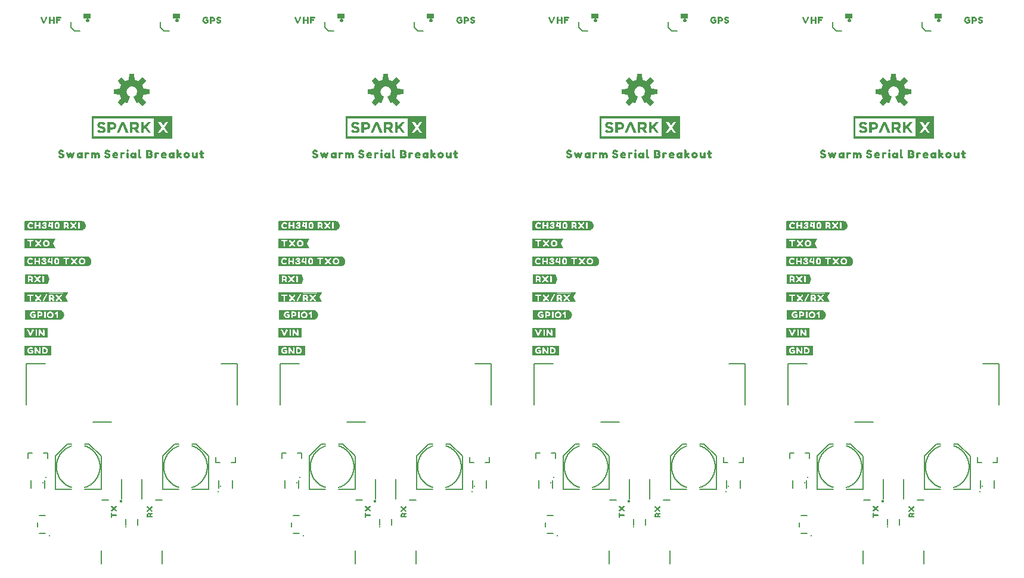
<source format=gto>
G04 EAGLE Gerber RS-274X export*
G75*
%MOMM*%
%FSLAX34Y34*%
%LPD*%
%INSilkscreen Top*%
%IPPOS*%
%AMOC8*
5,1,8,0,0,1.08239X$1,22.5*%
G01*
%ADD10C,0.203200*%
%ADD11C,0.300000*%
%ADD12C,0.152400*%
%ADD13C,0.400000*%
%ADD14C,0.254000*%
%ADD15C,0.254000*%

G36*
X956357Y631868D02*
X956357Y631868D01*
X956352Y631875D01*
X956359Y631881D01*
X956359Y663519D01*
X956323Y663567D01*
X956316Y663561D01*
X956310Y663568D01*
X842010Y663568D01*
X841963Y663532D01*
X841968Y663525D01*
X841961Y663519D01*
X841961Y631881D01*
X841997Y631833D01*
X842004Y631839D01*
X842010Y631832D01*
X956310Y631832D01*
X956357Y631868D01*
G37*
G36*
X1317037Y631868D02*
X1317037Y631868D01*
X1317032Y631875D01*
X1317039Y631881D01*
X1317039Y663519D01*
X1317003Y663567D01*
X1316996Y663561D01*
X1316990Y663568D01*
X1202690Y663568D01*
X1202643Y663532D01*
X1202648Y663525D01*
X1202641Y663519D01*
X1202641Y631881D01*
X1202677Y631833D01*
X1202684Y631839D01*
X1202690Y631832D01*
X1316990Y631832D01*
X1317037Y631868D01*
G37*
G36*
X595677Y631868D02*
X595677Y631868D01*
X595672Y631875D01*
X595679Y631881D01*
X595679Y663519D01*
X595643Y663567D01*
X595636Y663561D01*
X595630Y663568D01*
X481330Y663568D01*
X481283Y663532D01*
X481288Y663525D01*
X481281Y663519D01*
X481281Y631881D01*
X481317Y631833D01*
X481324Y631839D01*
X481330Y631832D01*
X595630Y631832D01*
X595677Y631868D01*
G37*
G36*
X234963Y663567D02*
X234963Y663567D01*
X234956Y663561D01*
X234950Y663568D01*
X120650Y663568D01*
X120603Y663532D01*
X120608Y663525D01*
X120601Y663519D01*
X120601Y631881D01*
X120637Y631833D01*
X120644Y631839D01*
X120650Y631832D01*
X234950Y631832D01*
X234997Y631868D01*
X234992Y631875D01*
X234999Y631881D01*
X234999Y663519D01*
X234963Y663567D01*
G37*
%LPC*%
G36*
X123637Y634868D02*
X123637Y634868D01*
X123637Y660532D01*
X209366Y660532D01*
X209366Y634868D01*
X123637Y634868D01*
G37*
%LPD*%
%LPC*%
G36*
X484317Y634868D02*
X484317Y634868D01*
X484317Y660532D01*
X570046Y660532D01*
X570046Y634868D01*
X484317Y634868D01*
G37*
%LPD*%
%LPC*%
G36*
X844997Y634868D02*
X844997Y634868D01*
X844997Y660532D01*
X930726Y660532D01*
X930726Y634868D01*
X844997Y634868D01*
G37*
%LPD*%
%LPC*%
G36*
X1205677Y634868D02*
X1205677Y634868D01*
X1205677Y660532D01*
X1291406Y660532D01*
X1291406Y634868D01*
X1205677Y634868D01*
G37*
%LPD*%
G36*
X1195765Y450354D02*
X1195765Y450354D01*
X1195768Y450351D01*
X1196368Y450451D01*
X1197067Y450551D01*
X1197767Y450651D01*
X1197775Y450659D01*
X1197782Y450656D01*
X1199582Y451556D01*
X1199585Y451563D01*
X1199591Y451562D01*
X1200091Y451962D01*
X1200092Y451966D01*
X1200095Y451965D01*
X1201095Y452965D01*
X1201096Y452972D01*
X1201101Y452973D01*
X1201501Y453573D01*
X1201501Y453577D01*
X1201504Y453578D01*
X1202104Y454778D01*
X1202103Y454783D01*
X1202107Y454784D01*
X1202307Y455384D01*
X1202305Y455391D01*
X1202309Y455393D01*
X1202509Y456793D01*
X1202506Y456798D01*
X1202509Y456800D01*
X1202509Y457400D01*
X1202506Y457404D01*
X1202509Y457407D01*
X1202309Y458807D01*
X1202304Y458812D01*
X1202307Y458816D01*
X1201907Y460016D01*
X1201902Y460019D01*
X1201904Y460022D01*
X1201604Y460622D01*
X1201600Y460624D01*
X1201601Y460627D01*
X1201201Y461227D01*
X1201198Y461228D01*
X1201198Y461231D01*
X1200798Y461731D01*
X1200794Y461732D01*
X1200795Y461735D01*
X1200295Y462235D01*
X1200291Y462235D01*
X1200291Y462238D01*
X1199791Y462638D01*
X1199787Y462639D01*
X1199787Y462641D01*
X1199187Y463041D01*
X1199183Y463041D01*
X1199182Y463044D01*
X1197982Y463644D01*
X1197975Y463643D01*
X1197974Y463647D01*
X1197274Y463847D01*
X1197270Y463846D01*
X1197268Y463849D01*
X1196668Y463949D01*
X1196667Y463948D01*
X1196667Y463949D01*
X1195967Y464049D01*
X1195962Y464046D01*
X1195960Y464049D01*
X1107460Y464049D01*
X1107422Y464020D01*
X1107414Y464018D01*
X1107214Y463518D01*
X1107215Y463516D01*
X1107213Y463514D01*
X1107217Y463508D01*
X1107218Y463505D01*
X1107211Y463500D01*
X1107211Y450600D01*
X1107236Y450567D01*
X1107238Y450556D01*
X1107638Y450356D01*
X1107654Y450359D01*
X1107660Y450351D01*
X1195760Y450351D01*
X1195765Y450354D01*
G37*
G36*
X113725Y450354D02*
X113725Y450354D01*
X113728Y450351D01*
X114328Y450451D01*
X115027Y450551D01*
X115727Y450651D01*
X115735Y450659D01*
X115742Y450656D01*
X117542Y451556D01*
X117545Y451563D01*
X117551Y451562D01*
X118051Y451962D01*
X118052Y451966D01*
X118055Y451965D01*
X119055Y452965D01*
X119056Y452972D01*
X119061Y452973D01*
X119461Y453573D01*
X119461Y453577D01*
X119464Y453578D01*
X120064Y454778D01*
X120063Y454783D01*
X120067Y454784D01*
X120267Y455384D01*
X120265Y455391D01*
X120269Y455393D01*
X120469Y456793D01*
X120466Y456798D01*
X120469Y456800D01*
X120469Y457400D01*
X120466Y457404D01*
X120469Y457407D01*
X120269Y458807D01*
X120264Y458812D01*
X120267Y458816D01*
X119867Y460016D01*
X119862Y460019D01*
X119864Y460022D01*
X119564Y460622D01*
X119560Y460624D01*
X119561Y460627D01*
X119161Y461227D01*
X119158Y461228D01*
X119158Y461231D01*
X118758Y461731D01*
X118754Y461732D01*
X118755Y461735D01*
X118255Y462235D01*
X118251Y462235D01*
X118251Y462238D01*
X117751Y462638D01*
X117747Y462639D01*
X117747Y462641D01*
X117147Y463041D01*
X117143Y463041D01*
X117142Y463044D01*
X115942Y463644D01*
X115935Y463643D01*
X115934Y463647D01*
X115234Y463847D01*
X115230Y463846D01*
X115228Y463849D01*
X114628Y463949D01*
X114627Y463948D01*
X114627Y463949D01*
X113927Y464049D01*
X113922Y464046D01*
X113920Y464049D01*
X25420Y464049D01*
X25382Y464020D01*
X25374Y464018D01*
X25174Y463518D01*
X25175Y463516D01*
X25173Y463514D01*
X25177Y463508D01*
X25178Y463505D01*
X25171Y463500D01*
X25171Y450600D01*
X25196Y450567D01*
X25198Y450556D01*
X25598Y450356D01*
X25614Y450359D01*
X25620Y450351D01*
X113720Y450351D01*
X113725Y450354D01*
G37*
G36*
X474405Y450354D02*
X474405Y450354D01*
X474408Y450351D01*
X475008Y450451D01*
X475707Y450551D01*
X476407Y450651D01*
X476415Y450659D01*
X476422Y450656D01*
X478222Y451556D01*
X478225Y451563D01*
X478231Y451562D01*
X478731Y451962D01*
X478732Y451966D01*
X478735Y451965D01*
X479735Y452965D01*
X479736Y452972D01*
X479741Y452973D01*
X480141Y453573D01*
X480141Y453577D01*
X480144Y453578D01*
X480744Y454778D01*
X480743Y454783D01*
X480747Y454784D01*
X480947Y455384D01*
X480945Y455391D01*
X480949Y455393D01*
X481149Y456793D01*
X481146Y456798D01*
X481149Y456800D01*
X481149Y457400D01*
X481146Y457404D01*
X481149Y457407D01*
X480949Y458807D01*
X480944Y458812D01*
X480947Y458816D01*
X480547Y460016D01*
X480542Y460019D01*
X480544Y460022D01*
X480244Y460622D01*
X480240Y460624D01*
X480241Y460627D01*
X479841Y461227D01*
X479838Y461228D01*
X479838Y461231D01*
X479438Y461731D01*
X479434Y461732D01*
X479435Y461735D01*
X478935Y462235D01*
X478931Y462235D01*
X478931Y462238D01*
X478431Y462638D01*
X478427Y462639D01*
X478427Y462641D01*
X477827Y463041D01*
X477823Y463041D01*
X477822Y463044D01*
X476622Y463644D01*
X476615Y463643D01*
X476614Y463647D01*
X475914Y463847D01*
X475910Y463846D01*
X475908Y463849D01*
X475308Y463949D01*
X475307Y463948D01*
X475307Y463949D01*
X474607Y464049D01*
X474602Y464046D01*
X474600Y464049D01*
X386100Y464049D01*
X386062Y464020D01*
X386054Y464018D01*
X385854Y463518D01*
X385855Y463516D01*
X385853Y463514D01*
X385857Y463508D01*
X385858Y463505D01*
X385851Y463500D01*
X385851Y450600D01*
X385876Y450567D01*
X385878Y450556D01*
X386278Y450356D01*
X386294Y450359D01*
X386300Y450351D01*
X474400Y450351D01*
X474405Y450354D01*
G37*
G36*
X835085Y450354D02*
X835085Y450354D01*
X835088Y450351D01*
X835688Y450451D01*
X836387Y450551D01*
X837087Y450651D01*
X837095Y450659D01*
X837102Y450656D01*
X838902Y451556D01*
X838905Y451563D01*
X838911Y451562D01*
X839411Y451962D01*
X839412Y451966D01*
X839415Y451965D01*
X840415Y452965D01*
X840416Y452972D01*
X840421Y452973D01*
X840821Y453573D01*
X840821Y453577D01*
X840824Y453578D01*
X841424Y454778D01*
X841423Y454783D01*
X841427Y454784D01*
X841627Y455384D01*
X841625Y455391D01*
X841629Y455393D01*
X841829Y456793D01*
X841826Y456798D01*
X841829Y456800D01*
X841829Y457400D01*
X841826Y457404D01*
X841829Y457407D01*
X841629Y458807D01*
X841624Y458812D01*
X841627Y458816D01*
X841227Y460016D01*
X841222Y460019D01*
X841224Y460022D01*
X840924Y460622D01*
X840920Y460624D01*
X840921Y460627D01*
X840521Y461227D01*
X840518Y461228D01*
X840518Y461231D01*
X840118Y461731D01*
X840114Y461732D01*
X840115Y461735D01*
X839615Y462235D01*
X839611Y462235D01*
X839611Y462238D01*
X839111Y462638D01*
X839107Y462639D01*
X839107Y462641D01*
X838507Y463041D01*
X838503Y463041D01*
X838502Y463044D01*
X837302Y463644D01*
X837295Y463643D01*
X837294Y463647D01*
X836594Y463847D01*
X836590Y463846D01*
X836588Y463849D01*
X835988Y463949D01*
X835987Y463948D01*
X835987Y463949D01*
X835287Y464049D01*
X835282Y464046D01*
X835280Y464049D01*
X746780Y464049D01*
X746742Y464020D01*
X746734Y464018D01*
X746534Y463518D01*
X746535Y463516D01*
X746533Y463514D01*
X746537Y463508D01*
X746538Y463505D01*
X746531Y463500D01*
X746531Y450600D01*
X746556Y450567D01*
X746558Y450556D01*
X746958Y450356D01*
X746974Y450359D01*
X746980Y450351D01*
X835080Y450351D01*
X835085Y450354D01*
G37*
G36*
X105514Y501154D02*
X105514Y501154D01*
X105517Y501151D01*
X106917Y501351D01*
X106922Y501356D01*
X106926Y501353D01*
X107525Y501553D01*
X108224Y501753D01*
X108228Y501758D01*
X108232Y501756D01*
X108832Y502056D01*
X108834Y502060D01*
X108837Y502059D01*
X109437Y502459D01*
X109438Y502462D01*
X109441Y502462D01*
X110441Y503262D01*
X110443Y503272D01*
X110451Y503273D01*
X110850Y503871D01*
X111248Y504369D01*
X111249Y504377D01*
X111254Y504378D01*
X111854Y505578D01*
X111853Y505585D01*
X111857Y505586D01*
X112057Y506285D01*
X112257Y506884D01*
X112253Y506895D01*
X112259Y506900D01*
X112259Y509000D01*
X112252Y509009D01*
X112257Y509016D01*
X112058Y509611D01*
X111959Y510307D01*
X111951Y510315D01*
X111954Y510322D01*
X111354Y511522D01*
X111350Y511524D01*
X111351Y511527D01*
X110951Y512127D01*
X110948Y512128D01*
X110948Y512131D01*
X110548Y512631D01*
X110541Y512633D01*
X110541Y512638D01*
X110043Y513037D01*
X109545Y513535D01*
X109533Y513536D01*
X109532Y513544D01*
X108935Y513843D01*
X108337Y514241D01*
X108328Y514240D01*
X108326Y514247D01*
X107726Y514447D01*
X107724Y514446D01*
X107724Y514447D01*
X107024Y514647D01*
X107019Y514646D01*
X107017Y514649D01*
X106318Y514749D01*
X105718Y514849D01*
X105713Y514846D01*
X105710Y514849D01*
X25910Y514849D01*
X25867Y514817D01*
X25863Y514816D01*
X25663Y514216D01*
X25663Y514215D01*
X25667Y514205D01*
X25661Y514200D01*
X25661Y501300D01*
X25697Y501253D01*
X25700Y501255D01*
X25702Y501251D01*
X26302Y501151D01*
X26307Y501154D01*
X26310Y501151D01*
X105510Y501151D01*
X105514Y501154D01*
G37*
G36*
X1187554Y501154D02*
X1187554Y501154D01*
X1187557Y501151D01*
X1188957Y501351D01*
X1188962Y501356D01*
X1188966Y501353D01*
X1189565Y501553D01*
X1190264Y501753D01*
X1190268Y501758D01*
X1190272Y501756D01*
X1190872Y502056D01*
X1190874Y502060D01*
X1190877Y502059D01*
X1191477Y502459D01*
X1191478Y502462D01*
X1191481Y502462D01*
X1192481Y503262D01*
X1192483Y503272D01*
X1192491Y503273D01*
X1192890Y503871D01*
X1193288Y504369D01*
X1193289Y504377D01*
X1193294Y504378D01*
X1193894Y505578D01*
X1193893Y505585D01*
X1193897Y505586D01*
X1194097Y506285D01*
X1194297Y506884D01*
X1194293Y506895D01*
X1194299Y506900D01*
X1194299Y509000D01*
X1194292Y509009D01*
X1194297Y509016D01*
X1194098Y509611D01*
X1193999Y510307D01*
X1193991Y510315D01*
X1193994Y510322D01*
X1193394Y511522D01*
X1193390Y511524D01*
X1193391Y511527D01*
X1192991Y512127D01*
X1192988Y512128D01*
X1192988Y512131D01*
X1192588Y512631D01*
X1192581Y512633D01*
X1192581Y512638D01*
X1192083Y513037D01*
X1191585Y513535D01*
X1191573Y513536D01*
X1191572Y513544D01*
X1190975Y513843D01*
X1190377Y514241D01*
X1190368Y514240D01*
X1190366Y514247D01*
X1189766Y514447D01*
X1189764Y514446D01*
X1189764Y514447D01*
X1189064Y514647D01*
X1189059Y514646D01*
X1189057Y514649D01*
X1188358Y514749D01*
X1187758Y514849D01*
X1187753Y514846D01*
X1187750Y514849D01*
X1107950Y514849D01*
X1107907Y514817D01*
X1107903Y514816D01*
X1107703Y514216D01*
X1107703Y514215D01*
X1107707Y514205D01*
X1107701Y514200D01*
X1107701Y501300D01*
X1107737Y501253D01*
X1107740Y501255D01*
X1107742Y501251D01*
X1108342Y501151D01*
X1108347Y501154D01*
X1108350Y501151D01*
X1187550Y501151D01*
X1187554Y501154D01*
G37*
G36*
X826874Y501154D02*
X826874Y501154D01*
X826877Y501151D01*
X828277Y501351D01*
X828282Y501356D01*
X828286Y501353D01*
X828885Y501553D01*
X829584Y501753D01*
X829588Y501758D01*
X829592Y501756D01*
X830192Y502056D01*
X830194Y502060D01*
X830197Y502059D01*
X830797Y502459D01*
X830798Y502462D01*
X830801Y502462D01*
X831801Y503262D01*
X831803Y503272D01*
X831811Y503273D01*
X832210Y503871D01*
X832608Y504369D01*
X832609Y504377D01*
X832614Y504378D01*
X833214Y505578D01*
X833213Y505585D01*
X833217Y505586D01*
X833417Y506285D01*
X833617Y506884D01*
X833613Y506895D01*
X833619Y506900D01*
X833619Y509000D01*
X833612Y509009D01*
X833617Y509016D01*
X833418Y509611D01*
X833319Y510307D01*
X833311Y510315D01*
X833314Y510322D01*
X832714Y511522D01*
X832710Y511524D01*
X832711Y511527D01*
X832311Y512127D01*
X832308Y512128D01*
X832308Y512131D01*
X831908Y512631D01*
X831901Y512633D01*
X831901Y512638D01*
X831403Y513037D01*
X830905Y513535D01*
X830893Y513536D01*
X830892Y513544D01*
X830295Y513843D01*
X829697Y514241D01*
X829688Y514240D01*
X829686Y514247D01*
X829086Y514447D01*
X829084Y514446D01*
X829084Y514447D01*
X828384Y514647D01*
X828379Y514646D01*
X828377Y514649D01*
X827678Y514749D01*
X827078Y514849D01*
X827073Y514846D01*
X827070Y514849D01*
X747270Y514849D01*
X747227Y514817D01*
X747223Y514816D01*
X747023Y514216D01*
X747023Y514215D01*
X747027Y514205D01*
X747021Y514200D01*
X747021Y501300D01*
X747057Y501253D01*
X747060Y501255D01*
X747062Y501251D01*
X747662Y501151D01*
X747667Y501154D01*
X747670Y501151D01*
X826870Y501151D01*
X826874Y501154D01*
G37*
G36*
X466194Y501154D02*
X466194Y501154D01*
X466197Y501151D01*
X467597Y501351D01*
X467602Y501356D01*
X467606Y501353D01*
X468205Y501553D01*
X468904Y501753D01*
X468908Y501758D01*
X468912Y501756D01*
X469512Y502056D01*
X469514Y502060D01*
X469517Y502059D01*
X470117Y502459D01*
X470118Y502462D01*
X470121Y502462D01*
X471121Y503262D01*
X471123Y503272D01*
X471131Y503273D01*
X471530Y503871D01*
X471928Y504369D01*
X471929Y504377D01*
X471934Y504378D01*
X472534Y505578D01*
X472533Y505585D01*
X472537Y505586D01*
X472737Y506285D01*
X472937Y506884D01*
X472933Y506895D01*
X472939Y506900D01*
X472939Y509000D01*
X472932Y509009D01*
X472937Y509016D01*
X472738Y509611D01*
X472639Y510307D01*
X472631Y510315D01*
X472634Y510322D01*
X472034Y511522D01*
X472030Y511524D01*
X472031Y511527D01*
X471631Y512127D01*
X471628Y512128D01*
X471628Y512131D01*
X471228Y512631D01*
X471221Y512633D01*
X471221Y512638D01*
X470723Y513037D01*
X470225Y513535D01*
X470213Y513536D01*
X470212Y513544D01*
X469615Y513843D01*
X469017Y514241D01*
X469008Y514240D01*
X469006Y514247D01*
X468406Y514447D01*
X468404Y514446D01*
X468404Y514447D01*
X467704Y514647D01*
X467699Y514646D01*
X467697Y514649D01*
X466998Y514749D01*
X466398Y514849D01*
X466393Y514846D01*
X466390Y514849D01*
X386590Y514849D01*
X386547Y514817D01*
X386543Y514816D01*
X386343Y514216D01*
X386343Y514215D01*
X386347Y514205D01*
X386341Y514200D01*
X386341Y501300D01*
X386377Y501253D01*
X386380Y501255D01*
X386382Y501251D01*
X386982Y501151D01*
X386987Y501154D01*
X386990Y501151D01*
X466190Y501151D01*
X466194Y501154D01*
G37*
G36*
X553905Y678430D02*
X553905Y678430D01*
X553961Y678430D01*
X553989Y678445D01*
X554021Y678450D01*
X554080Y678490D01*
X554116Y678508D01*
X554125Y678520D01*
X554141Y678531D01*
X558449Y682839D01*
X558466Y682866D01*
X558490Y682887D01*
X558511Y682939D01*
X558540Y682986D01*
X558543Y683018D01*
X558555Y683048D01*
X558552Y683103D01*
X558557Y683159D01*
X558545Y683189D01*
X558543Y683221D01*
X558509Y683284D01*
X558495Y683321D01*
X558484Y683331D01*
X558475Y683348D01*
X553508Y689439D01*
X554697Y691749D01*
X554704Y691775D01*
X554721Y691807D01*
X555513Y694281D01*
X563332Y695075D01*
X563363Y695085D01*
X563395Y695086D01*
X563444Y695113D01*
X563496Y695131D01*
X563519Y695154D01*
X563547Y695169D01*
X563579Y695215D01*
X563618Y695254D01*
X563628Y695285D01*
X563647Y695311D01*
X563660Y695381D01*
X563673Y695419D01*
X563671Y695434D01*
X563674Y695453D01*
X563674Y701547D01*
X563667Y701578D01*
X563669Y701610D01*
X563647Y701661D01*
X563635Y701716D01*
X563614Y701740D01*
X563602Y701770D01*
X563560Y701806D01*
X563525Y701849D01*
X563495Y701862D01*
X563471Y701883D01*
X563402Y701904D01*
X563366Y701920D01*
X563351Y701920D01*
X563332Y701925D01*
X555513Y702719D01*
X554721Y705193D01*
X554708Y705216D01*
X554697Y705251D01*
X553508Y707561D01*
X558475Y713652D01*
X558489Y713680D01*
X558510Y713704D01*
X558526Y713757D01*
X558551Y713807D01*
X558551Y713839D01*
X558560Y713870D01*
X558550Y713925D01*
X558550Y713981D01*
X558535Y714009D01*
X558530Y714041D01*
X558490Y714100D01*
X558472Y714136D01*
X558460Y714145D01*
X558449Y714161D01*
X554141Y718469D01*
X554114Y718486D01*
X554093Y718510D01*
X554041Y718531D01*
X553994Y718560D01*
X553962Y718563D01*
X553932Y718575D01*
X553877Y718572D01*
X553821Y718577D01*
X553791Y718565D01*
X553759Y718563D01*
X553696Y718529D01*
X553659Y718515D01*
X553649Y718504D01*
X553632Y718495D01*
X547541Y713528D01*
X545231Y714717D01*
X545205Y714724D01*
X545173Y714741D01*
X542699Y715533D01*
X541905Y723352D01*
X541897Y723378D01*
X541896Y723390D01*
X541895Y723393D01*
X541894Y723415D01*
X541867Y723464D01*
X541849Y723516D01*
X541826Y723539D01*
X541811Y723567D01*
X541765Y723599D01*
X541726Y723638D01*
X541695Y723648D01*
X541669Y723667D01*
X541599Y723680D01*
X541561Y723693D01*
X541546Y723691D01*
X541527Y723694D01*
X535433Y723694D01*
X535402Y723687D01*
X535370Y723689D01*
X535319Y723667D01*
X535264Y723655D01*
X535240Y723634D01*
X535210Y723622D01*
X535174Y723580D01*
X535131Y723545D01*
X535118Y723515D01*
X535097Y723491D01*
X535076Y723422D01*
X535060Y723386D01*
X535060Y723371D01*
X535058Y723364D01*
X535057Y723362D01*
X535057Y723361D01*
X535055Y723352D01*
X534261Y715533D01*
X531787Y714741D01*
X531764Y714728D01*
X531729Y714717D01*
X529419Y713528D01*
X523328Y718495D01*
X523300Y718509D01*
X523276Y718530D01*
X523223Y718546D01*
X523173Y718571D01*
X523141Y718571D01*
X523110Y718580D01*
X523055Y718570D01*
X522999Y718570D01*
X522971Y718555D01*
X522939Y718550D01*
X522880Y718510D01*
X522845Y718492D01*
X522835Y718480D01*
X522819Y718469D01*
X518511Y714161D01*
X518494Y714134D01*
X518470Y714113D01*
X518449Y714061D01*
X518420Y714014D01*
X518417Y713982D01*
X518405Y713952D01*
X518409Y713897D01*
X518403Y713841D01*
X518415Y713811D01*
X518417Y713779D01*
X518451Y713716D01*
X518465Y713679D01*
X518476Y713669D01*
X518485Y713652D01*
X523452Y707561D01*
X522263Y705251D01*
X522256Y705225D01*
X522239Y705193D01*
X521447Y702719D01*
X513628Y701925D01*
X513597Y701915D01*
X513565Y701914D01*
X513516Y701887D01*
X513464Y701869D01*
X513441Y701846D01*
X513413Y701831D01*
X513381Y701785D01*
X513342Y701746D01*
X513332Y701715D01*
X513313Y701689D01*
X513300Y701619D01*
X513287Y701581D01*
X513289Y701566D01*
X513286Y701547D01*
X513286Y695453D01*
X513293Y695422D01*
X513291Y695390D01*
X513313Y695339D01*
X513325Y695284D01*
X513346Y695260D01*
X513358Y695230D01*
X513400Y695194D01*
X513435Y695151D01*
X513465Y695138D01*
X513489Y695117D01*
X513558Y695096D01*
X513594Y695080D01*
X513609Y695080D01*
X513628Y695075D01*
X521447Y694281D01*
X522239Y691807D01*
X522252Y691784D01*
X522263Y691749D01*
X523452Y689439D01*
X518485Y683348D01*
X518471Y683320D01*
X518450Y683296D01*
X518434Y683243D01*
X518409Y683193D01*
X518409Y683161D01*
X518400Y683130D01*
X518410Y683075D01*
X518410Y683019D01*
X518425Y682991D01*
X518430Y682959D01*
X518470Y682900D01*
X518488Y682865D01*
X518500Y682855D01*
X518511Y682839D01*
X522819Y678531D01*
X522846Y678514D01*
X522867Y678490D01*
X522919Y678469D01*
X522966Y678440D01*
X522998Y678437D01*
X523028Y678425D01*
X523083Y678429D01*
X523139Y678423D01*
X523169Y678435D01*
X523201Y678437D01*
X523264Y678471D01*
X523301Y678485D01*
X523311Y678496D01*
X523328Y678505D01*
X529419Y683472D01*
X531728Y682282D01*
X531792Y682266D01*
X531855Y682243D01*
X531876Y682245D01*
X531896Y682240D01*
X531961Y682254D01*
X532027Y682261D01*
X532045Y682272D01*
X532065Y682277D01*
X532117Y682318D01*
X532173Y682354D01*
X532186Y682373D01*
X532201Y682385D01*
X532217Y682420D01*
X532253Y682474D01*
X535841Y691136D01*
X535847Y691169D01*
X535861Y691198D01*
X535860Y691253D01*
X535869Y691307D01*
X535860Y691339D01*
X535860Y691371D01*
X535835Y691420D01*
X535819Y691473D01*
X535796Y691497D01*
X535782Y691526D01*
X535727Y691571D01*
X535700Y691599D01*
X535685Y691605D01*
X535669Y691617D01*
X534351Y692322D01*
X533225Y693246D01*
X532301Y694372D01*
X531615Y695656D01*
X531192Y697050D01*
X531049Y698499D01*
X531206Y700018D01*
X531669Y701471D01*
X532420Y702800D01*
X533426Y703947D01*
X534645Y704864D01*
X536026Y705514D01*
X537510Y705867D01*
X539035Y705910D01*
X540537Y705640D01*
X541952Y705070D01*
X543220Y704222D01*
X544289Y703133D01*
X545113Y701849D01*
X545657Y700423D01*
X545899Y698917D01*
X545827Y697393D01*
X545446Y695915D01*
X544772Y694547D01*
X543832Y693345D01*
X542666Y692361D01*
X541289Y691617D01*
X541266Y691596D01*
X541237Y691582D01*
X541201Y691539D01*
X541160Y691502D01*
X541148Y691472D01*
X541128Y691448D01*
X541115Y691393D01*
X541094Y691341D01*
X541097Y691309D01*
X541090Y691278D01*
X541104Y691207D01*
X541107Y691168D01*
X541115Y691155D01*
X541119Y691136D01*
X544707Y682474D01*
X544746Y682420D01*
X544778Y682363D01*
X544795Y682351D01*
X544808Y682334D01*
X544866Y682303D01*
X544921Y682265D01*
X544942Y682262D01*
X544961Y682252D01*
X545027Y682251D01*
X545093Y682241D01*
X545116Y682248D01*
X545134Y682247D01*
X545169Y682264D01*
X545232Y682282D01*
X547541Y683472D01*
X553632Y678505D01*
X553660Y678491D01*
X553684Y678470D01*
X553737Y678454D01*
X553787Y678429D01*
X553819Y678429D01*
X553850Y678420D01*
X553905Y678430D01*
G37*
G36*
X1275265Y678430D02*
X1275265Y678430D01*
X1275321Y678430D01*
X1275349Y678445D01*
X1275381Y678450D01*
X1275440Y678490D01*
X1275476Y678508D01*
X1275485Y678520D01*
X1275501Y678531D01*
X1279809Y682839D01*
X1279826Y682866D01*
X1279850Y682887D01*
X1279871Y682939D01*
X1279900Y682986D01*
X1279903Y683018D01*
X1279915Y683048D01*
X1279912Y683103D01*
X1279917Y683159D01*
X1279905Y683189D01*
X1279903Y683221D01*
X1279869Y683284D01*
X1279855Y683321D01*
X1279844Y683331D01*
X1279835Y683348D01*
X1274868Y689439D01*
X1276057Y691749D01*
X1276064Y691775D01*
X1276081Y691807D01*
X1276873Y694281D01*
X1284692Y695075D01*
X1284723Y695085D01*
X1284755Y695086D01*
X1284804Y695113D01*
X1284856Y695131D01*
X1284879Y695154D01*
X1284907Y695169D01*
X1284939Y695215D01*
X1284978Y695254D01*
X1284988Y695285D01*
X1285007Y695311D01*
X1285020Y695381D01*
X1285033Y695419D01*
X1285031Y695434D01*
X1285034Y695453D01*
X1285034Y701547D01*
X1285027Y701578D01*
X1285029Y701610D01*
X1285007Y701661D01*
X1284995Y701716D01*
X1284974Y701740D01*
X1284962Y701770D01*
X1284920Y701806D01*
X1284885Y701849D01*
X1284855Y701862D01*
X1284831Y701883D01*
X1284762Y701904D01*
X1284726Y701920D01*
X1284711Y701920D01*
X1284692Y701925D01*
X1276873Y702719D01*
X1276081Y705193D01*
X1276068Y705216D01*
X1276057Y705251D01*
X1274868Y707561D01*
X1279835Y713652D01*
X1279849Y713680D01*
X1279870Y713704D01*
X1279886Y713757D01*
X1279911Y713807D01*
X1279911Y713839D01*
X1279920Y713870D01*
X1279910Y713925D01*
X1279910Y713981D01*
X1279895Y714009D01*
X1279890Y714041D01*
X1279850Y714100D01*
X1279832Y714136D01*
X1279820Y714145D01*
X1279809Y714161D01*
X1275501Y718469D01*
X1275474Y718486D01*
X1275453Y718510D01*
X1275401Y718531D01*
X1275354Y718560D01*
X1275322Y718563D01*
X1275292Y718575D01*
X1275237Y718572D01*
X1275181Y718577D01*
X1275151Y718565D01*
X1275119Y718563D01*
X1275056Y718529D01*
X1275019Y718515D01*
X1275009Y718504D01*
X1274992Y718495D01*
X1268901Y713528D01*
X1266591Y714717D01*
X1266565Y714724D01*
X1266533Y714741D01*
X1264059Y715533D01*
X1263265Y723352D01*
X1263257Y723378D01*
X1263256Y723390D01*
X1263255Y723393D01*
X1263254Y723415D01*
X1263227Y723464D01*
X1263209Y723516D01*
X1263186Y723539D01*
X1263171Y723567D01*
X1263125Y723599D01*
X1263086Y723638D01*
X1263055Y723648D01*
X1263029Y723667D01*
X1262959Y723680D01*
X1262921Y723693D01*
X1262906Y723691D01*
X1262887Y723694D01*
X1256793Y723694D01*
X1256762Y723687D01*
X1256730Y723689D01*
X1256679Y723667D01*
X1256624Y723655D01*
X1256600Y723634D01*
X1256570Y723622D01*
X1256534Y723580D01*
X1256491Y723545D01*
X1256478Y723515D01*
X1256457Y723491D01*
X1256436Y723422D01*
X1256420Y723386D01*
X1256420Y723371D01*
X1256418Y723364D01*
X1256417Y723362D01*
X1256417Y723361D01*
X1256415Y723352D01*
X1255621Y715533D01*
X1253147Y714741D01*
X1253124Y714728D01*
X1253089Y714717D01*
X1250779Y713528D01*
X1244688Y718495D01*
X1244660Y718509D01*
X1244636Y718530D01*
X1244583Y718546D01*
X1244533Y718571D01*
X1244501Y718571D01*
X1244470Y718580D01*
X1244415Y718570D01*
X1244359Y718570D01*
X1244331Y718555D01*
X1244299Y718550D01*
X1244240Y718510D01*
X1244205Y718492D01*
X1244195Y718480D01*
X1244179Y718469D01*
X1239871Y714161D01*
X1239854Y714134D01*
X1239830Y714113D01*
X1239809Y714061D01*
X1239780Y714014D01*
X1239777Y713982D01*
X1239765Y713952D01*
X1239769Y713897D01*
X1239763Y713841D01*
X1239775Y713811D01*
X1239777Y713779D01*
X1239811Y713716D01*
X1239825Y713679D01*
X1239836Y713669D01*
X1239845Y713652D01*
X1244812Y707561D01*
X1243623Y705251D01*
X1243616Y705225D01*
X1243599Y705193D01*
X1242807Y702719D01*
X1234988Y701925D01*
X1234957Y701915D01*
X1234925Y701914D01*
X1234876Y701887D01*
X1234824Y701869D01*
X1234801Y701846D01*
X1234773Y701831D01*
X1234741Y701785D01*
X1234702Y701746D01*
X1234692Y701715D01*
X1234673Y701689D01*
X1234660Y701619D01*
X1234647Y701581D01*
X1234649Y701566D01*
X1234646Y701547D01*
X1234646Y695453D01*
X1234653Y695422D01*
X1234651Y695390D01*
X1234673Y695339D01*
X1234685Y695284D01*
X1234706Y695260D01*
X1234718Y695230D01*
X1234760Y695194D01*
X1234795Y695151D01*
X1234825Y695138D01*
X1234849Y695117D01*
X1234918Y695096D01*
X1234954Y695080D01*
X1234969Y695080D01*
X1234988Y695075D01*
X1242807Y694281D01*
X1243599Y691807D01*
X1243612Y691784D01*
X1243623Y691749D01*
X1244812Y689439D01*
X1239845Y683348D01*
X1239831Y683320D01*
X1239810Y683296D01*
X1239794Y683243D01*
X1239769Y683193D01*
X1239769Y683161D01*
X1239760Y683130D01*
X1239770Y683075D01*
X1239770Y683019D01*
X1239785Y682991D01*
X1239790Y682959D01*
X1239830Y682900D01*
X1239848Y682865D01*
X1239860Y682855D01*
X1239871Y682839D01*
X1244179Y678531D01*
X1244206Y678514D01*
X1244227Y678490D01*
X1244279Y678469D01*
X1244326Y678440D01*
X1244358Y678437D01*
X1244388Y678425D01*
X1244443Y678429D01*
X1244499Y678423D01*
X1244529Y678435D01*
X1244561Y678437D01*
X1244624Y678471D01*
X1244661Y678485D01*
X1244671Y678496D01*
X1244688Y678505D01*
X1250779Y683472D01*
X1253088Y682282D01*
X1253152Y682266D01*
X1253215Y682243D01*
X1253236Y682245D01*
X1253256Y682240D01*
X1253321Y682254D01*
X1253387Y682261D01*
X1253405Y682272D01*
X1253425Y682277D01*
X1253477Y682318D01*
X1253533Y682354D01*
X1253546Y682373D01*
X1253561Y682385D01*
X1253577Y682420D01*
X1253613Y682474D01*
X1257201Y691136D01*
X1257207Y691169D01*
X1257221Y691198D01*
X1257220Y691253D01*
X1257229Y691307D01*
X1257220Y691339D01*
X1257220Y691371D01*
X1257195Y691420D01*
X1257179Y691473D01*
X1257156Y691497D01*
X1257142Y691526D01*
X1257087Y691571D01*
X1257060Y691599D01*
X1257045Y691605D01*
X1257029Y691617D01*
X1255711Y692322D01*
X1254585Y693246D01*
X1253661Y694372D01*
X1252975Y695656D01*
X1252552Y697050D01*
X1252409Y698499D01*
X1252566Y700018D01*
X1253029Y701471D01*
X1253780Y702800D01*
X1254786Y703947D01*
X1256005Y704864D01*
X1257386Y705514D01*
X1258870Y705867D01*
X1260395Y705910D01*
X1261897Y705640D01*
X1263312Y705070D01*
X1264580Y704222D01*
X1265649Y703133D01*
X1266473Y701849D01*
X1267017Y700423D01*
X1267259Y698917D01*
X1267187Y697393D01*
X1266806Y695915D01*
X1266132Y694547D01*
X1265192Y693345D01*
X1264026Y692361D01*
X1262649Y691617D01*
X1262626Y691596D01*
X1262597Y691582D01*
X1262561Y691539D01*
X1262520Y691502D01*
X1262508Y691472D01*
X1262488Y691448D01*
X1262475Y691393D01*
X1262454Y691341D01*
X1262457Y691309D01*
X1262450Y691278D01*
X1262464Y691207D01*
X1262467Y691168D01*
X1262475Y691155D01*
X1262479Y691136D01*
X1266067Y682474D01*
X1266106Y682420D01*
X1266138Y682363D01*
X1266155Y682351D01*
X1266168Y682334D01*
X1266226Y682303D01*
X1266281Y682265D01*
X1266302Y682262D01*
X1266321Y682252D01*
X1266387Y682251D01*
X1266453Y682241D01*
X1266476Y682248D01*
X1266494Y682247D01*
X1266529Y682264D01*
X1266592Y682282D01*
X1268901Y683472D01*
X1274992Y678505D01*
X1275020Y678491D01*
X1275044Y678470D01*
X1275097Y678454D01*
X1275147Y678429D01*
X1275179Y678429D01*
X1275210Y678420D01*
X1275265Y678430D01*
G37*
G36*
X914585Y678430D02*
X914585Y678430D01*
X914641Y678430D01*
X914669Y678445D01*
X914701Y678450D01*
X914760Y678490D01*
X914796Y678508D01*
X914805Y678520D01*
X914821Y678531D01*
X919129Y682839D01*
X919146Y682866D01*
X919170Y682887D01*
X919191Y682939D01*
X919220Y682986D01*
X919223Y683018D01*
X919235Y683048D01*
X919232Y683103D01*
X919237Y683159D01*
X919225Y683189D01*
X919223Y683221D01*
X919189Y683284D01*
X919175Y683321D01*
X919164Y683331D01*
X919155Y683348D01*
X914188Y689439D01*
X915377Y691749D01*
X915384Y691775D01*
X915401Y691807D01*
X916193Y694281D01*
X924012Y695075D01*
X924043Y695085D01*
X924075Y695086D01*
X924124Y695113D01*
X924176Y695131D01*
X924199Y695154D01*
X924227Y695169D01*
X924259Y695215D01*
X924298Y695254D01*
X924308Y695285D01*
X924327Y695311D01*
X924340Y695381D01*
X924353Y695419D01*
X924351Y695434D01*
X924354Y695453D01*
X924354Y701547D01*
X924347Y701578D01*
X924349Y701610D01*
X924327Y701661D01*
X924315Y701716D01*
X924294Y701740D01*
X924282Y701770D01*
X924240Y701806D01*
X924205Y701849D01*
X924175Y701862D01*
X924151Y701883D01*
X924082Y701904D01*
X924046Y701920D01*
X924031Y701920D01*
X924012Y701925D01*
X916193Y702719D01*
X915401Y705193D01*
X915388Y705216D01*
X915377Y705251D01*
X914188Y707561D01*
X919155Y713652D01*
X919169Y713680D01*
X919190Y713704D01*
X919206Y713757D01*
X919231Y713807D01*
X919231Y713839D01*
X919240Y713870D01*
X919230Y713925D01*
X919230Y713981D01*
X919215Y714009D01*
X919210Y714041D01*
X919170Y714100D01*
X919152Y714136D01*
X919140Y714145D01*
X919129Y714161D01*
X914821Y718469D01*
X914794Y718486D01*
X914773Y718510D01*
X914721Y718531D01*
X914674Y718560D01*
X914642Y718563D01*
X914612Y718575D01*
X914557Y718572D01*
X914501Y718577D01*
X914471Y718565D01*
X914439Y718563D01*
X914376Y718529D01*
X914339Y718515D01*
X914329Y718504D01*
X914312Y718495D01*
X908221Y713528D01*
X905911Y714717D01*
X905885Y714724D01*
X905853Y714741D01*
X903379Y715533D01*
X902585Y723352D01*
X902577Y723378D01*
X902576Y723390D01*
X902575Y723393D01*
X902574Y723415D01*
X902547Y723464D01*
X902529Y723516D01*
X902506Y723539D01*
X902491Y723567D01*
X902445Y723599D01*
X902406Y723638D01*
X902375Y723648D01*
X902349Y723667D01*
X902279Y723680D01*
X902241Y723693D01*
X902226Y723691D01*
X902207Y723694D01*
X896113Y723694D01*
X896082Y723687D01*
X896050Y723689D01*
X895999Y723667D01*
X895944Y723655D01*
X895920Y723634D01*
X895890Y723622D01*
X895854Y723580D01*
X895811Y723545D01*
X895798Y723515D01*
X895777Y723491D01*
X895756Y723422D01*
X895740Y723386D01*
X895740Y723371D01*
X895738Y723364D01*
X895737Y723362D01*
X895737Y723361D01*
X895735Y723352D01*
X894941Y715533D01*
X892467Y714741D01*
X892444Y714728D01*
X892409Y714717D01*
X890099Y713528D01*
X884008Y718495D01*
X883980Y718509D01*
X883956Y718530D01*
X883903Y718546D01*
X883853Y718571D01*
X883821Y718571D01*
X883790Y718580D01*
X883735Y718570D01*
X883679Y718570D01*
X883651Y718555D01*
X883619Y718550D01*
X883560Y718510D01*
X883525Y718492D01*
X883515Y718480D01*
X883499Y718469D01*
X879191Y714161D01*
X879174Y714134D01*
X879150Y714113D01*
X879129Y714061D01*
X879100Y714014D01*
X879097Y713982D01*
X879085Y713952D01*
X879089Y713897D01*
X879083Y713841D01*
X879095Y713811D01*
X879097Y713779D01*
X879131Y713716D01*
X879145Y713679D01*
X879156Y713669D01*
X879165Y713652D01*
X884132Y707561D01*
X882943Y705251D01*
X882936Y705225D01*
X882919Y705193D01*
X882127Y702719D01*
X874308Y701925D01*
X874277Y701915D01*
X874245Y701914D01*
X874196Y701887D01*
X874144Y701869D01*
X874121Y701846D01*
X874093Y701831D01*
X874061Y701785D01*
X874022Y701746D01*
X874012Y701715D01*
X873993Y701689D01*
X873980Y701619D01*
X873967Y701581D01*
X873969Y701566D01*
X873966Y701547D01*
X873966Y695453D01*
X873973Y695422D01*
X873971Y695390D01*
X873993Y695339D01*
X874005Y695284D01*
X874026Y695260D01*
X874038Y695230D01*
X874080Y695194D01*
X874115Y695151D01*
X874145Y695138D01*
X874169Y695117D01*
X874238Y695096D01*
X874274Y695080D01*
X874289Y695080D01*
X874308Y695075D01*
X882127Y694281D01*
X882919Y691807D01*
X882932Y691784D01*
X882943Y691749D01*
X884132Y689439D01*
X879165Y683348D01*
X879151Y683320D01*
X879130Y683296D01*
X879114Y683243D01*
X879089Y683193D01*
X879089Y683161D01*
X879080Y683130D01*
X879090Y683075D01*
X879090Y683019D01*
X879105Y682991D01*
X879110Y682959D01*
X879150Y682900D01*
X879168Y682865D01*
X879180Y682855D01*
X879191Y682839D01*
X883499Y678531D01*
X883526Y678514D01*
X883547Y678490D01*
X883599Y678469D01*
X883646Y678440D01*
X883678Y678437D01*
X883708Y678425D01*
X883763Y678429D01*
X883819Y678423D01*
X883849Y678435D01*
X883881Y678437D01*
X883944Y678471D01*
X883981Y678485D01*
X883991Y678496D01*
X884008Y678505D01*
X890099Y683472D01*
X892408Y682282D01*
X892472Y682266D01*
X892535Y682243D01*
X892556Y682245D01*
X892576Y682240D01*
X892641Y682254D01*
X892707Y682261D01*
X892725Y682272D01*
X892745Y682277D01*
X892797Y682318D01*
X892853Y682354D01*
X892866Y682373D01*
X892881Y682385D01*
X892897Y682420D01*
X892933Y682474D01*
X896521Y691136D01*
X896527Y691169D01*
X896541Y691198D01*
X896540Y691253D01*
X896549Y691307D01*
X896540Y691339D01*
X896540Y691371D01*
X896515Y691420D01*
X896499Y691473D01*
X896476Y691497D01*
X896462Y691526D01*
X896407Y691571D01*
X896380Y691599D01*
X896365Y691605D01*
X896349Y691617D01*
X895031Y692322D01*
X893905Y693246D01*
X892981Y694372D01*
X892295Y695656D01*
X891872Y697050D01*
X891729Y698499D01*
X891886Y700018D01*
X892349Y701471D01*
X893100Y702800D01*
X894106Y703947D01*
X895325Y704864D01*
X896706Y705514D01*
X898190Y705867D01*
X899715Y705910D01*
X901217Y705640D01*
X902632Y705070D01*
X903900Y704222D01*
X904969Y703133D01*
X905793Y701849D01*
X906337Y700423D01*
X906579Y698917D01*
X906507Y697393D01*
X906126Y695915D01*
X905452Y694547D01*
X904512Y693345D01*
X903346Y692361D01*
X901969Y691617D01*
X901946Y691596D01*
X901917Y691582D01*
X901881Y691539D01*
X901840Y691502D01*
X901828Y691472D01*
X901808Y691448D01*
X901795Y691393D01*
X901774Y691341D01*
X901777Y691309D01*
X901770Y691278D01*
X901784Y691207D01*
X901787Y691168D01*
X901795Y691155D01*
X901799Y691136D01*
X905387Y682474D01*
X905426Y682420D01*
X905458Y682363D01*
X905475Y682351D01*
X905488Y682334D01*
X905546Y682303D01*
X905601Y682265D01*
X905622Y682262D01*
X905641Y682252D01*
X905707Y682251D01*
X905773Y682241D01*
X905796Y682248D01*
X905814Y682247D01*
X905849Y682264D01*
X905912Y682282D01*
X908221Y683472D01*
X914312Y678505D01*
X914340Y678491D01*
X914364Y678470D01*
X914417Y678454D01*
X914467Y678429D01*
X914499Y678429D01*
X914530Y678420D01*
X914585Y678430D01*
G37*
G36*
X193225Y678430D02*
X193225Y678430D01*
X193281Y678430D01*
X193309Y678445D01*
X193341Y678450D01*
X193400Y678490D01*
X193436Y678508D01*
X193445Y678520D01*
X193461Y678531D01*
X197769Y682839D01*
X197786Y682866D01*
X197810Y682887D01*
X197831Y682939D01*
X197860Y682986D01*
X197863Y683018D01*
X197875Y683048D01*
X197872Y683103D01*
X197877Y683159D01*
X197865Y683189D01*
X197863Y683221D01*
X197829Y683284D01*
X197815Y683321D01*
X197804Y683331D01*
X197795Y683348D01*
X192828Y689439D01*
X194017Y691749D01*
X194024Y691775D01*
X194041Y691807D01*
X194833Y694281D01*
X202652Y695075D01*
X202683Y695085D01*
X202715Y695086D01*
X202764Y695113D01*
X202816Y695131D01*
X202839Y695154D01*
X202867Y695169D01*
X202899Y695215D01*
X202938Y695254D01*
X202948Y695285D01*
X202967Y695311D01*
X202980Y695381D01*
X202993Y695419D01*
X202991Y695434D01*
X202994Y695453D01*
X202994Y701547D01*
X202987Y701578D01*
X202989Y701610D01*
X202967Y701661D01*
X202955Y701716D01*
X202934Y701740D01*
X202922Y701770D01*
X202880Y701806D01*
X202845Y701849D01*
X202815Y701862D01*
X202791Y701883D01*
X202722Y701904D01*
X202686Y701920D01*
X202671Y701920D01*
X202652Y701925D01*
X194833Y702719D01*
X194041Y705193D01*
X194028Y705216D01*
X194017Y705251D01*
X192828Y707561D01*
X197795Y713652D01*
X197809Y713680D01*
X197830Y713704D01*
X197846Y713757D01*
X197871Y713807D01*
X197871Y713839D01*
X197880Y713870D01*
X197870Y713925D01*
X197870Y713981D01*
X197855Y714009D01*
X197850Y714041D01*
X197810Y714100D01*
X197792Y714136D01*
X197780Y714145D01*
X197769Y714161D01*
X193461Y718469D01*
X193434Y718486D01*
X193413Y718510D01*
X193361Y718531D01*
X193314Y718560D01*
X193282Y718563D01*
X193252Y718575D01*
X193197Y718572D01*
X193141Y718577D01*
X193111Y718565D01*
X193079Y718563D01*
X193016Y718529D01*
X192979Y718515D01*
X192969Y718504D01*
X192952Y718495D01*
X186861Y713528D01*
X184551Y714717D01*
X184525Y714724D01*
X184493Y714741D01*
X182019Y715533D01*
X181225Y723352D01*
X181217Y723378D01*
X181216Y723390D01*
X181215Y723393D01*
X181214Y723415D01*
X181187Y723464D01*
X181169Y723516D01*
X181146Y723539D01*
X181131Y723567D01*
X181085Y723599D01*
X181046Y723638D01*
X181015Y723648D01*
X180989Y723667D01*
X180919Y723680D01*
X180881Y723693D01*
X180866Y723691D01*
X180847Y723694D01*
X174753Y723694D01*
X174722Y723687D01*
X174690Y723689D01*
X174639Y723667D01*
X174584Y723655D01*
X174560Y723634D01*
X174530Y723622D01*
X174494Y723580D01*
X174451Y723545D01*
X174438Y723515D01*
X174417Y723491D01*
X174396Y723422D01*
X174380Y723386D01*
X174380Y723371D01*
X174378Y723364D01*
X174377Y723362D01*
X174377Y723361D01*
X174375Y723352D01*
X173581Y715533D01*
X171107Y714741D01*
X171084Y714728D01*
X171049Y714717D01*
X168739Y713528D01*
X162648Y718495D01*
X162620Y718509D01*
X162596Y718530D01*
X162543Y718546D01*
X162493Y718571D01*
X162461Y718571D01*
X162430Y718580D01*
X162375Y718570D01*
X162319Y718570D01*
X162291Y718555D01*
X162259Y718550D01*
X162200Y718510D01*
X162165Y718492D01*
X162155Y718480D01*
X162139Y718469D01*
X157831Y714161D01*
X157814Y714134D01*
X157790Y714113D01*
X157769Y714061D01*
X157740Y714014D01*
X157737Y713982D01*
X157725Y713952D01*
X157729Y713897D01*
X157723Y713841D01*
X157735Y713811D01*
X157737Y713779D01*
X157771Y713716D01*
X157785Y713679D01*
X157796Y713669D01*
X157805Y713652D01*
X162772Y707561D01*
X161583Y705251D01*
X161576Y705225D01*
X161559Y705193D01*
X160767Y702719D01*
X152948Y701925D01*
X152917Y701915D01*
X152885Y701914D01*
X152836Y701887D01*
X152784Y701869D01*
X152761Y701846D01*
X152733Y701831D01*
X152701Y701785D01*
X152662Y701746D01*
X152652Y701715D01*
X152633Y701689D01*
X152620Y701619D01*
X152607Y701581D01*
X152609Y701566D01*
X152606Y701547D01*
X152606Y695453D01*
X152613Y695422D01*
X152611Y695390D01*
X152633Y695339D01*
X152645Y695284D01*
X152666Y695260D01*
X152678Y695230D01*
X152720Y695194D01*
X152755Y695151D01*
X152785Y695138D01*
X152809Y695117D01*
X152878Y695096D01*
X152914Y695080D01*
X152929Y695080D01*
X152948Y695075D01*
X160767Y694281D01*
X161559Y691807D01*
X161572Y691784D01*
X161583Y691749D01*
X162772Y689439D01*
X157805Y683348D01*
X157791Y683320D01*
X157770Y683296D01*
X157754Y683243D01*
X157729Y683193D01*
X157729Y683161D01*
X157720Y683130D01*
X157730Y683075D01*
X157730Y683019D01*
X157745Y682991D01*
X157750Y682959D01*
X157790Y682900D01*
X157808Y682865D01*
X157820Y682855D01*
X157831Y682839D01*
X162139Y678531D01*
X162166Y678514D01*
X162187Y678490D01*
X162239Y678469D01*
X162286Y678440D01*
X162318Y678437D01*
X162348Y678425D01*
X162403Y678429D01*
X162459Y678423D01*
X162489Y678435D01*
X162521Y678437D01*
X162584Y678471D01*
X162621Y678485D01*
X162631Y678496D01*
X162648Y678505D01*
X168739Y683472D01*
X171048Y682282D01*
X171112Y682266D01*
X171175Y682243D01*
X171196Y682245D01*
X171216Y682240D01*
X171281Y682254D01*
X171347Y682261D01*
X171365Y682272D01*
X171385Y682277D01*
X171437Y682318D01*
X171493Y682354D01*
X171506Y682373D01*
X171521Y682385D01*
X171537Y682420D01*
X171573Y682474D01*
X175161Y691136D01*
X175167Y691169D01*
X175181Y691198D01*
X175180Y691253D01*
X175189Y691307D01*
X175180Y691339D01*
X175180Y691371D01*
X175155Y691420D01*
X175139Y691473D01*
X175116Y691497D01*
X175102Y691526D01*
X175047Y691571D01*
X175020Y691599D01*
X175005Y691605D01*
X174989Y691617D01*
X173671Y692322D01*
X172545Y693246D01*
X171621Y694372D01*
X170935Y695656D01*
X170512Y697050D01*
X170369Y698499D01*
X170526Y700018D01*
X170989Y701471D01*
X171740Y702800D01*
X172746Y703947D01*
X173965Y704864D01*
X175346Y705514D01*
X176830Y705867D01*
X178355Y705910D01*
X179857Y705640D01*
X181272Y705070D01*
X182540Y704222D01*
X183609Y703133D01*
X184433Y701849D01*
X184977Y700423D01*
X185219Y698917D01*
X185147Y697393D01*
X184766Y695915D01*
X184092Y694547D01*
X183152Y693345D01*
X181986Y692361D01*
X180609Y691617D01*
X180586Y691596D01*
X180557Y691582D01*
X180521Y691539D01*
X180480Y691502D01*
X180468Y691472D01*
X180448Y691448D01*
X180435Y691393D01*
X180414Y691341D01*
X180417Y691309D01*
X180410Y691278D01*
X180424Y691207D01*
X180427Y691168D01*
X180435Y691155D01*
X180439Y691136D01*
X184027Y682474D01*
X184066Y682420D01*
X184098Y682363D01*
X184115Y682351D01*
X184128Y682334D01*
X184186Y682303D01*
X184241Y682265D01*
X184262Y682262D01*
X184281Y682252D01*
X184347Y682251D01*
X184413Y682241D01*
X184436Y682248D01*
X184454Y682247D01*
X184489Y682264D01*
X184552Y682282D01*
X186861Y683472D01*
X192952Y678505D01*
X192980Y678491D01*
X193004Y678470D01*
X193057Y678454D01*
X193107Y678429D01*
X193139Y678429D01*
X193170Y678420D01*
X193225Y678430D01*
G37*
G36*
X1168878Y399572D02*
X1168878Y399572D01*
X1168891Y399573D01*
X1169091Y399873D01*
X1169091Y399879D01*
X1169094Y399882D01*
X1169090Y399888D01*
X1169089Y399911D01*
X1169094Y399922D01*
X1166096Y406019D01*
X1165903Y406596D01*
X1168994Y412577D01*
X1168993Y412583D01*
X1168997Y412584D01*
X1169197Y413184D01*
X1169196Y413186D01*
X1169197Y413187D01*
X1169195Y413190D01*
X1169178Y413241D01*
X1169161Y413235D01*
X1169150Y413249D01*
X1107750Y413249D01*
X1107724Y413230D01*
X1107711Y413230D01*
X1107411Y412830D01*
X1107411Y412818D01*
X1107403Y412812D01*
X1107408Y412805D01*
X1107401Y412800D01*
X1107401Y399900D01*
X1107420Y399874D01*
X1107420Y399861D01*
X1107820Y399561D01*
X1107842Y399561D01*
X1107850Y399551D01*
X1168850Y399551D01*
X1168878Y399572D01*
G37*
G36*
X447518Y399572D02*
X447518Y399572D01*
X447531Y399573D01*
X447731Y399873D01*
X447731Y399879D01*
X447734Y399882D01*
X447730Y399888D01*
X447729Y399911D01*
X447734Y399922D01*
X444736Y406019D01*
X444543Y406596D01*
X447634Y412577D01*
X447633Y412583D01*
X447637Y412584D01*
X447837Y413184D01*
X447836Y413186D01*
X447837Y413187D01*
X447835Y413190D01*
X447818Y413241D01*
X447801Y413235D01*
X447790Y413249D01*
X386390Y413249D01*
X386364Y413230D01*
X386351Y413230D01*
X386051Y412830D01*
X386051Y412818D01*
X386043Y412812D01*
X386048Y412805D01*
X386041Y412800D01*
X386041Y399900D01*
X386060Y399874D01*
X386060Y399861D01*
X386460Y399561D01*
X386482Y399561D01*
X386490Y399551D01*
X447490Y399551D01*
X447518Y399572D01*
G37*
G36*
X808198Y399572D02*
X808198Y399572D01*
X808211Y399573D01*
X808411Y399873D01*
X808411Y399879D01*
X808414Y399882D01*
X808410Y399888D01*
X808409Y399911D01*
X808414Y399922D01*
X805416Y406019D01*
X805223Y406596D01*
X808314Y412577D01*
X808313Y412583D01*
X808317Y412584D01*
X808517Y413184D01*
X808516Y413186D01*
X808517Y413187D01*
X808515Y413190D01*
X808498Y413241D01*
X808481Y413235D01*
X808470Y413249D01*
X747070Y413249D01*
X747044Y413230D01*
X747031Y413230D01*
X746731Y412830D01*
X746731Y412818D01*
X746723Y412812D01*
X746728Y412805D01*
X746721Y412800D01*
X746721Y399900D01*
X746740Y399874D01*
X746740Y399861D01*
X747140Y399561D01*
X747162Y399561D01*
X747170Y399551D01*
X808170Y399551D01*
X808198Y399572D01*
G37*
G36*
X86838Y399572D02*
X86838Y399572D01*
X86851Y399573D01*
X87051Y399873D01*
X87051Y399879D01*
X87054Y399882D01*
X87050Y399888D01*
X87049Y399911D01*
X87054Y399922D01*
X84056Y406019D01*
X83863Y406596D01*
X86954Y412577D01*
X86953Y412583D01*
X86957Y412584D01*
X87157Y413184D01*
X87156Y413186D01*
X87157Y413187D01*
X87155Y413190D01*
X87138Y413241D01*
X87121Y413235D01*
X87110Y413249D01*
X25710Y413249D01*
X25684Y413230D01*
X25671Y413230D01*
X25371Y412830D01*
X25371Y412818D01*
X25363Y412812D01*
X25368Y412805D01*
X25361Y412800D01*
X25361Y399900D01*
X25380Y399874D01*
X25380Y399861D01*
X25780Y399561D01*
X25802Y399561D01*
X25810Y399551D01*
X86810Y399551D01*
X86838Y399572D01*
G37*
G36*
X435954Y374154D02*
X435954Y374154D01*
X435957Y374151D01*
X436657Y374251D01*
X436661Y374255D01*
X436664Y374253D01*
X437364Y374453D01*
X437365Y374454D01*
X437366Y374453D01*
X438566Y374853D01*
X438571Y374861D01*
X438577Y374859D01*
X439777Y375659D01*
X439778Y375662D01*
X439781Y375662D01*
X440281Y376062D01*
X440283Y376069D01*
X440288Y376069D01*
X440687Y376567D01*
X441185Y377065D01*
X441186Y377077D01*
X441194Y377078D01*
X441794Y378278D01*
X441794Y378280D01*
X441795Y378281D01*
X442095Y378981D01*
X442093Y378989D01*
X442099Y378992D01*
X442199Y379592D01*
X442198Y379593D01*
X442199Y379593D01*
X442399Y380993D01*
X442393Y381003D01*
X442399Y381008D01*
X442299Y381608D01*
X442199Y382307D01*
X442099Y383007D01*
X442091Y383015D01*
X442094Y383022D01*
X441796Y383619D01*
X441597Y384216D01*
X441589Y384221D01*
X441591Y384227D01*
X441191Y384827D01*
X441188Y384828D01*
X441188Y384831D01*
X440788Y385331D01*
X440784Y385332D01*
X440785Y385335D01*
X439785Y386335D01*
X439781Y386335D01*
X439781Y386338D01*
X439281Y386738D01*
X439273Y386739D01*
X439272Y386744D01*
X438072Y387344D01*
X438065Y387343D01*
X438064Y387347D01*
X437365Y387547D01*
X436766Y387747D01*
X436759Y387745D01*
X436757Y387749D01*
X436057Y387849D01*
X436052Y387846D01*
X436050Y387849D01*
X386650Y387849D01*
X386603Y387813D01*
X386605Y387810D01*
X386601Y387808D01*
X386501Y387208D01*
X386504Y387203D01*
X386501Y387200D01*
X386501Y374300D01*
X386537Y374253D01*
X386540Y374255D01*
X386542Y374251D01*
X387142Y374151D01*
X387147Y374154D01*
X387150Y374151D01*
X435950Y374151D01*
X435954Y374154D01*
G37*
G36*
X1157314Y374154D02*
X1157314Y374154D01*
X1157317Y374151D01*
X1158017Y374251D01*
X1158021Y374255D01*
X1158024Y374253D01*
X1158724Y374453D01*
X1158725Y374454D01*
X1158726Y374453D01*
X1159926Y374853D01*
X1159931Y374861D01*
X1159937Y374859D01*
X1161137Y375659D01*
X1161138Y375662D01*
X1161141Y375662D01*
X1161641Y376062D01*
X1161643Y376069D01*
X1161648Y376069D01*
X1162047Y376567D01*
X1162545Y377065D01*
X1162546Y377077D01*
X1162554Y377078D01*
X1163154Y378278D01*
X1163154Y378280D01*
X1163155Y378281D01*
X1163455Y378981D01*
X1163453Y378989D01*
X1163459Y378992D01*
X1163559Y379592D01*
X1163558Y379593D01*
X1163559Y379593D01*
X1163759Y380993D01*
X1163753Y381003D01*
X1163759Y381008D01*
X1163659Y381608D01*
X1163559Y382307D01*
X1163459Y383007D01*
X1163451Y383015D01*
X1163454Y383022D01*
X1163156Y383619D01*
X1162957Y384216D01*
X1162949Y384221D01*
X1162951Y384227D01*
X1162551Y384827D01*
X1162548Y384828D01*
X1162548Y384831D01*
X1162148Y385331D01*
X1162144Y385332D01*
X1162145Y385335D01*
X1161145Y386335D01*
X1161141Y386335D01*
X1161141Y386338D01*
X1160641Y386738D01*
X1160633Y386739D01*
X1160632Y386744D01*
X1159432Y387344D01*
X1159425Y387343D01*
X1159424Y387347D01*
X1158725Y387547D01*
X1158126Y387747D01*
X1158119Y387745D01*
X1158117Y387749D01*
X1157417Y387849D01*
X1157412Y387846D01*
X1157410Y387849D01*
X1108010Y387849D01*
X1107963Y387813D01*
X1107965Y387810D01*
X1107961Y387808D01*
X1107861Y387208D01*
X1107864Y387203D01*
X1107861Y387200D01*
X1107861Y374300D01*
X1107897Y374253D01*
X1107900Y374255D01*
X1107902Y374251D01*
X1108502Y374151D01*
X1108507Y374154D01*
X1108510Y374151D01*
X1157310Y374151D01*
X1157314Y374154D01*
G37*
G36*
X796634Y374154D02*
X796634Y374154D01*
X796637Y374151D01*
X797337Y374251D01*
X797341Y374255D01*
X797344Y374253D01*
X798044Y374453D01*
X798045Y374454D01*
X798046Y374453D01*
X799246Y374853D01*
X799251Y374861D01*
X799257Y374859D01*
X800457Y375659D01*
X800458Y375662D01*
X800461Y375662D01*
X800961Y376062D01*
X800963Y376069D01*
X800968Y376069D01*
X801367Y376567D01*
X801865Y377065D01*
X801866Y377077D01*
X801874Y377078D01*
X802474Y378278D01*
X802474Y378280D01*
X802475Y378281D01*
X802775Y378981D01*
X802773Y378989D01*
X802779Y378992D01*
X802879Y379592D01*
X802878Y379593D01*
X802879Y379593D01*
X803079Y380993D01*
X803073Y381003D01*
X803079Y381008D01*
X802979Y381608D01*
X802879Y382307D01*
X802779Y383007D01*
X802771Y383015D01*
X802774Y383022D01*
X802476Y383619D01*
X802277Y384216D01*
X802269Y384221D01*
X802271Y384227D01*
X801871Y384827D01*
X801868Y384828D01*
X801868Y384831D01*
X801468Y385331D01*
X801464Y385332D01*
X801465Y385335D01*
X800465Y386335D01*
X800461Y386335D01*
X800461Y386338D01*
X799961Y386738D01*
X799953Y386739D01*
X799952Y386744D01*
X798752Y387344D01*
X798745Y387343D01*
X798744Y387347D01*
X798045Y387547D01*
X797446Y387747D01*
X797439Y387745D01*
X797437Y387749D01*
X796737Y387849D01*
X796732Y387846D01*
X796730Y387849D01*
X747330Y387849D01*
X747283Y387813D01*
X747285Y387810D01*
X747281Y387808D01*
X747181Y387208D01*
X747184Y387203D01*
X747181Y387200D01*
X747181Y374300D01*
X747217Y374253D01*
X747220Y374255D01*
X747222Y374251D01*
X747822Y374151D01*
X747827Y374154D01*
X747830Y374151D01*
X796630Y374151D01*
X796634Y374154D01*
G37*
G36*
X75274Y374154D02*
X75274Y374154D01*
X75277Y374151D01*
X75977Y374251D01*
X75981Y374255D01*
X75984Y374253D01*
X76684Y374453D01*
X76685Y374454D01*
X76686Y374453D01*
X77886Y374853D01*
X77891Y374861D01*
X77897Y374859D01*
X79097Y375659D01*
X79098Y375662D01*
X79101Y375662D01*
X79601Y376062D01*
X79603Y376069D01*
X79608Y376069D01*
X80007Y376567D01*
X80505Y377065D01*
X80506Y377077D01*
X80514Y377078D01*
X81114Y378278D01*
X81114Y378280D01*
X81115Y378281D01*
X81415Y378981D01*
X81413Y378989D01*
X81419Y378992D01*
X81519Y379592D01*
X81518Y379593D01*
X81519Y379593D01*
X81719Y380993D01*
X81713Y381003D01*
X81719Y381008D01*
X81619Y381608D01*
X81519Y382307D01*
X81419Y383007D01*
X81411Y383015D01*
X81414Y383022D01*
X81116Y383619D01*
X80917Y384216D01*
X80909Y384221D01*
X80911Y384227D01*
X80511Y384827D01*
X80508Y384828D01*
X80508Y384831D01*
X80108Y385331D01*
X80104Y385332D01*
X80105Y385335D01*
X79105Y386335D01*
X79101Y386335D01*
X79101Y386338D01*
X78601Y386738D01*
X78593Y386739D01*
X78592Y386744D01*
X77392Y387344D01*
X77385Y387343D01*
X77384Y387347D01*
X76685Y387547D01*
X76086Y387747D01*
X76079Y387745D01*
X76077Y387749D01*
X75377Y387849D01*
X75372Y387846D01*
X75370Y387849D01*
X25970Y387849D01*
X25923Y387813D01*
X25925Y387810D01*
X25921Y387808D01*
X25821Y387208D01*
X25824Y387203D01*
X25821Y387200D01*
X25821Y374300D01*
X25857Y374253D01*
X25860Y374255D01*
X25862Y374251D01*
X26462Y374151D01*
X26467Y374154D01*
X26470Y374151D01*
X75270Y374151D01*
X75274Y374154D01*
G37*
G36*
X1150866Y475755D02*
X1150866Y475755D01*
X1150870Y475752D01*
X1151370Y475852D01*
X1151398Y475884D01*
X1151400Y475885D01*
X1151400Y475886D01*
X1151409Y475896D01*
X1151397Y475907D01*
X1151404Y475922D01*
X1148115Y482600D01*
X1151404Y489278D01*
X1151404Y489280D01*
X1151405Y489281D01*
X1151403Y489283D01*
X1151393Y489337D01*
X1151377Y489334D01*
X1151370Y489348D01*
X1150870Y489448D01*
X1150863Y489445D01*
X1150860Y489449D01*
X1107460Y489449D01*
X1107413Y489413D01*
X1107416Y489409D01*
X1107413Y489406D01*
X1107415Y489403D01*
X1107411Y489400D01*
X1107411Y475800D01*
X1107447Y475753D01*
X1107454Y475758D01*
X1107460Y475751D01*
X1150860Y475751D01*
X1150866Y475755D01*
G37*
G36*
X68826Y475755D02*
X68826Y475755D01*
X68830Y475752D01*
X69330Y475852D01*
X69358Y475884D01*
X69360Y475885D01*
X69360Y475886D01*
X69369Y475896D01*
X69357Y475907D01*
X69364Y475922D01*
X66075Y482600D01*
X69364Y489278D01*
X69364Y489280D01*
X69365Y489281D01*
X69363Y489283D01*
X69353Y489337D01*
X69337Y489334D01*
X69330Y489348D01*
X68830Y489448D01*
X68823Y489445D01*
X68820Y489449D01*
X25420Y489449D01*
X25373Y489413D01*
X25376Y489409D01*
X25373Y489406D01*
X25375Y489403D01*
X25371Y489400D01*
X25371Y475800D01*
X25407Y475753D01*
X25414Y475758D01*
X25420Y475751D01*
X68820Y475751D01*
X68826Y475755D01*
G37*
G36*
X429506Y475755D02*
X429506Y475755D01*
X429510Y475752D01*
X430010Y475852D01*
X430038Y475884D01*
X430040Y475885D01*
X430040Y475886D01*
X430049Y475896D01*
X430037Y475907D01*
X430044Y475922D01*
X426755Y482600D01*
X430044Y489278D01*
X430044Y489280D01*
X430045Y489281D01*
X430043Y489283D01*
X430033Y489337D01*
X430017Y489334D01*
X430010Y489348D01*
X429510Y489448D01*
X429503Y489445D01*
X429500Y489449D01*
X386100Y489449D01*
X386053Y489413D01*
X386056Y489409D01*
X386053Y489406D01*
X386055Y489403D01*
X386051Y489400D01*
X386051Y475800D01*
X386087Y475753D01*
X386094Y475758D01*
X386100Y475751D01*
X429500Y475751D01*
X429506Y475755D01*
G37*
G36*
X790186Y475755D02*
X790186Y475755D01*
X790190Y475752D01*
X790690Y475852D01*
X790718Y475884D01*
X790720Y475885D01*
X790720Y475886D01*
X790729Y475896D01*
X790717Y475907D01*
X790724Y475922D01*
X787435Y482600D01*
X790724Y489278D01*
X790724Y489280D01*
X790725Y489281D01*
X790723Y489283D01*
X790713Y489337D01*
X790697Y489334D01*
X790690Y489348D01*
X790190Y489448D01*
X790183Y489445D01*
X790180Y489449D01*
X746780Y489449D01*
X746733Y489413D01*
X746736Y489409D01*
X746733Y489406D01*
X746735Y489403D01*
X746731Y489400D01*
X746731Y475800D01*
X746767Y475753D01*
X746774Y475758D01*
X746780Y475751D01*
X790180Y475751D01*
X790186Y475755D01*
G37*
G36*
X424077Y323387D02*
X424077Y323387D01*
X424072Y323394D01*
X424079Y323400D01*
X424079Y336900D01*
X424043Y336947D01*
X424040Y336945D01*
X424038Y336949D01*
X423438Y337049D01*
X423433Y337046D01*
X423430Y337049D01*
X389630Y337049D01*
X389623Y337044D01*
X389614Y337047D01*
X389610Y337034D01*
X389583Y337013D01*
X389588Y337007D01*
X389587Y337006D01*
X389597Y336994D01*
X389596Y336993D01*
X389570Y337029D01*
X389538Y337039D01*
X389530Y337049D01*
X386230Y337049D01*
X386183Y337013D01*
X386186Y337009D01*
X386183Y337006D01*
X386185Y337003D01*
X386181Y337000D01*
X386181Y323500D01*
X386217Y323453D01*
X386220Y323455D01*
X386222Y323451D01*
X386822Y323351D01*
X386827Y323354D01*
X386830Y323351D01*
X424030Y323351D01*
X424077Y323387D01*
G37*
G36*
X1145437Y323387D02*
X1145437Y323387D01*
X1145432Y323394D01*
X1145439Y323400D01*
X1145439Y336900D01*
X1145403Y336947D01*
X1145400Y336945D01*
X1145398Y336949D01*
X1144798Y337049D01*
X1144793Y337046D01*
X1144790Y337049D01*
X1110990Y337049D01*
X1110983Y337044D01*
X1110974Y337047D01*
X1110970Y337034D01*
X1110943Y337013D01*
X1110948Y337007D01*
X1110947Y337006D01*
X1110957Y336994D01*
X1110956Y336993D01*
X1110930Y337029D01*
X1110898Y337039D01*
X1110890Y337049D01*
X1107590Y337049D01*
X1107543Y337013D01*
X1107546Y337009D01*
X1107543Y337006D01*
X1107545Y337003D01*
X1107541Y337000D01*
X1107541Y323500D01*
X1107577Y323453D01*
X1107580Y323455D01*
X1107582Y323451D01*
X1108182Y323351D01*
X1108187Y323354D01*
X1108190Y323351D01*
X1145390Y323351D01*
X1145437Y323387D01*
G37*
G36*
X784757Y323387D02*
X784757Y323387D01*
X784752Y323394D01*
X784759Y323400D01*
X784759Y336900D01*
X784723Y336947D01*
X784720Y336945D01*
X784718Y336949D01*
X784118Y337049D01*
X784113Y337046D01*
X784110Y337049D01*
X750310Y337049D01*
X750303Y337044D01*
X750294Y337047D01*
X750290Y337034D01*
X750263Y337013D01*
X750268Y337007D01*
X750267Y337006D01*
X750277Y336994D01*
X750276Y336993D01*
X750250Y337029D01*
X750218Y337039D01*
X750210Y337049D01*
X746910Y337049D01*
X746863Y337013D01*
X746866Y337009D01*
X746863Y337006D01*
X746865Y337003D01*
X746861Y337000D01*
X746861Y323500D01*
X746897Y323453D01*
X746900Y323455D01*
X746902Y323451D01*
X747502Y323351D01*
X747507Y323354D01*
X747510Y323351D01*
X784710Y323351D01*
X784757Y323387D01*
G37*
G36*
X63397Y323387D02*
X63397Y323387D01*
X63392Y323394D01*
X63399Y323400D01*
X63399Y336900D01*
X63363Y336947D01*
X63360Y336945D01*
X63358Y336949D01*
X62758Y337049D01*
X62753Y337046D01*
X62750Y337049D01*
X28950Y337049D01*
X28943Y337044D01*
X28934Y337047D01*
X28930Y337034D01*
X28903Y337013D01*
X28908Y337007D01*
X28907Y337006D01*
X28917Y336994D01*
X28916Y336993D01*
X28890Y337029D01*
X28858Y337039D01*
X28850Y337049D01*
X25550Y337049D01*
X25503Y337013D01*
X25506Y337009D01*
X25503Y337006D01*
X25505Y337003D01*
X25501Y337000D01*
X25501Y323500D01*
X25537Y323453D01*
X25540Y323455D01*
X25542Y323451D01*
X26142Y323351D01*
X26147Y323354D01*
X26150Y323351D01*
X63350Y323351D01*
X63397Y323387D01*
G37*
G36*
X418205Y424962D02*
X418205Y424962D01*
X418215Y424958D01*
X418715Y425258D01*
X418723Y425276D01*
X418734Y425278D01*
X421734Y431378D01*
X421733Y431385D01*
X421738Y431389D01*
X421737Y431391D01*
X421739Y431392D01*
X421839Y431992D01*
X421829Y432011D01*
X421834Y432022D01*
X418534Y438622D01*
X418497Y438641D01*
X418490Y438649D01*
X386990Y438649D01*
X386964Y438630D01*
X386951Y438630D01*
X386651Y438230D01*
X386651Y438218D01*
X386643Y438212D01*
X386648Y438205D01*
X386641Y438200D01*
X386641Y425300D01*
X386657Y425279D01*
X386655Y425265D01*
X386955Y424965D01*
X386982Y424962D01*
X386990Y424951D01*
X418190Y424951D01*
X418205Y424962D01*
G37*
G36*
X1139565Y424962D02*
X1139565Y424962D01*
X1139575Y424958D01*
X1140075Y425258D01*
X1140083Y425276D01*
X1140094Y425278D01*
X1143094Y431378D01*
X1143093Y431385D01*
X1143098Y431389D01*
X1143097Y431391D01*
X1143099Y431392D01*
X1143199Y431992D01*
X1143189Y432011D01*
X1143194Y432022D01*
X1139894Y438622D01*
X1139857Y438641D01*
X1139850Y438649D01*
X1108350Y438649D01*
X1108324Y438630D01*
X1108311Y438630D01*
X1108011Y438230D01*
X1108011Y438218D01*
X1108003Y438212D01*
X1108008Y438205D01*
X1108001Y438200D01*
X1108001Y425300D01*
X1108017Y425279D01*
X1108015Y425265D01*
X1108315Y424965D01*
X1108342Y424962D01*
X1108350Y424951D01*
X1139550Y424951D01*
X1139565Y424962D01*
G37*
G36*
X57525Y424962D02*
X57525Y424962D01*
X57535Y424958D01*
X58035Y425258D01*
X58043Y425276D01*
X58054Y425278D01*
X61054Y431378D01*
X61053Y431385D01*
X61058Y431389D01*
X61057Y431391D01*
X61059Y431392D01*
X61159Y431992D01*
X61149Y432011D01*
X61154Y432022D01*
X57854Y438622D01*
X57817Y438641D01*
X57810Y438649D01*
X26310Y438649D01*
X26284Y438630D01*
X26271Y438630D01*
X25971Y438230D01*
X25971Y438218D01*
X25963Y438212D01*
X25968Y438205D01*
X25961Y438200D01*
X25961Y425300D01*
X25977Y425279D01*
X25975Y425265D01*
X26275Y424965D01*
X26302Y424962D01*
X26310Y424951D01*
X57510Y424951D01*
X57525Y424962D01*
G37*
G36*
X778885Y424962D02*
X778885Y424962D01*
X778895Y424958D01*
X779395Y425258D01*
X779403Y425276D01*
X779414Y425278D01*
X782414Y431378D01*
X782413Y431385D01*
X782418Y431389D01*
X782417Y431391D01*
X782419Y431392D01*
X782519Y431992D01*
X782509Y432011D01*
X782514Y432022D01*
X779214Y438622D01*
X779177Y438641D01*
X779170Y438649D01*
X747670Y438649D01*
X747644Y438630D01*
X747631Y438630D01*
X747331Y438230D01*
X747331Y438218D01*
X747323Y438212D01*
X747328Y438205D01*
X747321Y438200D01*
X747321Y425300D01*
X747337Y425279D01*
X747335Y425265D01*
X747635Y424965D01*
X747662Y424962D01*
X747670Y424951D01*
X778870Y424951D01*
X778885Y424962D01*
G37*
G36*
X419237Y348787D02*
X419237Y348787D01*
X419232Y348794D01*
X419239Y348800D01*
X419239Y362400D01*
X419203Y362447D01*
X419196Y362442D01*
X419190Y362449D01*
X385990Y362449D01*
X385943Y362413D01*
X385946Y362409D01*
X385943Y362406D01*
X385945Y362403D01*
X385941Y362400D01*
X385941Y348800D01*
X385977Y348753D01*
X385984Y348758D01*
X385990Y348751D01*
X419190Y348751D01*
X419237Y348787D01*
G37*
G36*
X1140597Y348787D02*
X1140597Y348787D01*
X1140592Y348794D01*
X1140599Y348800D01*
X1140599Y362400D01*
X1140563Y362447D01*
X1140556Y362442D01*
X1140550Y362449D01*
X1107350Y362449D01*
X1107303Y362413D01*
X1107306Y362409D01*
X1107303Y362406D01*
X1107305Y362403D01*
X1107301Y362400D01*
X1107301Y348800D01*
X1107337Y348753D01*
X1107344Y348758D01*
X1107350Y348751D01*
X1140550Y348751D01*
X1140597Y348787D01*
G37*
G36*
X779917Y348787D02*
X779917Y348787D01*
X779912Y348794D01*
X779919Y348800D01*
X779919Y362400D01*
X779883Y362447D01*
X779876Y362442D01*
X779870Y362449D01*
X746670Y362449D01*
X746623Y362413D01*
X746626Y362409D01*
X746623Y362406D01*
X746625Y362403D01*
X746621Y362400D01*
X746621Y348800D01*
X746657Y348753D01*
X746664Y348758D01*
X746670Y348751D01*
X779870Y348751D01*
X779917Y348787D01*
G37*
G36*
X58557Y348787D02*
X58557Y348787D01*
X58552Y348794D01*
X58559Y348800D01*
X58559Y362400D01*
X58523Y362447D01*
X58516Y362442D01*
X58510Y362449D01*
X25310Y362449D01*
X25263Y362413D01*
X25266Y362409D01*
X25263Y362406D01*
X25265Y362403D01*
X25261Y362400D01*
X25261Y348800D01*
X25297Y348753D01*
X25304Y348758D01*
X25310Y348751D01*
X58510Y348751D01*
X58557Y348787D01*
G37*
G36*
X900110Y640017D02*
X900110Y640017D01*
X900105Y640025D01*
X900112Y640030D01*
X900112Y644885D01*
X902688Y644885D01*
X905954Y640003D01*
X905987Y639992D01*
X905995Y639981D01*
X909939Y639981D01*
X909946Y639987D01*
X909954Y639984D01*
X909959Y639996D01*
X909986Y640017D01*
X909972Y640036D01*
X909979Y640058D01*
X906261Y645488D01*
X907542Y646166D01*
X907546Y646175D01*
X907553Y646174D01*
X908601Y647185D01*
X908603Y647196D01*
X908611Y647198D01*
X909295Y648540D01*
X909293Y648552D01*
X909300Y648556D01*
X909530Y650242D01*
X909528Y650247D01*
X909531Y650249D01*
X909531Y650295D01*
X909529Y650297D01*
X909530Y650299D01*
X909436Y651425D01*
X909431Y651431D01*
X909434Y651436D01*
X909423Y651471D01*
X909150Y652433D01*
X909144Y652438D01*
X909146Y652443D01*
X908671Y653309D01*
X908663Y653313D01*
X908664Y653319D01*
X907998Y654054D01*
X907990Y654055D01*
X907989Y654061D01*
X907151Y654647D01*
X907143Y654646D01*
X907142Y654652D01*
X906153Y655069D01*
X906146Y655068D01*
X906144Y655072D01*
X905002Y655322D01*
X904997Y655320D01*
X904995Y655323D01*
X903701Y655407D01*
X903699Y655406D01*
X903698Y655407D01*
X896691Y655407D01*
X896644Y655371D01*
X896648Y655365D01*
X896644Y655362D01*
X896645Y655360D01*
X896642Y655358D01*
X896642Y640030D01*
X896678Y639983D01*
X896685Y639989D01*
X896691Y639981D01*
X900063Y639981D01*
X900110Y640017D01*
G37*
G36*
X178750Y640017D02*
X178750Y640017D01*
X178745Y640025D01*
X178752Y640030D01*
X178752Y644885D01*
X181328Y644885D01*
X184594Y640003D01*
X184627Y639992D01*
X184635Y639981D01*
X188579Y639981D01*
X188586Y639987D01*
X188594Y639984D01*
X188599Y639996D01*
X188626Y640017D01*
X188612Y640036D01*
X188619Y640058D01*
X184901Y645488D01*
X186182Y646166D01*
X186186Y646175D01*
X186193Y646174D01*
X187241Y647185D01*
X187243Y647196D01*
X187251Y647198D01*
X187935Y648540D01*
X187933Y648552D01*
X187940Y648556D01*
X188170Y650242D01*
X188168Y650247D01*
X188171Y650249D01*
X188171Y650295D01*
X188169Y650297D01*
X188170Y650299D01*
X188076Y651425D01*
X188071Y651431D01*
X188074Y651436D01*
X188063Y651471D01*
X187790Y652433D01*
X187784Y652438D01*
X187786Y652443D01*
X187311Y653309D01*
X187303Y653313D01*
X187304Y653319D01*
X186638Y654054D01*
X186630Y654055D01*
X186629Y654061D01*
X185791Y654647D01*
X185783Y654646D01*
X185782Y654652D01*
X184793Y655069D01*
X184786Y655068D01*
X184784Y655072D01*
X183642Y655322D01*
X183637Y655320D01*
X183635Y655323D01*
X182341Y655407D01*
X182339Y655406D01*
X182338Y655407D01*
X175331Y655407D01*
X175284Y655371D01*
X175288Y655365D01*
X175284Y655362D01*
X175285Y655360D01*
X175282Y655358D01*
X175282Y640030D01*
X175318Y639983D01*
X175325Y639989D01*
X175331Y639981D01*
X178703Y639981D01*
X178750Y640017D01*
G37*
G36*
X539430Y640017D02*
X539430Y640017D01*
X539425Y640025D01*
X539432Y640030D01*
X539432Y644885D01*
X542008Y644885D01*
X545274Y640003D01*
X545307Y639992D01*
X545315Y639981D01*
X549259Y639981D01*
X549266Y639987D01*
X549274Y639984D01*
X549279Y639996D01*
X549306Y640017D01*
X549292Y640036D01*
X549299Y640058D01*
X545581Y645488D01*
X546862Y646166D01*
X546866Y646175D01*
X546873Y646174D01*
X547921Y647185D01*
X547923Y647196D01*
X547931Y647198D01*
X548615Y648540D01*
X548613Y648552D01*
X548620Y648556D01*
X548850Y650242D01*
X548848Y650247D01*
X548851Y650249D01*
X548851Y650295D01*
X548849Y650297D01*
X548850Y650299D01*
X548756Y651425D01*
X548751Y651431D01*
X548754Y651436D01*
X548743Y651471D01*
X548470Y652433D01*
X548464Y652438D01*
X548466Y652443D01*
X547991Y653309D01*
X547983Y653313D01*
X547984Y653319D01*
X547318Y654054D01*
X547310Y654055D01*
X547309Y654061D01*
X546471Y654647D01*
X546463Y654646D01*
X546462Y654652D01*
X545473Y655069D01*
X545466Y655068D01*
X545464Y655072D01*
X544322Y655322D01*
X544317Y655320D01*
X544315Y655323D01*
X543021Y655407D01*
X543019Y655406D01*
X543018Y655407D01*
X536011Y655407D01*
X535964Y655371D01*
X535968Y655365D01*
X535964Y655362D01*
X535965Y655360D01*
X535962Y655358D01*
X535962Y640030D01*
X535998Y639983D01*
X536005Y639989D01*
X536011Y639981D01*
X539383Y639981D01*
X539430Y640017D01*
G37*
G36*
X1260790Y640017D02*
X1260790Y640017D01*
X1260785Y640025D01*
X1260792Y640030D01*
X1260792Y644885D01*
X1263368Y644885D01*
X1266634Y640003D01*
X1266667Y639992D01*
X1266675Y639981D01*
X1270619Y639981D01*
X1270626Y639987D01*
X1270634Y639984D01*
X1270639Y639996D01*
X1270666Y640017D01*
X1270652Y640036D01*
X1270659Y640058D01*
X1266941Y645488D01*
X1268222Y646166D01*
X1268226Y646175D01*
X1268233Y646174D01*
X1269281Y647185D01*
X1269283Y647196D01*
X1269291Y647198D01*
X1269975Y648540D01*
X1269973Y648552D01*
X1269980Y648556D01*
X1270210Y650242D01*
X1270208Y650247D01*
X1270211Y650249D01*
X1270211Y650295D01*
X1270209Y650297D01*
X1270210Y650299D01*
X1270116Y651425D01*
X1270111Y651431D01*
X1270114Y651436D01*
X1270103Y651471D01*
X1269830Y652433D01*
X1269824Y652438D01*
X1269826Y652443D01*
X1269351Y653309D01*
X1269343Y653313D01*
X1269344Y653319D01*
X1268678Y654054D01*
X1268670Y654055D01*
X1268669Y654061D01*
X1267831Y654647D01*
X1267823Y654646D01*
X1267822Y654652D01*
X1266833Y655069D01*
X1266826Y655068D01*
X1266824Y655072D01*
X1265682Y655322D01*
X1265677Y655320D01*
X1265675Y655323D01*
X1264381Y655407D01*
X1264379Y655406D01*
X1264378Y655407D01*
X1257371Y655407D01*
X1257324Y655371D01*
X1257328Y655365D01*
X1257324Y655362D01*
X1257325Y655360D01*
X1257322Y655358D01*
X1257322Y640030D01*
X1257358Y639983D01*
X1257365Y639989D01*
X1257371Y639981D01*
X1260743Y639981D01*
X1260790Y640017D01*
G37*
G36*
X868175Y640040D02*
X868175Y640040D01*
X868169Y640048D01*
X868177Y640053D01*
X868177Y644599D01*
X870688Y644599D01*
X870690Y644601D01*
X870691Y644599D01*
X871941Y644685D01*
X871945Y644689D01*
X871948Y644686D01*
X873122Y644943D01*
X873126Y644948D01*
X873130Y644945D01*
X874185Y645372D01*
X874189Y645378D01*
X874193Y645377D01*
X875104Y645967D01*
X875107Y645975D01*
X875112Y645974D01*
X875865Y646738D01*
X875866Y646746D01*
X875872Y646747D01*
X876445Y647674D01*
X876444Y647683D01*
X876450Y647685D01*
X876809Y648774D01*
X876806Y648782D01*
X876811Y648785D01*
X876929Y650009D01*
X876944Y650020D01*
X876944Y650066D01*
X876942Y650069D01*
X876943Y650070D01*
X876842Y651202D01*
X876837Y651207D01*
X876840Y651211D01*
X876765Y651472D01*
X876542Y652240D01*
X876535Y652245D01*
X876538Y652250D01*
X876045Y653158D01*
X876038Y653161D01*
X876039Y653167D01*
X875366Y653939D01*
X875358Y653941D01*
X875358Y653946D01*
X874520Y654566D01*
X874512Y654566D01*
X874511Y654571D01*
X873509Y655037D01*
X873502Y655036D01*
X873500Y655040D01*
X872343Y655328D01*
X872337Y655326D01*
X872335Y655330D01*
X871023Y655430D01*
X871021Y655429D01*
X871019Y655430D01*
X864756Y655430D01*
X864708Y655394D01*
X864714Y655387D01*
X864706Y655381D01*
X864706Y640053D01*
X864742Y640006D01*
X864750Y640012D01*
X864756Y640004D01*
X868128Y640004D01*
X868175Y640040D01*
G37*
G36*
X146815Y640040D02*
X146815Y640040D01*
X146809Y640048D01*
X146817Y640053D01*
X146817Y644599D01*
X149328Y644599D01*
X149330Y644601D01*
X149331Y644599D01*
X150581Y644685D01*
X150585Y644689D01*
X150588Y644686D01*
X151762Y644943D01*
X151766Y644948D01*
X151770Y644945D01*
X152825Y645372D01*
X152829Y645378D01*
X152833Y645377D01*
X153744Y645967D01*
X153747Y645975D01*
X153752Y645974D01*
X154505Y646738D01*
X154506Y646746D01*
X154512Y646747D01*
X155085Y647674D01*
X155084Y647683D01*
X155090Y647685D01*
X155449Y648774D01*
X155446Y648782D01*
X155451Y648785D01*
X155569Y650009D01*
X155584Y650020D01*
X155584Y650066D01*
X155582Y650069D01*
X155583Y650070D01*
X155482Y651202D01*
X155477Y651207D01*
X155480Y651211D01*
X155405Y651472D01*
X155182Y652240D01*
X155175Y652245D01*
X155178Y652250D01*
X154685Y653158D01*
X154678Y653161D01*
X154679Y653167D01*
X154006Y653939D01*
X153998Y653941D01*
X153998Y653946D01*
X153160Y654566D01*
X153152Y654566D01*
X153151Y654571D01*
X152149Y655037D01*
X152142Y655036D01*
X152140Y655040D01*
X150983Y655328D01*
X150977Y655326D01*
X150975Y655330D01*
X149663Y655430D01*
X149661Y655429D01*
X149659Y655430D01*
X143396Y655430D01*
X143348Y655394D01*
X143354Y655387D01*
X143346Y655381D01*
X143346Y640053D01*
X143382Y640006D01*
X143390Y640012D01*
X143396Y640004D01*
X146768Y640004D01*
X146815Y640040D01*
G37*
G36*
X1228855Y640040D02*
X1228855Y640040D01*
X1228849Y640048D01*
X1228857Y640053D01*
X1228857Y644599D01*
X1231368Y644599D01*
X1231370Y644601D01*
X1231371Y644599D01*
X1232621Y644685D01*
X1232625Y644689D01*
X1232628Y644686D01*
X1233802Y644943D01*
X1233806Y644948D01*
X1233810Y644945D01*
X1234865Y645372D01*
X1234869Y645378D01*
X1234873Y645377D01*
X1235784Y645967D01*
X1235787Y645975D01*
X1235792Y645974D01*
X1236545Y646738D01*
X1236546Y646746D01*
X1236552Y646747D01*
X1237125Y647674D01*
X1237124Y647683D01*
X1237130Y647685D01*
X1237489Y648774D01*
X1237486Y648782D01*
X1237491Y648785D01*
X1237609Y650009D01*
X1237624Y650020D01*
X1237624Y650066D01*
X1237622Y650069D01*
X1237623Y650070D01*
X1237522Y651202D01*
X1237517Y651207D01*
X1237520Y651211D01*
X1237445Y651472D01*
X1237222Y652240D01*
X1237215Y652245D01*
X1237218Y652250D01*
X1236725Y653158D01*
X1236718Y653161D01*
X1236719Y653167D01*
X1236046Y653939D01*
X1236038Y653941D01*
X1236038Y653946D01*
X1235200Y654566D01*
X1235192Y654566D01*
X1235191Y654571D01*
X1234189Y655037D01*
X1234182Y655036D01*
X1234180Y655040D01*
X1233023Y655328D01*
X1233017Y655326D01*
X1233015Y655330D01*
X1231703Y655430D01*
X1231701Y655429D01*
X1231699Y655430D01*
X1225436Y655430D01*
X1225388Y655394D01*
X1225394Y655387D01*
X1225386Y655381D01*
X1225386Y640053D01*
X1225422Y640006D01*
X1225430Y640012D01*
X1225436Y640004D01*
X1228808Y640004D01*
X1228855Y640040D01*
G37*
G36*
X507495Y640040D02*
X507495Y640040D01*
X507489Y640048D01*
X507497Y640053D01*
X507497Y644599D01*
X510008Y644599D01*
X510010Y644601D01*
X510011Y644599D01*
X511261Y644685D01*
X511265Y644689D01*
X511268Y644686D01*
X512442Y644943D01*
X512446Y644948D01*
X512450Y644945D01*
X513505Y645372D01*
X513509Y645378D01*
X513513Y645377D01*
X514424Y645967D01*
X514427Y645975D01*
X514432Y645974D01*
X515185Y646738D01*
X515186Y646746D01*
X515192Y646747D01*
X515765Y647674D01*
X515764Y647683D01*
X515770Y647685D01*
X516129Y648774D01*
X516126Y648782D01*
X516131Y648785D01*
X516249Y650009D01*
X516264Y650020D01*
X516264Y650066D01*
X516262Y650069D01*
X516263Y650070D01*
X516162Y651202D01*
X516157Y651207D01*
X516160Y651211D01*
X516085Y651472D01*
X515862Y652240D01*
X515855Y652245D01*
X515858Y652250D01*
X515365Y653158D01*
X515358Y653161D01*
X515359Y653167D01*
X514686Y653939D01*
X514678Y653941D01*
X514678Y653946D01*
X513840Y654566D01*
X513832Y654566D01*
X513831Y654571D01*
X512829Y655037D01*
X512822Y655036D01*
X512820Y655040D01*
X511663Y655328D01*
X511657Y655326D01*
X511655Y655330D01*
X510343Y655430D01*
X510341Y655429D01*
X510339Y655430D01*
X504076Y655430D01*
X504028Y655394D01*
X504034Y655387D01*
X504026Y655381D01*
X504026Y640053D01*
X504062Y640006D01*
X504070Y640012D01*
X504076Y640004D01*
X507448Y640004D01*
X507495Y640040D01*
G37*
G36*
X555272Y640017D02*
X555272Y640017D01*
X555267Y640025D01*
X555274Y640030D01*
X555274Y644697D01*
X556991Y646481D01*
X561712Y640001D01*
X561743Y639992D01*
X561751Y639981D01*
X565798Y639981D01*
X565806Y639987D01*
X565815Y639984D01*
X565819Y639997D01*
X565845Y640017D01*
X565830Y640036D01*
X565837Y640060D01*
X559335Y648850D01*
X561805Y651424D01*
X565547Y655324D01*
X565549Y655334D01*
X565550Y655335D01*
X565549Y655337D01*
X565559Y655345D01*
X565551Y655356D01*
X565554Y655383D01*
X565528Y655386D01*
X565512Y655407D01*
X561443Y655407D01*
X561420Y655390D01*
X561407Y655392D01*
X557786Y651491D01*
X555274Y648786D01*
X555274Y655358D01*
X555238Y655406D01*
X555231Y655400D01*
X555225Y655407D01*
X551853Y655407D01*
X551806Y655371D01*
X551810Y655365D01*
X551806Y655362D01*
X551807Y655360D01*
X551804Y655358D01*
X551804Y640030D01*
X551840Y639983D01*
X551847Y639989D01*
X551853Y639981D01*
X555225Y639981D01*
X555272Y640017D01*
G37*
G36*
X194592Y640017D02*
X194592Y640017D01*
X194587Y640025D01*
X194594Y640030D01*
X194594Y644697D01*
X196311Y646481D01*
X201032Y640001D01*
X201063Y639992D01*
X201071Y639981D01*
X205118Y639981D01*
X205126Y639987D01*
X205135Y639984D01*
X205139Y639997D01*
X205165Y640017D01*
X205150Y640036D01*
X205157Y640060D01*
X198655Y648850D01*
X201125Y651424D01*
X204867Y655324D01*
X204869Y655334D01*
X204870Y655335D01*
X204869Y655337D01*
X204879Y655345D01*
X204871Y655356D01*
X204874Y655383D01*
X204848Y655386D01*
X204832Y655407D01*
X200763Y655407D01*
X200740Y655390D01*
X200727Y655392D01*
X197106Y651491D01*
X194594Y648786D01*
X194594Y655358D01*
X194558Y655406D01*
X194551Y655400D01*
X194545Y655407D01*
X191173Y655407D01*
X191126Y655371D01*
X191130Y655365D01*
X191126Y655362D01*
X191127Y655360D01*
X191124Y655358D01*
X191124Y640030D01*
X191160Y639983D01*
X191167Y639989D01*
X191173Y639981D01*
X194545Y639981D01*
X194592Y640017D01*
G37*
G36*
X915952Y640017D02*
X915952Y640017D01*
X915947Y640025D01*
X915954Y640030D01*
X915954Y644697D01*
X917671Y646481D01*
X922392Y640001D01*
X922423Y639992D01*
X922431Y639981D01*
X926478Y639981D01*
X926486Y639987D01*
X926495Y639984D01*
X926499Y639997D01*
X926525Y640017D01*
X926510Y640036D01*
X926517Y640060D01*
X920015Y648850D01*
X922485Y651424D01*
X926227Y655324D01*
X926229Y655334D01*
X926230Y655335D01*
X926229Y655337D01*
X926239Y655345D01*
X926231Y655356D01*
X926234Y655383D01*
X926208Y655386D01*
X926192Y655407D01*
X922123Y655407D01*
X922100Y655390D01*
X922087Y655392D01*
X918466Y651491D01*
X915954Y648786D01*
X915954Y655358D01*
X915918Y655406D01*
X915911Y655400D01*
X915905Y655407D01*
X912533Y655407D01*
X912486Y655371D01*
X912490Y655365D01*
X912486Y655362D01*
X912487Y655360D01*
X912484Y655358D01*
X912484Y640030D01*
X912520Y639983D01*
X912527Y639989D01*
X912533Y639981D01*
X915905Y639981D01*
X915952Y640017D01*
G37*
G36*
X1276632Y640017D02*
X1276632Y640017D01*
X1276627Y640025D01*
X1276634Y640030D01*
X1276634Y644697D01*
X1278351Y646481D01*
X1283072Y640001D01*
X1283103Y639992D01*
X1283111Y639981D01*
X1287158Y639981D01*
X1287166Y639987D01*
X1287175Y639984D01*
X1287179Y639997D01*
X1287205Y640017D01*
X1287190Y640036D01*
X1287197Y640060D01*
X1280695Y648850D01*
X1283165Y651424D01*
X1286907Y655324D01*
X1286909Y655334D01*
X1286910Y655335D01*
X1286909Y655337D01*
X1286919Y655345D01*
X1286911Y655356D01*
X1286914Y655383D01*
X1286888Y655386D01*
X1286872Y655407D01*
X1282803Y655407D01*
X1282780Y655390D01*
X1282767Y655392D01*
X1279146Y651491D01*
X1276634Y648786D01*
X1276634Y655358D01*
X1276598Y655406D01*
X1276591Y655400D01*
X1276585Y655407D01*
X1273213Y655407D01*
X1273166Y655371D01*
X1273170Y655365D01*
X1273166Y655362D01*
X1273167Y655360D01*
X1273164Y655358D01*
X1273164Y640030D01*
X1273200Y639983D01*
X1273207Y639989D01*
X1273213Y639981D01*
X1276585Y639981D01*
X1276632Y640017D01*
G37*
G36*
X1218093Y639809D02*
X1218093Y639809D01*
X1218098Y639812D01*
X1218101Y639810D01*
X1219183Y640051D01*
X1219187Y640056D01*
X1219191Y640053D01*
X1220144Y640442D01*
X1220148Y640448D01*
X1220152Y640446D01*
X1220970Y640972D01*
X1220973Y640980D01*
X1220979Y640979D01*
X1221638Y641653D01*
X1221639Y641662D01*
X1221645Y641662D01*
X1222140Y642474D01*
X1222139Y642482D01*
X1222145Y642484D01*
X1222454Y643435D01*
X1222451Y643443D01*
X1222456Y643446D01*
X1222559Y644518D01*
X1222557Y644521D01*
X1222559Y644522D01*
X1222559Y644614D01*
X1222557Y644616D01*
X1222559Y644618D01*
X1222480Y645554D01*
X1222475Y645560D01*
X1222478Y645564D01*
X1222237Y646354D01*
X1222230Y646359D01*
X1222232Y646365D01*
X1221835Y647040D01*
X1221827Y647044D01*
X1221828Y647049D01*
X1221277Y647631D01*
X1221267Y647633D01*
X1221266Y647639D01*
X1219735Y648554D01*
X1219727Y648553D01*
X1219725Y648558D01*
X1217644Y649244D01*
X1217643Y649244D01*
X1217642Y649245D01*
X1216010Y649701D01*
X1215004Y650108D01*
X1214508Y650583D01*
X1214375Y651214D01*
X1214375Y651249D01*
X1214421Y651447D01*
X1214493Y651754D01*
X1214848Y652163D01*
X1215448Y652444D01*
X1216292Y652542D01*
X1217265Y652442D01*
X1218238Y652146D01*
X1219566Y651415D01*
X1220246Y651040D01*
X1220304Y651049D01*
X1220304Y651055D01*
X1220310Y651055D01*
X1220568Y651430D01*
X1222059Y653593D01*
X1222058Y653611D01*
X1222059Y653612D01*
X1222058Y653614D01*
X1222056Y653652D01*
X1222046Y653652D01*
X1222046Y653662D01*
X1220803Y654494D01*
X1220797Y654493D01*
X1220796Y654498D01*
X1219444Y655106D01*
X1219437Y655104D01*
X1219436Y655109D01*
X1217956Y655485D01*
X1217950Y655482D01*
X1217948Y655486D01*
X1216330Y655613D01*
X1216325Y655610D01*
X1216322Y655613D01*
X1215191Y655529D01*
X1215186Y655525D01*
X1215183Y655528D01*
X1214154Y655280D01*
X1214150Y655275D01*
X1214146Y655278D01*
X1213232Y654877D01*
X1213228Y654871D01*
X1213223Y654873D01*
X1212446Y654336D01*
X1212444Y654328D01*
X1212438Y654329D01*
X1211812Y653658D01*
X1211811Y653651D01*
X1211806Y653650D01*
X1211335Y652869D01*
X1211336Y652861D01*
X1211330Y652859D01*
X1211037Y651966D01*
X1211037Y651965D01*
X1211036Y651964D01*
X1211039Y651960D01*
X1211039Y651958D01*
X1211034Y651955D01*
X1210987Y651463D01*
X1210939Y650951D01*
X1210941Y650948D01*
X1210939Y650946D01*
X1210939Y650900D01*
X1210941Y650898D01*
X1210939Y650896D01*
X1211032Y649852D01*
X1211037Y649846D01*
X1211034Y649842D01*
X1211307Y648977D01*
X1211314Y648972D01*
X1211312Y648966D01*
X1211748Y648261D01*
X1211756Y648258D01*
X1211755Y648252D01*
X1212337Y647676D01*
X1212347Y647675D01*
X1212348Y647668D01*
X1213948Y646799D01*
X1213955Y646801D01*
X1213957Y646796D01*
X1216072Y646156D01*
X1216072Y646155D01*
X1217635Y645699D01*
X1218572Y645270D01*
X1219013Y644818D01*
X1219134Y644254D01*
X1219134Y644220D01*
X1218993Y643630D01*
X1218572Y643192D01*
X1217891Y642911D01*
X1216966Y642812D01*
X1215713Y642938D01*
X1214562Y643311D01*
X1213476Y643898D01*
X1212411Y644665D01*
X1212352Y644664D01*
X1212352Y644657D01*
X1212345Y644657D01*
X1210356Y642268D01*
X1210356Y642259D01*
X1210351Y642255D01*
X1210355Y642249D01*
X1210353Y642209D01*
X1210364Y642208D01*
X1210364Y642197D01*
X1211818Y641109D01*
X1211826Y641109D01*
X1211827Y641104D01*
X1213436Y640340D01*
X1213443Y640342D01*
X1213444Y640337D01*
X1215147Y639884D01*
X1215153Y639886D01*
X1215156Y639882D01*
X1216893Y639730D01*
X1216898Y639733D01*
X1216901Y639730D01*
X1218093Y639809D01*
G37*
G36*
X857413Y639809D02*
X857413Y639809D01*
X857418Y639812D01*
X857421Y639810D01*
X858503Y640051D01*
X858507Y640056D01*
X858511Y640053D01*
X859464Y640442D01*
X859468Y640448D01*
X859472Y640446D01*
X860290Y640972D01*
X860293Y640980D01*
X860299Y640979D01*
X860958Y641653D01*
X860959Y641662D01*
X860965Y641662D01*
X861460Y642474D01*
X861459Y642482D01*
X861465Y642484D01*
X861774Y643435D01*
X861771Y643443D01*
X861776Y643446D01*
X861879Y644518D01*
X861877Y644521D01*
X861879Y644522D01*
X861879Y644614D01*
X861877Y644616D01*
X861879Y644618D01*
X861800Y645554D01*
X861795Y645560D01*
X861798Y645564D01*
X861557Y646354D01*
X861550Y646359D01*
X861552Y646365D01*
X861155Y647040D01*
X861147Y647044D01*
X861148Y647049D01*
X860597Y647631D01*
X860587Y647633D01*
X860586Y647639D01*
X859055Y648554D01*
X859047Y648553D01*
X859045Y648558D01*
X856964Y649244D01*
X856963Y649244D01*
X856962Y649245D01*
X855330Y649701D01*
X854324Y650108D01*
X853828Y650583D01*
X853695Y651214D01*
X853695Y651249D01*
X853741Y651447D01*
X853813Y651754D01*
X854168Y652163D01*
X854768Y652444D01*
X855612Y652542D01*
X856585Y652442D01*
X857558Y652146D01*
X858886Y651415D01*
X859566Y651040D01*
X859624Y651049D01*
X859624Y651055D01*
X859630Y651055D01*
X859888Y651430D01*
X861379Y653593D01*
X861378Y653611D01*
X861379Y653612D01*
X861378Y653614D01*
X861376Y653652D01*
X861366Y653652D01*
X861366Y653662D01*
X860123Y654494D01*
X860117Y654493D01*
X860116Y654498D01*
X858764Y655106D01*
X858757Y655104D01*
X858756Y655109D01*
X857276Y655485D01*
X857270Y655482D01*
X857268Y655486D01*
X855650Y655613D01*
X855645Y655610D01*
X855642Y655613D01*
X854511Y655529D01*
X854506Y655525D01*
X854503Y655528D01*
X853474Y655280D01*
X853470Y655275D01*
X853466Y655278D01*
X852552Y654877D01*
X852548Y654871D01*
X852543Y654873D01*
X851766Y654336D01*
X851764Y654328D01*
X851758Y654329D01*
X851132Y653658D01*
X851131Y653651D01*
X851126Y653650D01*
X850655Y652869D01*
X850656Y652861D01*
X850650Y652859D01*
X850357Y651966D01*
X850357Y651965D01*
X850356Y651964D01*
X850359Y651960D01*
X850359Y651958D01*
X850354Y651955D01*
X850307Y651463D01*
X850259Y650951D01*
X850261Y650948D01*
X850259Y650946D01*
X850259Y650900D01*
X850261Y650898D01*
X850259Y650896D01*
X850352Y649852D01*
X850357Y649846D01*
X850354Y649842D01*
X850627Y648977D01*
X850634Y648972D01*
X850632Y648966D01*
X851068Y648261D01*
X851076Y648258D01*
X851075Y648252D01*
X851657Y647676D01*
X851667Y647675D01*
X851668Y647668D01*
X853268Y646799D01*
X853275Y646801D01*
X853277Y646796D01*
X855392Y646156D01*
X855392Y646155D01*
X856955Y645699D01*
X857892Y645270D01*
X858333Y644818D01*
X858454Y644254D01*
X858454Y644220D01*
X858313Y643630D01*
X857892Y643192D01*
X857211Y642911D01*
X856286Y642812D01*
X855033Y642938D01*
X853882Y643311D01*
X852796Y643898D01*
X851731Y644665D01*
X851672Y644664D01*
X851672Y644657D01*
X851665Y644657D01*
X849676Y642268D01*
X849676Y642259D01*
X849671Y642255D01*
X849675Y642249D01*
X849673Y642209D01*
X849684Y642208D01*
X849684Y642197D01*
X851138Y641109D01*
X851146Y641109D01*
X851147Y641104D01*
X852756Y640340D01*
X852763Y640342D01*
X852764Y640337D01*
X854467Y639884D01*
X854473Y639886D01*
X854476Y639882D01*
X856213Y639730D01*
X856218Y639733D01*
X856221Y639730D01*
X857413Y639809D01*
G37*
G36*
X136053Y639809D02*
X136053Y639809D01*
X136058Y639812D01*
X136061Y639810D01*
X137143Y640051D01*
X137147Y640056D01*
X137151Y640053D01*
X138104Y640442D01*
X138108Y640448D01*
X138112Y640446D01*
X138930Y640972D01*
X138933Y640980D01*
X138939Y640979D01*
X139598Y641653D01*
X139599Y641662D01*
X139605Y641662D01*
X140100Y642474D01*
X140099Y642482D01*
X140105Y642484D01*
X140414Y643435D01*
X140411Y643443D01*
X140416Y643446D01*
X140519Y644518D01*
X140517Y644521D01*
X140519Y644522D01*
X140519Y644614D01*
X140517Y644616D01*
X140519Y644618D01*
X140440Y645554D01*
X140435Y645560D01*
X140438Y645564D01*
X140197Y646354D01*
X140190Y646359D01*
X140192Y646365D01*
X139795Y647040D01*
X139787Y647044D01*
X139788Y647049D01*
X139237Y647631D01*
X139227Y647633D01*
X139226Y647639D01*
X137695Y648554D01*
X137687Y648553D01*
X137685Y648558D01*
X135604Y649244D01*
X135603Y649244D01*
X135602Y649245D01*
X133970Y649701D01*
X132964Y650108D01*
X132468Y650583D01*
X132335Y651214D01*
X132335Y651249D01*
X132381Y651447D01*
X132453Y651754D01*
X132808Y652163D01*
X133408Y652444D01*
X134252Y652542D01*
X135225Y652442D01*
X136198Y652146D01*
X137526Y651415D01*
X138206Y651040D01*
X138264Y651049D01*
X138264Y651055D01*
X138270Y651055D01*
X138528Y651430D01*
X140019Y653593D01*
X140018Y653611D01*
X140019Y653612D01*
X140018Y653614D01*
X140016Y653652D01*
X140006Y653652D01*
X140006Y653662D01*
X138763Y654494D01*
X138757Y654493D01*
X138756Y654498D01*
X137404Y655106D01*
X137397Y655104D01*
X137396Y655109D01*
X135916Y655485D01*
X135910Y655482D01*
X135908Y655486D01*
X134290Y655613D01*
X134285Y655610D01*
X134282Y655613D01*
X133151Y655529D01*
X133146Y655525D01*
X133143Y655528D01*
X132114Y655280D01*
X132110Y655275D01*
X132106Y655278D01*
X131192Y654877D01*
X131188Y654871D01*
X131183Y654873D01*
X130406Y654336D01*
X130404Y654328D01*
X130398Y654329D01*
X129772Y653658D01*
X129771Y653651D01*
X129766Y653650D01*
X129295Y652869D01*
X129296Y652861D01*
X129290Y652859D01*
X128997Y651966D01*
X128997Y651965D01*
X128996Y651964D01*
X128999Y651960D01*
X128999Y651958D01*
X128994Y651955D01*
X128947Y651463D01*
X128899Y650951D01*
X128901Y650948D01*
X128899Y650946D01*
X128899Y650900D01*
X128901Y650898D01*
X128899Y650896D01*
X128992Y649852D01*
X128997Y649846D01*
X128994Y649842D01*
X129267Y648977D01*
X129274Y648972D01*
X129272Y648966D01*
X129708Y648261D01*
X129716Y648258D01*
X129715Y648252D01*
X130297Y647676D01*
X130307Y647675D01*
X130308Y647668D01*
X131908Y646799D01*
X131915Y646801D01*
X131917Y646796D01*
X134032Y646156D01*
X134032Y646155D01*
X135595Y645699D01*
X136532Y645270D01*
X136973Y644818D01*
X137094Y644254D01*
X137094Y644220D01*
X136953Y643630D01*
X136532Y643192D01*
X135851Y642911D01*
X134926Y642812D01*
X133673Y642938D01*
X132522Y643311D01*
X131436Y643898D01*
X130371Y644665D01*
X130312Y644664D01*
X130312Y644657D01*
X130305Y644657D01*
X128316Y642268D01*
X128316Y642259D01*
X128311Y642255D01*
X128315Y642249D01*
X128313Y642209D01*
X128324Y642208D01*
X128324Y642197D01*
X129778Y641109D01*
X129786Y641109D01*
X129787Y641104D01*
X131396Y640340D01*
X131403Y640342D01*
X131404Y640337D01*
X133107Y639884D01*
X133113Y639886D01*
X133116Y639882D01*
X134853Y639730D01*
X134858Y639733D01*
X134861Y639730D01*
X136053Y639809D01*
G37*
G36*
X496733Y639809D02*
X496733Y639809D01*
X496738Y639812D01*
X496741Y639810D01*
X497823Y640051D01*
X497827Y640056D01*
X497831Y640053D01*
X498784Y640442D01*
X498788Y640448D01*
X498792Y640446D01*
X499610Y640972D01*
X499613Y640980D01*
X499619Y640979D01*
X500278Y641653D01*
X500279Y641662D01*
X500285Y641662D01*
X500780Y642474D01*
X500779Y642482D01*
X500785Y642484D01*
X501094Y643435D01*
X501091Y643443D01*
X501096Y643446D01*
X501199Y644518D01*
X501197Y644521D01*
X501199Y644522D01*
X501199Y644614D01*
X501197Y644616D01*
X501199Y644618D01*
X501120Y645554D01*
X501115Y645560D01*
X501118Y645564D01*
X500877Y646354D01*
X500870Y646359D01*
X500872Y646365D01*
X500475Y647040D01*
X500467Y647044D01*
X500468Y647049D01*
X499917Y647631D01*
X499907Y647633D01*
X499906Y647639D01*
X498375Y648554D01*
X498367Y648553D01*
X498365Y648558D01*
X496284Y649244D01*
X496283Y649244D01*
X496282Y649245D01*
X494650Y649701D01*
X493644Y650108D01*
X493148Y650583D01*
X493015Y651214D01*
X493015Y651249D01*
X493061Y651447D01*
X493133Y651754D01*
X493488Y652163D01*
X494088Y652444D01*
X494932Y652542D01*
X495905Y652442D01*
X496878Y652146D01*
X498206Y651415D01*
X498886Y651040D01*
X498944Y651049D01*
X498944Y651055D01*
X498950Y651055D01*
X499208Y651430D01*
X500699Y653593D01*
X500698Y653611D01*
X500699Y653612D01*
X500698Y653614D01*
X500696Y653652D01*
X500686Y653652D01*
X500686Y653662D01*
X499443Y654494D01*
X499437Y654493D01*
X499436Y654498D01*
X498084Y655106D01*
X498077Y655104D01*
X498076Y655109D01*
X496596Y655485D01*
X496590Y655482D01*
X496588Y655486D01*
X494970Y655613D01*
X494965Y655610D01*
X494962Y655613D01*
X493831Y655529D01*
X493826Y655525D01*
X493823Y655528D01*
X492794Y655280D01*
X492790Y655275D01*
X492786Y655278D01*
X491872Y654877D01*
X491868Y654871D01*
X491863Y654873D01*
X491086Y654336D01*
X491084Y654328D01*
X491078Y654329D01*
X490452Y653658D01*
X490451Y653651D01*
X490446Y653650D01*
X489975Y652869D01*
X489976Y652861D01*
X489970Y652859D01*
X489677Y651966D01*
X489677Y651965D01*
X489676Y651964D01*
X489679Y651960D01*
X489679Y651958D01*
X489674Y651955D01*
X489627Y651463D01*
X489579Y650951D01*
X489581Y650948D01*
X489579Y650946D01*
X489579Y650900D01*
X489581Y650898D01*
X489579Y650896D01*
X489672Y649852D01*
X489677Y649846D01*
X489674Y649842D01*
X489947Y648977D01*
X489954Y648972D01*
X489952Y648966D01*
X490388Y648261D01*
X490396Y648258D01*
X490395Y648252D01*
X490977Y647676D01*
X490987Y647675D01*
X490988Y647668D01*
X492588Y646799D01*
X492595Y646801D01*
X492597Y646796D01*
X494712Y646156D01*
X494712Y646155D01*
X496275Y645699D01*
X497212Y645270D01*
X497653Y644818D01*
X497774Y644254D01*
X497774Y644220D01*
X497633Y643630D01*
X497212Y643192D01*
X496531Y642911D01*
X495606Y642812D01*
X494353Y642938D01*
X493202Y643311D01*
X492116Y643898D01*
X491051Y644665D01*
X490992Y644664D01*
X490992Y644657D01*
X490985Y644657D01*
X488996Y642268D01*
X488996Y642259D01*
X488991Y642255D01*
X488995Y642249D01*
X488993Y642209D01*
X489004Y642208D01*
X489004Y642197D01*
X490458Y641109D01*
X490466Y641109D01*
X490467Y641104D01*
X492076Y640340D01*
X492083Y640342D01*
X492084Y640337D01*
X493787Y639884D01*
X493793Y639886D01*
X493796Y639882D01*
X495533Y639730D01*
X495538Y639733D01*
X495541Y639730D01*
X496733Y639809D01*
G37*
G36*
X1285943Y603653D02*
X1285943Y603653D01*
X1285945Y603651D01*
X1286845Y603751D01*
X1286853Y603758D01*
X1286859Y603755D01*
X1287559Y604055D01*
X1287563Y604062D01*
X1287569Y604060D01*
X1288269Y604560D01*
X1288271Y604568D01*
X1288277Y604568D01*
X1288877Y605268D01*
X1288878Y605275D01*
X1288883Y605276D01*
X1289283Y605976D01*
X1289281Y605985D01*
X1289288Y605988D01*
X1289488Y606788D01*
X1289487Y606789D01*
X1289488Y606789D01*
X1289487Y606791D01*
X1289486Y606793D01*
X1289489Y606795D01*
X1289589Y607695D01*
X1289583Y607705D01*
X1289588Y607712D01*
X1289388Y608512D01*
X1289384Y608515D01*
X1289386Y608517D01*
X1289086Y609317D01*
X1289081Y609320D01*
X1289083Y609324D01*
X1288694Y610005D01*
X1288786Y610283D01*
X1289086Y611083D01*
X1289084Y611091D01*
X1289089Y611095D01*
X1289189Y611995D01*
X1289187Y611998D01*
X1289189Y612000D01*
X1289189Y612800D01*
X1289182Y612810D01*
X1289186Y612817D01*
X1288886Y613617D01*
X1288878Y613622D01*
X1288880Y613629D01*
X1288380Y614329D01*
X1288374Y614330D01*
X1288375Y614335D01*
X1287775Y614935D01*
X1287765Y614936D01*
X1287764Y614943D01*
X1287064Y615343D01*
X1287059Y615342D01*
X1287057Y615346D01*
X1286257Y615646D01*
X1286245Y615643D01*
X1286240Y615649D01*
X1280940Y615649D01*
X1280924Y615637D01*
X1280913Y615641D01*
X1280313Y615241D01*
X1280305Y615218D01*
X1280293Y615214D01*
X1280093Y614514D01*
X1280096Y614504D01*
X1280091Y614500D01*
X1280091Y605100D01*
X1280093Y605097D01*
X1280091Y605095D01*
X1280191Y604195D01*
X1280210Y604175D01*
X1280209Y604162D01*
X1280709Y603762D01*
X1280729Y603761D01*
X1280735Y603751D01*
X1281735Y603651D01*
X1281738Y603653D01*
X1281740Y603651D01*
X1285940Y603651D01*
X1285943Y603653D01*
G37*
G36*
X203903Y603653D02*
X203903Y603653D01*
X203905Y603651D01*
X204805Y603751D01*
X204813Y603758D01*
X204819Y603755D01*
X205519Y604055D01*
X205523Y604062D01*
X205529Y604060D01*
X206229Y604560D01*
X206231Y604568D01*
X206237Y604568D01*
X206837Y605268D01*
X206838Y605275D01*
X206843Y605276D01*
X207243Y605976D01*
X207241Y605985D01*
X207248Y605988D01*
X207448Y606788D01*
X207447Y606789D01*
X207448Y606789D01*
X207447Y606791D01*
X207446Y606793D01*
X207449Y606795D01*
X207549Y607695D01*
X207543Y607705D01*
X207548Y607712D01*
X207348Y608512D01*
X207344Y608515D01*
X207346Y608517D01*
X207046Y609317D01*
X207041Y609320D01*
X207043Y609324D01*
X206654Y610005D01*
X206746Y610283D01*
X207046Y611083D01*
X207044Y611091D01*
X207049Y611095D01*
X207149Y611995D01*
X207147Y611998D01*
X207149Y612000D01*
X207149Y612800D01*
X207142Y612810D01*
X207146Y612817D01*
X206846Y613617D01*
X206838Y613622D01*
X206840Y613629D01*
X206340Y614329D01*
X206334Y614330D01*
X206335Y614335D01*
X205735Y614935D01*
X205725Y614936D01*
X205724Y614943D01*
X205024Y615343D01*
X205019Y615342D01*
X205017Y615346D01*
X204217Y615646D01*
X204205Y615643D01*
X204200Y615649D01*
X198900Y615649D01*
X198884Y615637D01*
X198873Y615641D01*
X198273Y615241D01*
X198265Y615218D01*
X198253Y615214D01*
X198053Y614514D01*
X198056Y614504D01*
X198051Y614500D01*
X198051Y605100D01*
X198053Y605097D01*
X198051Y605095D01*
X198151Y604195D01*
X198170Y604175D01*
X198169Y604162D01*
X198669Y603762D01*
X198689Y603761D01*
X198695Y603751D01*
X199695Y603651D01*
X199698Y603653D01*
X199700Y603651D01*
X203900Y603651D01*
X203903Y603653D01*
G37*
G36*
X564583Y603653D02*
X564583Y603653D01*
X564585Y603651D01*
X565485Y603751D01*
X565493Y603758D01*
X565499Y603755D01*
X566199Y604055D01*
X566203Y604062D01*
X566209Y604060D01*
X566909Y604560D01*
X566911Y604568D01*
X566917Y604568D01*
X567517Y605268D01*
X567518Y605275D01*
X567523Y605276D01*
X567923Y605976D01*
X567921Y605985D01*
X567928Y605988D01*
X568128Y606788D01*
X568127Y606789D01*
X568128Y606789D01*
X568127Y606791D01*
X568126Y606793D01*
X568129Y606795D01*
X568229Y607695D01*
X568223Y607705D01*
X568228Y607712D01*
X568028Y608512D01*
X568024Y608515D01*
X568026Y608517D01*
X567726Y609317D01*
X567721Y609320D01*
X567723Y609324D01*
X567334Y610005D01*
X567426Y610283D01*
X567726Y611083D01*
X567724Y611091D01*
X567729Y611095D01*
X567829Y611995D01*
X567827Y611998D01*
X567829Y612000D01*
X567829Y612800D01*
X567822Y612810D01*
X567826Y612817D01*
X567526Y613617D01*
X567518Y613622D01*
X567520Y613629D01*
X567020Y614329D01*
X567014Y614330D01*
X567015Y614335D01*
X566415Y614935D01*
X566405Y614936D01*
X566404Y614943D01*
X565704Y615343D01*
X565699Y615342D01*
X565697Y615346D01*
X564897Y615646D01*
X564885Y615643D01*
X564880Y615649D01*
X559580Y615649D01*
X559564Y615637D01*
X559553Y615641D01*
X558953Y615241D01*
X558945Y615218D01*
X558933Y615214D01*
X558733Y614514D01*
X558736Y614504D01*
X558731Y614500D01*
X558731Y605100D01*
X558733Y605097D01*
X558731Y605095D01*
X558831Y604195D01*
X558850Y604175D01*
X558849Y604162D01*
X559349Y603762D01*
X559369Y603761D01*
X559375Y603751D01*
X560375Y603651D01*
X560378Y603653D01*
X560380Y603651D01*
X564580Y603651D01*
X564583Y603653D01*
G37*
G36*
X925263Y603653D02*
X925263Y603653D01*
X925265Y603651D01*
X926165Y603751D01*
X926173Y603758D01*
X926179Y603755D01*
X926879Y604055D01*
X926883Y604062D01*
X926889Y604060D01*
X927589Y604560D01*
X927591Y604568D01*
X927597Y604568D01*
X928197Y605268D01*
X928198Y605275D01*
X928203Y605276D01*
X928603Y605976D01*
X928601Y605985D01*
X928608Y605988D01*
X928808Y606788D01*
X928807Y606789D01*
X928808Y606789D01*
X928807Y606791D01*
X928806Y606793D01*
X928809Y606795D01*
X928909Y607695D01*
X928903Y607705D01*
X928908Y607712D01*
X928708Y608512D01*
X928704Y608515D01*
X928706Y608517D01*
X928406Y609317D01*
X928401Y609320D01*
X928403Y609324D01*
X928014Y610005D01*
X928106Y610283D01*
X928406Y611083D01*
X928404Y611091D01*
X928409Y611095D01*
X928509Y611995D01*
X928507Y611998D01*
X928509Y612000D01*
X928509Y612800D01*
X928502Y612810D01*
X928506Y612817D01*
X928206Y613617D01*
X928198Y613622D01*
X928200Y613629D01*
X927700Y614329D01*
X927694Y614330D01*
X927695Y614335D01*
X927095Y614935D01*
X927085Y614936D01*
X927084Y614943D01*
X926384Y615343D01*
X926379Y615342D01*
X926377Y615346D01*
X925577Y615646D01*
X925565Y615643D01*
X925560Y615649D01*
X920260Y615649D01*
X920244Y615637D01*
X920233Y615641D01*
X919633Y615241D01*
X919625Y615218D01*
X919613Y615214D01*
X919413Y614514D01*
X919416Y614504D01*
X919411Y614500D01*
X919411Y605100D01*
X919413Y605097D01*
X919411Y605095D01*
X919511Y604195D01*
X919530Y604175D01*
X919529Y604162D01*
X920029Y603762D01*
X920049Y603761D01*
X920055Y603751D01*
X921055Y603651D01*
X921058Y603653D01*
X921060Y603651D01*
X925260Y603651D01*
X925263Y603653D01*
G37*
%LPC*%
G36*
X936298Y640080D02*
X936298Y640080D01*
X940451Y646132D01*
X940452Y646132D01*
X941595Y647798D01*
X941592Y647846D01*
X941595Y647853D01*
X936526Y655309D01*
X940350Y655309D01*
X943559Y650359D01*
X943562Y650358D01*
X943563Y650354D01*
X943572Y650354D01*
X943614Y650339D01*
X943621Y650358D01*
X943641Y650359D01*
X946873Y655309D01*
X950582Y655309D01*
X945514Y647899D01*
X945516Y647851D01*
X945514Y647844D01*
X946682Y646132D01*
X950810Y640080D01*
X946964Y640080D01*
X943538Y645315D01*
X943534Y645317D01*
X943534Y645321D01*
X943525Y645320D01*
X943482Y645335D01*
X943476Y645317D01*
X943456Y645315D01*
X940007Y640080D01*
X936298Y640080D01*
G37*
%LPD*%
%LPC*%
G36*
X575618Y640080D02*
X575618Y640080D01*
X579771Y646132D01*
X579772Y646132D01*
X580915Y647798D01*
X580912Y647846D01*
X580915Y647853D01*
X575846Y655309D01*
X579670Y655309D01*
X582879Y650359D01*
X582882Y650358D01*
X582883Y650354D01*
X582892Y650354D01*
X582934Y650339D01*
X582941Y650358D01*
X582961Y650359D01*
X586193Y655309D01*
X589902Y655309D01*
X584834Y647899D01*
X584836Y647851D01*
X584834Y647844D01*
X586002Y646132D01*
X590130Y640080D01*
X586284Y640080D01*
X582858Y645315D01*
X582854Y645317D01*
X582854Y645321D01*
X582845Y645320D01*
X582802Y645335D01*
X582796Y645317D01*
X582776Y645315D01*
X579327Y640080D01*
X575618Y640080D01*
G37*
%LPD*%
%LPC*%
G36*
X214938Y640080D02*
X214938Y640080D01*
X219091Y646132D01*
X219092Y646132D01*
X220235Y647798D01*
X220232Y647846D01*
X220235Y647853D01*
X215166Y655309D01*
X218990Y655309D01*
X222199Y650359D01*
X222202Y650358D01*
X222203Y650354D01*
X222212Y650354D01*
X222254Y650339D01*
X222261Y650358D01*
X222281Y650359D01*
X225513Y655309D01*
X229222Y655309D01*
X224154Y647899D01*
X224156Y647851D01*
X224154Y647844D01*
X225322Y646132D01*
X229450Y640080D01*
X225604Y640080D01*
X222178Y645315D01*
X222174Y645317D01*
X222174Y645321D01*
X222165Y645320D01*
X222122Y645335D01*
X222116Y645317D01*
X222096Y645315D01*
X218647Y640080D01*
X214938Y640080D01*
G37*
%LPD*%
%LPC*%
G36*
X1296978Y640080D02*
X1296978Y640080D01*
X1301131Y646132D01*
X1301132Y646132D01*
X1302275Y647798D01*
X1302272Y647846D01*
X1302275Y647853D01*
X1297206Y655309D01*
X1301030Y655309D01*
X1304239Y650359D01*
X1304242Y650358D01*
X1304243Y650354D01*
X1304252Y650354D01*
X1304294Y650339D01*
X1304301Y650358D01*
X1304321Y650359D01*
X1307553Y655309D01*
X1311262Y655309D01*
X1306194Y647899D01*
X1306196Y647851D01*
X1306194Y647844D01*
X1307362Y646132D01*
X1311490Y640080D01*
X1307644Y640080D01*
X1304218Y645315D01*
X1304214Y645317D01*
X1304214Y645321D01*
X1304205Y645320D01*
X1304162Y645335D01*
X1304156Y645317D01*
X1304136Y645315D01*
X1300687Y640080D01*
X1296978Y640080D01*
G37*
%LPD*%
G36*
X881550Y640010D02*
X881550Y640010D01*
X881558Y640012D01*
X886153Y651284D01*
X890748Y640012D01*
X890788Y639988D01*
X890793Y639981D01*
X894325Y639981D01*
X894328Y639984D01*
X894331Y639982D01*
X894336Y639989D01*
X894373Y640017D01*
X894361Y640033D01*
X894370Y640050D01*
X889506Y651477D01*
X887798Y655492D01*
X887758Y655515D01*
X887753Y655522D01*
X884644Y655522D01*
X884607Y655494D01*
X884599Y655492D01*
X882889Y651477D01*
X878026Y640050D01*
X878027Y640046D01*
X878024Y640044D01*
X878030Y640037D01*
X878041Y639992D01*
X878060Y639997D01*
X878072Y639981D01*
X881512Y639981D01*
X881550Y640010D01*
G37*
G36*
X520870Y640010D02*
X520870Y640010D01*
X520878Y640012D01*
X525473Y651284D01*
X530068Y640012D01*
X530108Y639988D01*
X530113Y639981D01*
X533645Y639981D01*
X533648Y639984D01*
X533651Y639982D01*
X533656Y639989D01*
X533693Y640017D01*
X533681Y640033D01*
X533690Y640050D01*
X528826Y651477D01*
X527118Y655492D01*
X527078Y655515D01*
X527073Y655522D01*
X523964Y655522D01*
X523927Y655494D01*
X523919Y655492D01*
X522209Y651477D01*
X517346Y640050D01*
X517347Y640046D01*
X517344Y640044D01*
X517350Y640037D01*
X517361Y639992D01*
X517380Y639997D01*
X517392Y639981D01*
X520832Y639981D01*
X520870Y640010D01*
G37*
G36*
X1242230Y640010D02*
X1242230Y640010D01*
X1242238Y640012D01*
X1246833Y651284D01*
X1251428Y640012D01*
X1251468Y639988D01*
X1251473Y639981D01*
X1255005Y639981D01*
X1255008Y639984D01*
X1255011Y639982D01*
X1255016Y639989D01*
X1255053Y640017D01*
X1255041Y640033D01*
X1255050Y640050D01*
X1250186Y651477D01*
X1248478Y655492D01*
X1248438Y655515D01*
X1248433Y655522D01*
X1245324Y655522D01*
X1245287Y655494D01*
X1245279Y655492D01*
X1243569Y651477D01*
X1238706Y640050D01*
X1238707Y640046D01*
X1238704Y640044D01*
X1238710Y640037D01*
X1238721Y639992D01*
X1238740Y639997D01*
X1238752Y639981D01*
X1242192Y639981D01*
X1242230Y640010D01*
G37*
G36*
X160190Y640010D02*
X160190Y640010D01*
X160198Y640012D01*
X164793Y651284D01*
X169388Y640012D01*
X169428Y639988D01*
X169433Y639981D01*
X172965Y639981D01*
X172968Y639984D01*
X172971Y639982D01*
X172976Y639989D01*
X173013Y640017D01*
X173001Y640033D01*
X173010Y640050D01*
X168146Y651477D01*
X166438Y655492D01*
X166398Y655515D01*
X166393Y655522D01*
X163284Y655522D01*
X163247Y655494D01*
X163239Y655492D01*
X161529Y651477D01*
X156666Y640050D01*
X156667Y640046D01*
X156664Y640044D01*
X156670Y640037D01*
X156681Y639992D01*
X156700Y639997D01*
X156712Y639981D01*
X160152Y639981D01*
X160190Y640010D01*
G37*
G36*
X1213745Y603751D02*
X1213745Y603751D01*
X1213757Y603763D01*
X1213767Y603759D01*
X1214367Y604159D01*
X1214374Y604177D01*
X1214376Y604179D01*
X1214375Y604181D01*
X1214377Y604187D01*
X1214389Y604194D01*
X1214489Y604994D01*
X1214487Y604998D01*
X1214489Y605000D01*
X1214489Y608600D01*
X1214484Y608606D01*
X1214488Y608611D01*
X1214288Y609511D01*
X1214287Y609511D01*
X1214288Y609512D01*
X1214088Y610312D01*
X1214083Y610316D01*
X1214085Y610319D01*
X1213785Y611019D01*
X1213774Y611026D01*
X1213775Y611035D01*
X1213275Y611535D01*
X1213269Y611536D01*
X1213269Y611540D01*
X1212569Y612040D01*
X1212555Y612040D01*
X1212552Y612048D01*
X1211752Y612248D01*
X1211744Y612244D01*
X1211740Y612249D01*
X1210940Y612249D01*
X1210930Y612242D01*
X1210923Y612246D01*
X1210123Y611946D01*
X1210118Y611938D01*
X1210111Y611940D01*
X1209411Y611440D01*
X1209411Y611438D01*
X1209409Y611438D01*
X1208944Y611066D01*
X1208375Y611635D01*
X1208365Y611636D01*
X1208364Y611643D01*
X1207664Y612043D01*
X1207655Y612041D01*
X1207652Y612048D01*
X1206852Y612248D01*
X1206844Y612244D01*
X1206840Y612249D01*
X1206040Y612249D01*
X1206026Y612238D01*
X1206016Y612243D01*
X1205316Y611843D01*
X1205312Y611834D01*
X1205305Y611835D01*
X1204667Y611196D01*
X1204488Y611912D01*
X1204463Y611932D01*
X1204459Y611945D01*
X1203759Y612245D01*
X1203746Y612242D01*
X1203740Y612249D01*
X1202740Y612249D01*
X1202726Y612238D01*
X1202716Y612243D01*
X1202016Y611843D01*
X1202005Y611818D01*
X1201993Y611814D01*
X1201793Y611114D01*
X1201796Y611104D01*
X1201791Y611100D01*
X1201791Y605100D01*
X1201794Y605096D01*
X1201791Y605094D01*
X1201891Y604294D01*
X1201907Y604278D01*
X1201905Y604265D01*
X1202405Y603765D01*
X1202428Y603762D01*
X1202435Y603751D01*
X1203435Y603651D01*
X1203445Y603657D01*
X1203451Y603652D01*
X1204351Y603852D01*
X1204371Y603875D01*
X1204384Y603878D01*
X1204684Y604478D01*
X1204681Y604494D01*
X1204689Y604500D01*
X1204689Y607895D01*
X1204885Y608775D01*
X1205360Y609251D01*
X1206117Y609251D01*
X1206593Y608680D01*
X1206691Y607797D01*
X1206691Y604400D01*
X1206703Y604384D01*
X1206699Y604373D01*
X1207099Y603773D01*
X1207128Y603763D01*
X1207135Y603751D01*
X1208135Y603651D01*
X1208142Y603655D01*
X1208145Y603651D01*
X1209045Y603751D01*
X1209064Y603769D01*
X1209078Y603768D01*
X1209578Y604368D01*
X1209578Y604376D01*
X1209579Y604376D01*
X1209578Y604377D01*
X1209579Y604388D01*
X1209589Y604394D01*
X1209689Y605194D01*
X1209687Y605198D01*
X1209689Y605200D01*
X1209689Y608588D01*
X1209972Y609154D01*
X1210822Y609248D01*
X1211295Y608775D01*
X1211491Y607895D01*
X1211491Y604500D01*
X1211503Y604484D01*
X1211499Y604473D01*
X1211899Y603873D01*
X1211923Y603864D01*
X1211928Y603852D01*
X1212728Y603652D01*
X1212739Y603657D01*
X1212745Y603651D01*
X1213745Y603751D01*
G37*
G36*
X131705Y603751D02*
X131705Y603751D01*
X131717Y603763D01*
X131727Y603759D01*
X132327Y604159D01*
X132334Y604177D01*
X132336Y604179D01*
X132335Y604181D01*
X132337Y604187D01*
X132349Y604194D01*
X132449Y604994D01*
X132447Y604998D01*
X132449Y605000D01*
X132449Y608600D01*
X132444Y608606D01*
X132448Y608611D01*
X132248Y609511D01*
X132247Y609511D01*
X132248Y609512D01*
X132048Y610312D01*
X132043Y610316D01*
X132045Y610319D01*
X131745Y611019D01*
X131734Y611026D01*
X131735Y611035D01*
X131235Y611535D01*
X131229Y611536D01*
X131229Y611540D01*
X130529Y612040D01*
X130515Y612040D01*
X130512Y612048D01*
X129712Y612248D01*
X129704Y612244D01*
X129700Y612249D01*
X128900Y612249D01*
X128890Y612242D01*
X128883Y612246D01*
X128083Y611946D01*
X128078Y611938D01*
X128071Y611940D01*
X127371Y611440D01*
X127371Y611438D01*
X127369Y611438D01*
X126904Y611066D01*
X126335Y611635D01*
X126325Y611636D01*
X126324Y611643D01*
X125624Y612043D01*
X125615Y612041D01*
X125612Y612048D01*
X124812Y612248D01*
X124804Y612244D01*
X124800Y612249D01*
X124000Y612249D01*
X123986Y612238D01*
X123976Y612243D01*
X123276Y611843D01*
X123272Y611834D01*
X123265Y611835D01*
X122627Y611196D01*
X122448Y611912D01*
X122423Y611932D01*
X122419Y611945D01*
X121719Y612245D01*
X121706Y612242D01*
X121700Y612249D01*
X120700Y612249D01*
X120686Y612238D01*
X120676Y612243D01*
X119976Y611843D01*
X119965Y611818D01*
X119953Y611814D01*
X119753Y611114D01*
X119756Y611104D01*
X119751Y611100D01*
X119751Y605100D01*
X119754Y605096D01*
X119751Y605094D01*
X119851Y604294D01*
X119867Y604278D01*
X119865Y604265D01*
X120365Y603765D01*
X120388Y603762D01*
X120395Y603751D01*
X121395Y603651D01*
X121405Y603657D01*
X121411Y603652D01*
X122311Y603852D01*
X122331Y603875D01*
X122344Y603878D01*
X122644Y604478D01*
X122641Y604494D01*
X122649Y604500D01*
X122649Y607895D01*
X122845Y608775D01*
X123320Y609251D01*
X124077Y609251D01*
X124553Y608680D01*
X124651Y607797D01*
X124651Y604400D01*
X124663Y604384D01*
X124659Y604373D01*
X125059Y603773D01*
X125088Y603763D01*
X125095Y603751D01*
X126095Y603651D01*
X126102Y603655D01*
X126105Y603651D01*
X127005Y603751D01*
X127024Y603769D01*
X127038Y603768D01*
X127538Y604368D01*
X127538Y604376D01*
X127539Y604376D01*
X127538Y604377D01*
X127539Y604388D01*
X127549Y604394D01*
X127649Y605194D01*
X127647Y605198D01*
X127649Y605200D01*
X127649Y608588D01*
X127932Y609154D01*
X128782Y609248D01*
X129255Y608775D01*
X129451Y607895D01*
X129451Y604500D01*
X129463Y604484D01*
X129459Y604473D01*
X129859Y603873D01*
X129883Y603864D01*
X129888Y603852D01*
X130688Y603652D01*
X130699Y603657D01*
X130705Y603651D01*
X131705Y603751D01*
G37*
G36*
X853065Y603751D02*
X853065Y603751D01*
X853077Y603763D01*
X853087Y603759D01*
X853687Y604159D01*
X853694Y604177D01*
X853696Y604179D01*
X853695Y604181D01*
X853697Y604187D01*
X853709Y604194D01*
X853809Y604994D01*
X853807Y604998D01*
X853809Y605000D01*
X853809Y608600D01*
X853804Y608606D01*
X853808Y608611D01*
X853608Y609511D01*
X853607Y609511D01*
X853608Y609512D01*
X853408Y610312D01*
X853403Y610316D01*
X853405Y610319D01*
X853105Y611019D01*
X853094Y611026D01*
X853095Y611035D01*
X852595Y611535D01*
X852589Y611536D01*
X852589Y611540D01*
X851889Y612040D01*
X851875Y612040D01*
X851872Y612048D01*
X851072Y612248D01*
X851064Y612244D01*
X851060Y612249D01*
X850260Y612249D01*
X850250Y612242D01*
X850243Y612246D01*
X849443Y611946D01*
X849438Y611938D01*
X849431Y611940D01*
X848731Y611440D01*
X848731Y611438D01*
X848729Y611438D01*
X848264Y611066D01*
X847695Y611635D01*
X847685Y611636D01*
X847684Y611643D01*
X846984Y612043D01*
X846975Y612041D01*
X846972Y612048D01*
X846172Y612248D01*
X846164Y612244D01*
X846160Y612249D01*
X845360Y612249D01*
X845346Y612238D01*
X845336Y612243D01*
X844636Y611843D01*
X844632Y611834D01*
X844625Y611835D01*
X843987Y611196D01*
X843808Y611912D01*
X843783Y611932D01*
X843779Y611945D01*
X843079Y612245D01*
X843066Y612242D01*
X843060Y612249D01*
X842060Y612249D01*
X842046Y612238D01*
X842036Y612243D01*
X841336Y611843D01*
X841325Y611818D01*
X841313Y611814D01*
X841113Y611114D01*
X841116Y611104D01*
X841111Y611100D01*
X841111Y605100D01*
X841114Y605096D01*
X841111Y605094D01*
X841211Y604294D01*
X841227Y604278D01*
X841225Y604265D01*
X841725Y603765D01*
X841748Y603762D01*
X841755Y603751D01*
X842755Y603651D01*
X842765Y603657D01*
X842771Y603652D01*
X843671Y603852D01*
X843691Y603875D01*
X843704Y603878D01*
X844004Y604478D01*
X844001Y604494D01*
X844009Y604500D01*
X844009Y607895D01*
X844205Y608775D01*
X844680Y609251D01*
X845437Y609251D01*
X845913Y608680D01*
X846011Y607797D01*
X846011Y604400D01*
X846023Y604384D01*
X846019Y604373D01*
X846419Y603773D01*
X846448Y603763D01*
X846455Y603751D01*
X847455Y603651D01*
X847462Y603655D01*
X847465Y603651D01*
X848365Y603751D01*
X848384Y603769D01*
X848398Y603768D01*
X848898Y604368D01*
X848898Y604376D01*
X848899Y604376D01*
X848898Y604377D01*
X848899Y604388D01*
X848909Y604394D01*
X849009Y605194D01*
X849007Y605198D01*
X849009Y605200D01*
X849009Y608588D01*
X849292Y609154D01*
X850142Y609248D01*
X850615Y608775D01*
X850811Y607895D01*
X850811Y604500D01*
X850823Y604484D01*
X850819Y604473D01*
X851219Y603873D01*
X851243Y603864D01*
X851248Y603852D01*
X852048Y603652D01*
X852059Y603657D01*
X852065Y603651D01*
X853065Y603751D01*
G37*
G36*
X492385Y603751D02*
X492385Y603751D01*
X492397Y603763D01*
X492407Y603759D01*
X493007Y604159D01*
X493014Y604177D01*
X493016Y604179D01*
X493015Y604181D01*
X493017Y604187D01*
X493029Y604194D01*
X493129Y604994D01*
X493127Y604998D01*
X493129Y605000D01*
X493129Y608600D01*
X493124Y608606D01*
X493128Y608611D01*
X492928Y609511D01*
X492927Y609511D01*
X492928Y609512D01*
X492728Y610312D01*
X492723Y610316D01*
X492725Y610319D01*
X492425Y611019D01*
X492414Y611026D01*
X492415Y611035D01*
X491915Y611535D01*
X491909Y611536D01*
X491909Y611540D01*
X491209Y612040D01*
X491195Y612040D01*
X491192Y612048D01*
X490392Y612248D01*
X490384Y612244D01*
X490380Y612249D01*
X489580Y612249D01*
X489570Y612242D01*
X489563Y612246D01*
X488763Y611946D01*
X488758Y611938D01*
X488751Y611940D01*
X488051Y611440D01*
X488051Y611438D01*
X488049Y611438D01*
X487584Y611066D01*
X487015Y611635D01*
X487005Y611636D01*
X487004Y611643D01*
X486304Y612043D01*
X486295Y612041D01*
X486292Y612048D01*
X485492Y612248D01*
X485484Y612244D01*
X485480Y612249D01*
X484680Y612249D01*
X484666Y612238D01*
X484656Y612243D01*
X483956Y611843D01*
X483952Y611834D01*
X483945Y611835D01*
X483307Y611196D01*
X483128Y611912D01*
X483103Y611932D01*
X483099Y611945D01*
X482399Y612245D01*
X482386Y612242D01*
X482380Y612249D01*
X481380Y612249D01*
X481366Y612238D01*
X481356Y612243D01*
X480656Y611843D01*
X480645Y611818D01*
X480633Y611814D01*
X480433Y611114D01*
X480436Y611104D01*
X480431Y611100D01*
X480431Y605100D01*
X480434Y605096D01*
X480431Y605094D01*
X480531Y604294D01*
X480547Y604278D01*
X480545Y604265D01*
X481045Y603765D01*
X481068Y603762D01*
X481075Y603751D01*
X482075Y603651D01*
X482085Y603657D01*
X482091Y603652D01*
X482991Y603852D01*
X483011Y603875D01*
X483024Y603878D01*
X483324Y604478D01*
X483321Y604494D01*
X483329Y604500D01*
X483329Y607895D01*
X483525Y608775D01*
X484000Y609251D01*
X484757Y609251D01*
X485233Y608680D01*
X485331Y607797D01*
X485331Y604400D01*
X485343Y604384D01*
X485339Y604373D01*
X485739Y603773D01*
X485768Y603763D01*
X485775Y603751D01*
X486775Y603651D01*
X486782Y603655D01*
X486785Y603651D01*
X487685Y603751D01*
X487704Y603769D01*
X487718Y603768D01*
X488218Y604368D01*
X488218Y604376D01*
X488219Y604376D01*
X488218Y604377D01*
X488219Y604388D01*
X488229Y604394D01*
X488329Y605194D01*
X488327Y605198D01*
X488329Y605200D01*
X488329Y608588D01*
X488612Y609154D01*
X489462Y609248D01*
X489935Y608775D01*
X490131Y607895D01*
X490131Y604500D01*
X490143Y604484D01*
X490139Y604473D01*
X490539Y603873D01*
X490563Y603864D01*
X490568Y603852D01*
X491368Y603652D01*
X491379Y603657D01*
X491385Y603651D01*
X492385Y603751D01*
G37*
%LPC*%
G36*
X782537Y376349D02*
X782537Y376349D01*
X781845Y376547D01*
X781251Y376745D01*
X780759Y377040D01*
X780163Y377537D01*
X779667Y378033D01*
X779272Y378527D01*
X778976Y379119D01*
X778778Y379711D01*
X778679Y380407D01*
X778580Y381100D01*
X778679Y381792D01*
X778778Y382389D01*
X778976Y383082D01*
X779274Y383678D01*
X779571Y384271D01*
X780063Y384763D01*
X780557Y385158D01*
X781152Y385456D01*
X781745Y385752D01*
X782437Y385851D01*
X783133Y385951D01*
X783427Y385951D01*
X784122Y385851D01*
X784715Y385753D01*
X785305Y385457D01*
X785903Y385059D01*
X786496Y384663D01*
X786890Y384171D01*
X787287Y383575D01*
X787584Y382981D01*
X787782Y382389D01*
X787881Y381697D01*
X787881Y380308D01*
X787683Y379716D01*
X787684Y379714D01*
X787683Y379714D01*
X787484Y379020D01*
X787188Y378526D01*
X786792Y377931D01*
X786299Y377438D01*
X785704Y377042D01*
X785208Y376744D01*
X784516Y376448D01*
X783926Y376349D01*
X782537Y376349D01*
G37*
%LPD*%
%LPC*%
G36*
X1143217Y376349D02*
X1143217Y376349D01*
X1142525Y376547D01*
X1141931Y376745D01*
X1141439Y377040D01*
X1140843Y377537D01*
X1140347Y378033D01*
X1139952Y378527D01*
X1139656Y379119D01*
X1139458Y379711D01*
X1139359Y380407D01*
X1139260Y381100D01*
X1139359Y381792D01*
X1139458Y382389D01*
X1139656Y383082D01*
X1139954Y383678D01*
X1140251Y384271D01*
X1140743Y384763D01*
X1141237Y385158D01*
X1141832Y385456D01*
X1142425Y385752D01*
X1143117Y385851D01*
X1143813Y385951D01*
X1144107Y385951D01*
X1144802Y385851D01*
X1145395Y385753D01*
X1145985Y385457D01*
X1146583Y385059D01*
X1147176Y384663D01*
X1147570Y384171D01*
X1147967Y383575D01*
X1148264Y382981D01*
X1148462Y382389D01*
X1148561Y381697D01*
X1148561Y380308D01*
X1148363Y379716D01*
X1148364Y379714D01*
X1148363Y379714D01*
X1148164Y379020D01*
X1147868Y378526D01*
X1147472Y377931D01*
X1146979Y377438D01*
X1146384Y377042D01*
X1145888Y376744D01*
X1145196Y376448D01*
X1144606Y376349D01*
X1143217Y376349D01*
G37*
%LPD*%
%LPC*%
G36*
X421857Y376349D02*
X421857Y376349D01*
X421165Y376547D01*
X420571Y376745D01*
X420079Y377040D01*
X419483Y377537D01*
X418987Y378033D01*
X418592Y378527D01*
X418296Y379119D01*
X418098Y379711D01*
X417999Y380407D01*
X417900Y381100D01*
X417999Y381792D01*
X418098Y382389D01*
X418296Y383082D01*
X418594Y383678D01*
X418891Y384271D01*
X419383Y384763D01*
X419877Y385158D01*
X420472Y385456D01*
X421065Y385752D01*
X421757Y385851D01*
X422453Y385951D01*
X422747Y385951D01*
X423442Y385851D01*
X424035Y385753D01*
X424625Y385457D01*
X425223Y385059D01*
X425816Y384663D01*
X426210Y384171D01*
X426607Y383575D01*
X426904Y382981D01*
X427102Y382389D01*
X427201Y381697D01*
X427201Y380308D01*
X427003Y379716D01*
X427004Y379714D01*
X427003Y379714D01*
X426804Y379020D01*
X426508Y378526D01*
X426112Y377931D01*
X425619Y377438D01*
X425024Y377042D01*
X424528Y376744D01*
X423836Y376448D01*
X423246Y376349D01*
X421857Y376349D01*
G37*
%LPD*%
%LPC*%
G36*
X61177Y376349D02*
X61177Y376349D01*
X60485Y376547D01*
X59891Y376745D01*
X59399Y377040D01*
X58803Y377537D01*
X58307Y378033D01*
X57912Y378527D01*
X57616Y379119D01*
X57418Y379711D01*
X57319Y380407D01*
X57220Y381100D01*
X57319Y381792D01*
X57418Y382389D01*
X57616Y383082D01*
X57914Y383678D01*
X58211Y384271D01*
X58703Y384763D01*
X59197Y385158D01*
X59792Y385456D01*
X60385Y385752D01*
X61077Y385851D01*
X61773Y385951D01*
X62067Y385951D01*
X62762Y385851D01*
X63355Y385753D01*
X63945Y385457D01*
X64543Y385059D01*
X65136Y384663D01*
X65530Y384171D01*
X65927Y383575D01*
X66224Y382981D01*
X66422Y382389D01*
X66521Y381697D01*
X66521Y380308D01*
X66323Y379716D01*
X66324Y379714D01*
X66323Y379714D01*
X66124Y379020D01*
X65828Y378526D01*
X65432Y377931D01*
X64939Y377438D01*
X64344Y377042D01*
X63848Y376744D01*
X63156Y376448D01*
X62566Y376349D01*
X61177Y376349D01*
G37*
%LPD*%
%LPC*%
G36*
X828183Y452549D02*
X828183Y452549D01*
X827491Y452648D01*
X826899Y452846D01*
X826305Y453143D01*
X825711Y453538D01*
X825217Y454033D01*
X824820Y454529D01*
X824425Y455122D01*
X824227Y455716D01*
X824028Y456311D01*
X823929Y457003D01*
X823929Y457697D01*
X824028Y458389D01*
X824226Y458982D01*
X824525Y459679D01*
X824822Y460273D01*
X825215Y460765D01*
X825709Y461160D01*
X826305Y461557D01*
X826899Y461854D01*
X827491Y462052D01*
X828183Y462151D01*
X829272Y462151D01*
X830461Y461754D01*
X831053Y461459D01*
X831647Y460963D01*
X832143Y460467D01*
X832538Y459973D01*
X832834Y459381D01*
X833231Y458192D01*
X833231Y456803D01*
X833132Y456111D01*
X832934Y455519D01*
X832637Y454925D01*
X832240Y454329D01*
X831845Y453835D01*
X831251Y453340D01*
X830757Y453043D01*
X830162Y452746D01*
X829473Y452549D01*
X828183Y452549D01*
G37*
%LPD*%
%LPC*%
G36*
X1188863Y452549D02*
X1188863Y452549D01*
X1188171Y452648D01*
X1187579Y452846D01*
X1186985Y453143D01*
X1186391Y453538D01*
X1185897Y454033D01*
X1185500Y454529D01*
X1185105Y455122D01*
X1184907Y455716D01*
X1184708Y456311D01*
X1184609Y457003D01*
X1184609Y457697D01*
X1184708Y458389D01*
X1184906Y458982D01*
X1185205Y459679D01*
X1185502Y460273D01*
X1185895Y460765D01*
X1186389Y461160D01*
X1186985Y461557D01*
X1187579Y461854D01*
X1188171Y462052D01*
X1188863Y462151D01*
X1189952Y462151D01*
X1191141Y461754D01*
X1191733Y461459D01*
X1192327Y460963D01*
X1192823Y460467D01*
X1193218Y459973D01*
X1193514Y459381D01*
X1193911Y458192D01*
X1193911Y456803D01*
X1193812Y456111D01*
X1193614Y455519D01*
X1193317Y454925D01*
X1192920Y454329D01*
X1192525Y453835D01*
X1191931Y453340D01*
X1191437Y453043D01*
X1190842Y452746D01*
X1190153Y452549D01*
X1188863Y452549D01*
G37*
%LPD*%
%LPC*%
G36*
X467503Y452549D02*
X467503Y452549D01*
X466811Y452648D01*
X466219Y452846D01*
X465625Y453143D01*
X465031Y453538D01*
X464537Y454033D01*
X464140Y454529D01*
X463745Y455122D01*
X463547Y455716D01*
X463348Y456311D01*
X463249Y457003D01*
X463249Y457697D01*
X463348Y458389D01*
X463546Y458982D01*
X463845Y459679D01*
X464142Y460273D01*
X464535Y460765D01*
X465029Y461160D01*
X465625Y461557D01*
X466219Y461854D01*
X466811Y462052D01*
X467503Y462151D01*
X468592Y462151D01*
X469781Y461754D01*
X470373Y461458D01*
X470967Y460963D01*
X471463Y460467D01*
X471858Y459973D01*
X472154Y459381D01*
X472551Y458192D01*
X472551Y456803D01*
X472452Y456111D01*
X472254Y455519D01*
X471957Y454925D01*
X471560Y454329D01*
X471165Y453835D01*
X470571Y453340D01*
X470077Y453043D01*
X469482Y452746D01*
X468793Y452549D01*
X467503Y452549D01*
G37*
%LPD*%
%LPC*%
G36*
X106823Y452549D02*
X106823Y452549D01*
X106131Y452648D01*
X105539Y452846D01*
X104945Y453143D01*
X104351Y453538D01*
X103857Y454033D01*
X103460Y454529D01*
X103065Y455122D01*
X102867Y455716D01*
X102668Y456311D01*
X102569Y457003D01*
X102569Y457697D01*
X102668Y458389D01*
X102866Y458982D01*
X103165Y459679D01*
X103462Y460273D01*
X103855Y460765D01*
X104349Y461160D01*
X104945Y461557D01*
X105539Y461854D01*
X106131Y462052D01*
X106823Y462151D01*
X107912Y462151D01*
X109101Y461754D01*
X109693Y461458D01*
X110287Y460963D01*
X110783Y460467D01*
X111178Y459973D01*
X111474Y459381D01*
X111871Y458192D01*
X111871Y456803D01*
X111772Y456111D01*
X111574Y455519D01*
X111277Y454925D01*
X110880Y454329D01*
X110485Y453835D01*
X109891Y453340D01*
X109397Y453043D01*
X108802Y452746D01*
X108113Y452549D01*
X106823Y452549D01*
G37*
%LPD*%
%LPC*%
G36*
X1137763Y477949D02*
X1137763Y477949D01*
X1137071Y478048D01*
X1136479Y478246D01*
X1135887Y478542D01*
X1135393Y478937D01*
X1134401Y479929D01*
X1134104Y480522D01*
X1133808Y481115D01*
X1133709Y481807D01*
X1133708Y481808D01*
X1133709Y481808D01*
X1133609Y482404D01*
X1133609Y483097D01*
X1133708Y483790D01*
X1133907Y484485D01*
X1134105Y485078D01*
X1134500Y485671D01*
X1134895Y486165D01*
X1135389Y486560D01*
X1135985Y486957D01*
X1136579Y487254D01*
X1137171Y487452D01*
X1137863Y487551D01*
X1138853Y487551D01*
X1139545Y487353D01*
X1140141Y487154D01*
X1140731Y486859D01*
X1142219Y485371D01*
X1142514Y484781D01*
X1142911Y483592D01*
X1142911Y482207D01*
X1142713Y481515D01*
X1142513Y480916D01*
X1142315Y480322D01*
X1141922Y479731D01*
X1140931Y478741D01*
X1139741Y478146D01*
X1139152Y477949D01*
X1137763Y477949D01*
G37*
%LPD*%
%LPC*%
G36*
X416403Y477949D02*
X416403Y477949D01*
X415711Y478048D01*
X415119Y478246D01*
X414527Y478542D01*
X414033Y478937D01*
X413041Y479929D01*
X412744Y480522D01*
X412448Y481115D01*
X412349Y481807D01*
X412348Y481808D01*
X412349Y481808D01*
X412249Y482404D01*
X412249Y483097D01*
X412348Y483790D01*
X412547Y484485D01*
X412745Y485078D01*
X413140Y485671D01*
X413535Y486165D01*
X414029Y486560D01*
X414625Y486957D01*
X415219Y487254D01*
X415811Y487452D01*
X416503Y487551D01*
X417493Y487551D01*
X418185Y487353D01*
X418781Y487154D01*
X419371Y486859D01*
X420859Y485371D01*
X421154Y484781D01*
X421551Y483592D01*
X421551Y482207D01*
X421353Y481515D01*
X421153Y480916D01*
X420955Y480322D01*
X420562Y479731D01*
X419571Y478741D01*
X418381Y478146D01*
X417792Y477949D01*
X416403Y477949D01*
G37*
%LPD*%
%LPC*%
G36*
X55723Y477949D02*
X55723Y477949D01*
X55031Y478048D01*
X54439Y478246D01*
X53847Y478542D01*
X53353Y478937D01*
X52361Y479929D01*
X52064Y480522D01*
X51768Y481115D01*
X51669Y481807D01*
X51668Y481808D01*
X51669Y481808D01*
X51569Y482404D01*
X51569Y483097D01*
X51668Y483790D01*
X51867Y484485D01*
X52065Y485078D01*
X52460Y485671D01*
X52855Y486165D01*
X53349Y486560D01*
X53945Y486957D01*
X54539Y487254D01*
X55131Y487452D01*
X55823Y487551D01*
X56813Y487551D01*
X57505Y487353D01*
X58101Y487154D01*
X58691Y486859D01*
X60179Y485371D01*
X60474Y484781D01*
X60871Y483592D01*
X60871Y482207D01*
X60673Y481515D01*
X60473Y480916D01*
X60275Y480322D01*
X59882Y479731D01*
X58891Y478741D01*
X57701Y478146D01*
X57112Y477949D01*
X55723Y477949D01*
G37*
%LPD*%
%LPC*%
G36*
X777083Y477949D02*
X777083Y477949D01*
X776391Y478048D01*
X775799Y478246D01*
X775207Y478542D01*
X774713Y478937D01*
X773721Y479929D01*
X773424Y480522D01*
X773128Y481115D01*
X773029Y481807D01*
X773028Y481808D01*
X773029Y481808D01*
X772929Y482404D01*
X772929Y483097D01*
X773028Y483790D01*
X773227Y484485D01*
X773425Y485078D01*
X773820Y485671D01*
X774215Y486165D01*
X774709Y486560D01*
X775305Y486957D01*
X775899Y487254D01*
X776491Y487452D01*
X777183Y487551D01*
X778173Y487551D01*
X778865Y487353D01*
X779461Y487154D01*
X780051Y486859D01*
X781539Y485371D01*
X781834Y484781D01*
X782231Y483592D01*
X782231Y482207D01*
X782033Y481515D01*
X781833Y480916D01*
X781635Y480322D01*
X781242Y479731D01*
X780251Y478741D01*
X779061Y478146D01*
X778472Y477949D01*
X777083Y477949D01*
G37*
%LPD*%
G36*
X1170453Y603662D02*
X1170453Y603662D01*
X1170464Y603657D01*
X1171164Y604057D01*
X1171172Y604074D01*
X1171183Y604076D01*
X1171583Y604776D01*
X1171582Y604778D01*
X1171584Y604778D01*
X1171884Y605378D01*
X1171883Y605384D01*
X1171887Y605385D01*
X1172450Y607169D01*
X1172795Y606480D01*
X1173594Y604482D01*
X1173606Y604474D01*
X1173605Y604465D01*
X1174205Y603865D01*
X1174224Y603863D01*
X1174228Y603852D01*
X1175028Y603652D01*
X1175052Y603663D01*
X1175064Y603657D01*
X1175764Y604057D01*
X1175770Y604071D01*
X1175780Y604071D01*
X1176280Y604771D01*
X1176280Y604780D01*
X1176286Y604781D01*
X1177886Y608681D01*
X1177885Y608682D01*
X1177886Y608682D01*
X1178486Y610182D01*
X1178485Y610185D01*
X1178488Y610188D01*
X1178487Y610189D01*
X1178488Y610189D01*
X1178688Y611089D01*
X1178680Y611106D01*
X1178687Y611116D01*
X1178487Y611716D01*
X1178467Y611729D01*
X1178466Y611742D01*
X1177666Y612242D01*
X1177655Y612241D01*
X1177652Y612248D01*
X1176852Y612448D01*
X1176826Y612437D01*
X1176813Y612441D01*
X1176213Y612041D01*
X1176207Y612024D01*
X1176196Y612022D01*
X1175796Y611222D01*
X1175797Y611218D01*
X1175794Y611217D01*
X1174913Y608869D01*
X1174780Y608935D01*
X1174186Y610616D01*
X1174185Y610617D01*
X1174186Y610618D01*
X1173786Y611618D01*
X1173771Y611627D01*
X1173772Y611637D01*
X1173072Y612237D01*
X1173052Y612239D01*
X1173046Y612249D01*
X1172246Y612349D01*
X1172227Y612338D01*
X1172216Y612343D01*
X1171516Y611943D01*
X1171508Y611926D01*
X1171497Y611924D01*
X1171097Y611224D01*
X1171098Y611219D01*
X1171094Y611217D01*
X1170234Y608923D01*
X1169885Y609620D01*
X1169086Y611718D01*
X1169076Y611724D01*
X1169078Y611732D01*
X1168578Y612332D01*
X1168553Y612337D01*
X1168546Y612349D01*
X1167746Y612449D01*
X1167730Y612440D01*
X1167720Y612445D01*
X1166820Y612045D01*
X1166812Y612031D01*
X1166802Y612032D01*
X1166302Y611432D01*
X1166301Y611403D01*
X1166291Y611393D01*
X1166391Y610693D01*
X1166398Y610687D01*
X1166394Y610681D01*
X1168994Y604381D01*
X1169006Y604374D01*
X1169005Y604365D01*
X1169605Y603765D01*
X1169628Y603762D01*
X1169634Y603751D01*
X1170434Y603651D01*
X1170453Y603662D01*
G37*
G36*
X809773Y603662D02*
X809773Y603662D01*
X809784Y603657D01*
X810484Y604057D01*
X810492Y604074D01*
X810503Y604076D01*
X810903Y604776D01*
X810902Y604778D01*
X810904Y604778D01*
X811204Y605378D01*
X811203Y605384D01*
X811207Y605385D01*
X811770Y607169D01*
X812115Y606480D01*
X812914Y604482D01*
X812926Y604474D01*
X812925Y604465D01*
X813525Y603865D01*
X813544Y603863D01*
X813548Y603852D01*
X814348Y603652D01*
X814372Y603663D01*
X814384Y603657D01*
X815084Y604057D01*
X815090Y604071D01*
X815100Y604071D01*
X815600Y604771D01*
X815600Y604780D01*
X815606Y604781D01*
X817206Y608681D01*
X817205Y608682D01*
X817206Y608682D01*
X817806Y610182D01*
X817805Y610185D01*
X817808Y610188D01*
X817807Y610189D01*
X817808Y610189D01*
X818008Y611089D01*
X818000Y611106D01*
X818007Y611116D01*
X817807Y611716D01*
X817787Y611729D01*
X817786Y611742D01*
X816986Y612242D01*
X816975Y612241D01*
X816972Y612248D01*
X816172Y612448D01*
X816146Y612437D01*
X816133Y612441D01*
X815533Y612041D01*
X815527Y612024D01*
X815516Y612022D01*
X815116Y611222D01*
X815117Y611218D01*
X815114Y611217D01*
X814233Y608869D01*
X814100Y608935D01*
X813506Y610616D01*
X813505Y610617D01*
X813506Y610618D01*
X813106Y611618D01*
X813091Y611627D01*
X813092Y611637D01*
X812392Y612237D01*
X812372Y612239D01*
X812366Y612249D01*
X811566Y612349D01*
X811547Y612338D01*
X811536Y612343D01*
X810836Y611943D01*
X810828Y611926D01*
X810817Y611924D01*
X810417Y611224D01*
X810418Y611219D01*
X810414Y611217D01*
X809554Y608923D01*
X809205Y609620D01*
X808406Y611718D01*
X808396Y611724D01*
X808398Y611732D01*
X807898Y612332D01*
X807873Y612337D01*
X807866Y612349D01*
X807066Y612449D01*
X807050Y612440D01*
X807040Y612445D01*
X806140Y612045D01*
X806132Y612031D01*
X806122Y612032D01*
X805622Y611432D01*
X805621Y611403D01*
X805611Y611393D01*
X805711Y610693D01*
X805718Y610687D01*
X805714Y610681D01*
X808314Y604381D01*
X808326Y604374D01*
X808325Y604365D01*
X808925Y603765D01*
X808948Y603762D01*
X808954Y603751D01*
X809754Y603651D01*
X809773Y603662D01*
G37*
G36*
X88413Y603662D02*
X88413Y603662D01*
X88424Y603657D01*
X89124Y604057D01*
X89132Y604074D01*
X89143Y604076D01*
X89543Y604776D01*
X89542Y604778D01*
X89544Y604778D01*
X89844Y605378D01*
X89843Y605384D01*
X89847Y605385D01*
X90410Y607169D01*
X90755Y606480D01*
X91554Y604482D01*
X91566Y604474D01*
X91565Y604465D01*
X92165Y603865D01*
X92184Y603863D01*
X92188Y603852D01*
X92988Y603652D01*
X93012Y603663D01*
X93024Y603657D01*
X93724Y604057D01*
X93730Y604071D01*
X93740Y604071D01*
X94240Y604771D01*
X94240Y604780D01*
X94246Y604781D01*
X95846Y608681D01*
X95845Y608682D01*
X95846Y608682D01*
X96446Y610182D01*
X96445Y610185D01*
X96448Y610188D01*
X96447Y610189D01*
X96448Y610189D01*
X96648Y611089D01*
X96640Y611106D01*
X96647Y611116D01*
X96447Y611716D01*
X96427Y611729D01*
X96426Y611742D01*
X95626Y612242D01*
X95615Y612241D01*
X95612Y612248D01*
X94812Y612448D01*
X94786Y612437D01*
X94773Y612441D01*
X94173Y612041D01*
X94167Y612024D01*
X94156Y612022D01*
X93756Y611222D01*
X93757Y611218D01*
X93754Y611217D01*
X92873Y608869D01*
X92740Y608935D01*
X92146Y610616D01*
X92145Y610617D01*
X92146Y610618D01*
X91746Y611618D01*
X91731Y611627D01*
X91732Y611637D01*
X91032Y612237D01*
X91012Y612239D01*
X91006Y612249D01*
X90206Y612349D01*
X90187Y612338D01*
X90176Y612343D01*
X89476Y611943D01*
X89468Y611926D01*
X89457Y611924D01*
X89057Y611224D01*
X89058Y611219D01*
X89054Y611217D01*
X88194Y608923D01*
X87845Y609620D01*
X87046Y611718D01*
X87036Y611724D01*
X87038Y611732D01*
X86538Y612332D01*
X86513Y612337D01*
X86506Y612349D01*
X85706Y612449D01*
X85690Y612440D01*
X85680Y612445D01*
X84780Y612045D01*
X84772Y612031D01*
X84762Y612032D01*
X84262Y611432D01*
X84261Y611403D01*
X84251Y611393D01*
X84351Y610693D01*
X84358Y610687D01*
X84354Y610681D01*
X86954Y604381D01*
X86966Y604374D01*
X86965Y604365D01*
X87565Y603765D01*
X87588Y603762D01*
X87594Y603751D01*
X88394Y603651D01*
X88413Y603662D01*
G37*
G36*
X449093Y603662D02*
X449093Y603662D01*
X449104Y603657D01*
X449804Y604057D01*
X449812Y604074D01*
X449823Y604076D01*
X450223Y604776D01*
X450222Y604778D01*
X450224Y604778D01*
X450524Y605378D01*
X450523Y605384D01*
X450527Y605385D01*
X451090Y607169D01*
X451435Y606480D01*
X452234Y604482D01*
X452246Y604474D01*
X452245Y604465D01*
X452845Y603865D01*
X452864Y603863D01*
X452868Y603852D01*
X453668Y603652D01*
X453692Y603663D01*
X453704Y603657D01*
X454404Y604057D01*
X454410Y604071D01*
X454420Y604071D01*
X454920Y604771D01*
X454920Y604780D01*
X454926Y604781D01*
X456526Y608681D01*
X456525Y608682D01*
X456526Y608682D01*
X457126Y610182D01*
X457125Y610185D01*
X457128Y610188D01*
X457127Y610189D01*
X457128Y610189D01*
X457328Y611089D01*
X457320Y611106D01*
X457327Y611116D01*
X457127Y611716D01*
X457107Y611729D01*
X457106Y611742D01*
X456306Y612242D01*
X456295Y612241D01*
X456292Y612248D01*
X455492Y612448D01*
X455466Y612437D01*
X455453Y612441D01*
X454853Y612041D01*
X454847Y612024D01*
X454836Y612022D01*
X454436Y611222D01*
X454437Y611218D01*
X454434Y611217D01*
X453553Y608869D01*
X453420Y608935D01*
X452826Y610616D01*
X452825Y610617D01*
X452826Y610618D01*
X452426Y611618D01*
X452411Y611627D01*
X452412Y611637D01*
X451712Y612237D01*
X451692Y612239D01*
X451686Y612249D01*
X450886Y612349D01*
X450867Y612338D01*
X450856Y612343D01*
X450156Y611943D01*
X450148Y611926D01*
X450137Y611924D01*
X449737Y611224D01*
X449738Y611219D01*
X449734Y611217D01*
X448874Y608923D01*
X448525Y609620D01*
X447726Y611718D01*
X447716Y611724D01*
X447718Y611732D01*
X447218Y612332D01*
X447193Y612337D01*
X447186Y612349D01*
X446386Y612449D01*
X446370Y612440D01*
X446360Y612445D01*
X445460Y612045D01*
X445452Y612031D01*
X445442Y612032D01*
X444942Y611432D01*
X444941Y611403D01*
X444931Y611393D01*
X445031Y610693D01*
X445038Y610687D01*
X445034Y610681D01*
X447634Y604381D01*
X447646Y604374D01*
X447645Y604365D01*
X448245Y603765D01*
X448268Y603762D01*
X448274Y603751D01*
X449074Y603651D01*
X449093Y603662D01*
G37*
G36*
X438887Y603656D02*
X438887Y603656D01*
X438892Y603652D01*
X439692Y603852D01*
X439695Y603856D01*
X439697Y603854D01*
X440497Y604154D01*
X440500Y604159D01*
X440504Y604157D01*
X441204Y604557D01*
X441207Y604563D01*
X441212Y604562D01*
X441812Y605062D01*
X441814Y605073D01*
X441822Y605074D01*
X442322Y605874D01*
X442321Y605884D01*
X442327Y605886D01*
X442527Y606586D01*
X442526Y606591D01*
X442528Y606592D01*
X442527Y606594D01*
X442529Y606595D01*
X442629Y607495D01*
X442625Y607502D01*
X442629Y607505D01*
X442529Y608405D01*
X442525Y608409D01*
X442528Y608412D01*
X442328Y609212D01*
X442317Y609220D01*
X442320Y609229D01*
X441820Y609929D01*
X441811Y609931D01*
X441812Y609938D01*
X441212Y610438D01*
X441201Y610438D01*
X441199Y610445D01*
X440499Y610745D01*
X440496Y610745D01*
X440496Y610747D01*
X439596Y611047D01*
X439593Y611046D01*
X439592Y611048D01*
X437997Y611446D01*
X437226Y611832D01*
X437131Y612588D01*
X437508Y613154D01*
X438374Y613250D01*
X439157Y612956D01*
X439851Y612460D01*
X439868Y612460D01*
X439873Y612451D01*
X440573Y612351D01*
X440596Y612364D01*
X440609Y612360D01*
X441309Y612860D01*
X441313Y612873D01*
X441322Y612874D01*
X441822Y613674D01*
X441821Y613681D01*
X441826Y613684D01*
X441823Y613689D01*
X441829Y613692D01*
X441929Y614292D01*
X441913Y614322D01*
X441915Y614335D01*
X441215Y615035D01*
X441211Y615035D01*
X441211Y615038D01*
X440711Y615438D01*
X440698Y615439D01*
X440696Y615447D01*
X439796Y615747D01*
X439793Y615746D01*
X439792Y615748D01*
X438992Y615948D01*
X438984Y615944D01*
X438980Y615949D01*
X437180Y615949D01*
X437171Y615942D01*
X437164Y615947D01*
X436264Y615647D01*
X436263Y615644D01*
X436261Y615645D01*
X435561Y615345D01*
X435554Y615334D01*
X435545Y615335D01*
X434945Y614735D01*
X434944Y614729D01*
X434940Y614729D01*
X434440Y614029D01*
X434440Y614017D01*
X434433Y614014D01*
X434233Y613314D01*
X434234Y613311D01*
X434232Y613311D01*
X434032Y612411D01*
X434037Y612400D01*
X434031Y612394D01*
X434131Y611594D01*
X434137Y611588D01*
X434134Y611583D01*
X434434Y610783D01*
X434442Y610778D01*
X434440Y610771D01*
X434940Y610071D01*
X434946Y610070D01*
X434945Y610065D01*
X435545Y609465D01*
X435558Y609463D01*
X435561Y609455D01*
X436261Y609155D01*
X436262Y609155D01*
X436263Y609154D01*
X437063Y608854D01*
X437064Y608854D01*
X437064Y608853D01*
X437964Y608553D01*
X437971Y608556D01*
X437974Y608551D01*
X438764Y608452D01*
X439437Y608068D01*
X439628Y607306D01*
X439345Y606739D01*
X438574Y606450D01*
X437697Y606548D01*
X436909Y607040D01*
X436212Y607637D01*
X436203Y607638D01*
X436202Y607644D01*
X435602Y607944D01*
X435578Y607940D01*
X435568Y607948D01*
X434768Y607748D01*
X434755Y607732D01*
X434743Y607732D01*
X434043Y606932D01*
X434042Y606921D01*
X434034Y606915D01*
X434037Y606911D01*
X434031Y606908D01*
X433931Y606308D01*
X433941Y606289D01*
X433936Y606278D01*
X434336Y605478D01*
X434346Y605473D01*
X434345Y605465D01*
X434845Y604965D01*
X434848Y604965D01*
X434848Y604963D01*
X435548Y604363D01*
X435555Y604362D01*
X435556Y604357D01*
X436256Y603957D01*
X436266Y603959D01*
X436269Y603952D01*
X437169Y603752D01*
X437173Y603753D01*
X437174Y603751D01*
X437974Y603651D01*
X437978Y603653D01*
X437980Y603651D01*
X438880Y603651D01*
X438887Y603656D01*
G37*
G36*
X1160247Y603656D02*
X1160247Y603656D01*
X1160252Y603652D01*
X1161052Y603852D01*
X1161055Y603856D01*
X1161057Y603854D01*
X1161857Y604154D01*
X1161860Y604159D01*
X1161864Y604157D01*
X1162564Y604557D01*
X1162567Y604563D01*
X1162572Y604562D01*
X1163172Y605062D01*
X1163174Y605073D01*
X1163182Y605074D01*
X1163682Y605874D01*
X1163681Y605884D01*
X1163687Y605886D01*
X1163887Y606586D01*
X1163886Y606591D01*
X1163888Y606592D01*
X1163887Y606594D01*
X1163889Y606595D01*
X1163989Y607495D01*
X1163985Y607502D01*
X1163989Y607505D01*
X1163889Y608405D01*
X1163885Y608409D01*
X1163888Y608412D01*
X1163688Y609212D01*
X1163677Y609220D01*
X1163680Y609229D01*
X1163180Y609929D01*
X1163171Y609931D01*
X1163172Y609938D01*
X1162572Y610438D01*
X1162561Y610438D01*
X1162559Y610445D01*
X1161859Y610745D01*
X1161856Y610745D01*
X1161856Y610747D01*
X1160956Y611047D01*
X1160953Y611046D01*
X1160952Y611048D01*
X1159357Y611446D01*
X1158586Y611832D01*
X1158491Y612588D01*
X1158868Y613154D01*
X1159734Y613250D01*
X1160517Y612956D01*
X1161211Y612460D01*
X1161228Y612460D01*
X1161233Y612451D01*
X1161933Y612351D01*
X1161956Y612364D01*
X1161969Y612360D01*
X1162669Y612860D01*
X1162673Y612873D01*
X1162682Y612874D01*
X1163182Y613674D01*
X1163181Y613681D01*
X1163186Y613684D01*
X1163183Y613689D01*
X1163189Y613692D01*
X1163289Y614292D01*
X1163273Y614322D01*
X1163275Y614335D01*
X1162575Y615035D01*
X1162571Y615035D01*
X1162571Y615038D01*
X1162071Y615438D01*
X1162058Y615439D01*
X1162056Y615447D01*
X1161156Y615747D01*
X1161153Y615746D01*
X1161152Y615748D01*
X1160352Y615948D01*
X1160344Y615944D01*
X1160340Y615949D01*
X1158540Y615949D01*
X1158531Y615942D01*
X1158524Y615947D01*
X1157624Y615647D01*
X1157623Y615644D01*
X1157621Y615645D01*
X1156921Y615345D01*
X1156914Y615334D01*
X1156905Y615335D01*
X1156305Y614735D01*
X1156304Y614729D01*
X1156300Y614729D01*
X1155800Y614029D01*
X1155800Y614017D01*
X1155793Y614014D01*
X1155593Y613314D01*
X1155594Y613311D01*
X1155592Y613311D01*
X1155392Y612411D01*
X1155397Y612400D01*
X1155391Y612394D01*
X1155491Y611594D01*
X1155497Y611588D01*
X1155494Y611583D01*
X1155794Y610783D01*
X1155802Y610778D01*
X1155800Y610771D01*
X1156300Y610071D01*
X1156306Y610070D01*
X1156305Y610065D01*
X1156905Y609465D01*
X1156918Y609463D01*
X1156921Y609455D01*
X1157621Y609155D01*
X1157622Y609155D01*
X1157623Y609154D01*
X1158423Y608854D01*
X1158424Y608854D01*
X1158424Y608853D01*
X1159324Y608553D01*
X1159331Y608556D01*
X1159334Y608551D01*
X1160124Y608452D01*
X1160797Y608068D01*
X1160988Y607306D01*
X1160705Y606739D01*
X1159934Y606450D01*
X1159057Y606548D01*
X1158269Y607040D01*
X1157572Y607637D01*
X1157563Y607638D01*
X1157562Y607644D01*
X1156962Y607944D01*
X1156938Y607940D01*
X1156928Y607948D01*
X1156128Y607748D01*
X1156115Y607732D01*
X1156103Y607732D01*
X1155403Y606932D01*
X1155402Y606921D01*
X1155394Y606915D01*
X1155397Y606911D01*
X1155391Y606908D01*
X1155291Y606308D01*
X1155301Y606289D01*
X1155296Y606278D01*
X1155696Y605478D01*
X1155706Y605473D01*
X1155705Y605465D01*
X1156205Y604965D01*
X1156208Y604965D01*
X1156208Y604963D01*
X1156908Y604363D01*
X1156915Y604362D01*
X1156916Y604357D01*
X1157616Y603957D01*
X1157626Y603959D01*
X1157629Y603952D01*
X1158529Y603752D01*
X1158533Y603753D01*
X1158534Y603751D01*
X1159334Y603651D01*
X1159338Y603653D01*
X1159340Y603651D01*
X1160240Y603651D01*
X1160247Y603656D01*
G37*
G36*
X78207Y603656D02*
X78207Y603656D01*
X78212Y603652D01*
X79012Y603852D01*
X79015Y603856D01*
X79017Y603854D01*
X79817Y604154D01*
X79820Y604159D01*
X79824Y604157D01*
X80524Y604557D01*
X80527Y604563D01*
X80532Y604562D01*
X81132Y605062D01*
X81134Y605073D01*
X81142Y605074D01*
X81642Y605874D01*
X81641Y605884D01*
X81647Y605886D01*
X81847Y606586D01*
X81846Y606591D01*
X81848Y606592D01*
X81847Y606594D01*
X81849Y606595D01*
X81949Y607495D01*
X81945Y607502D01*
X81949Y607505D01*
X81849Y608405D01*
X81845Y608409D01*
X81848Y608412D01*
X81648Y609212D01*
X81637Y609220D01*
X81640Y609229D01*
X81140Y609929D01*
X81131Y609931D01*
X81132Y609938D01*
X80532Y610438D01*
X80521Y610438D01*
X80519Y610445D01*
X79819Y610745D01*
X79816Y610745D01*
X79816Y610747D01*
X78916Y611047D01*
X78913Y611046D01*
X78912Y611048D01*
X77317Y611446D01*
X76546Y611832D01*
X76451Y612588D01*
X76828Y613154D01*
X77694Y613250D01*
X78477Y612956D01*
X79171Y612460D01*
X79188Y612460D01*
X79193Y612451D01*
X79893Y612351D01*
X79916Y612364D01*
X79929Y612360D01*
X80629Y612860D01*
X80633Y612873D01*
X80642Y612874D01*
X81142Y613674D01*
X81141Y613681D01*
X81146Y613684D01*
X81143Y613689D01*
X81149Y613692D01*
X81249Y614292D01*
X81233Y614322D01*
X81235Y614335D01*
X80535Y615035D01*
X80531Y615035D01*
X80531Y615038D01*
X80031Y615438D01*
X80018Y615439D01*
X80016Y615447D01*
X79116Y615747D01*
X79113Y615746D01*
X79112Y615748D01*
X78312Y615948D01*
X78304Y615944D01*
X78300Y615949D01*
X76500Y615949D01*
X76491Y615942D01*
X76484Y615947D01*
X75584Y615647D01*
X75583Y615644D01*
X75581Y615645D01*
X74881Y615345D01*
X74874Y615334D01*
X74865Y615335D01*
X74265Y614735D01*
X74264Y614729D01*
X74260Y614729D01*
X73760Y614029D01*
X73760Y614017D01*
X73753Y614014D01*
X73553Y613314D01*
X73554Y613311D01*
X73552Y613311D01*
X73352Y612411D01*
X73357Y612400D01*
X73351Y612394D01*
X73451Y611594D01*
X73457Y611588D01*
X73454Y611583D01*
X73754Y610783D01*
X73762Y610778D01*
X73760Y610771D01*
X74260Y610071D01*
X74266Y610070D01*
X74265Y610065D01*
X74865Y609465D01*
X74878Y609463D01*
X74881Y609455D01*
X75581Y609155D01*
X75582Y609155D01*
X75583Y609154D01*
X76383Y608854D01*
X76384Y608854D01*
X76384Y608853D01*
X77284Y608553D01*
X77291Y608556D01*
X77294Y608551D01*
X78084Y608452D01*
X78757Y608068D01*
X78948Y607306D01*
X78665Y606739D01*
X77894Y606450D01*
X77017Y606548D01*
X76229Y607040D01*
X75532Y607637D01*
X75523Y607638D01*
X75522Y607644D01*
X74922Y607944D01*
X74898Y607940D01*
X74888Y607948D01*
X74088Y607748D01*
X74075Y607732D01*
X74063Y607732D01*
X73363Y606932D01*
X73362Y606921D01*
X73354Y606915D01*
X73357Y606911D01*
X73351Y606908D01*
X73251Y606308D01*
X73261Y606289D01*
X73256Y606278D01*
X73656Y605478D01*
X73666Y605473D01*
X73665Y605465D01*
X74165Y604965D01*
X74168Y604965D01*
X74168Y604963D01*
X74868Y604363D01*
X74875Y604362D01*
X74876Y604357D01*
X75576Y603957D01*
X75586Y603959D01*
X75589Y603952D01*
X76489Y603752D01*
X76493Y603753D01*
X76494Y603751D01*
X77294Y603651D01*
X77298Y603653D01*
X77300Y603651D01*
X78200Y603651D01*
X78207Y603656D01*
G37*
G36*
X799567Y603656D02*
X799567Y603656D01*
X799572Y603652D01*
X800372Y603852D01*
X800375Y603856D01*
X800377Y603854D01*
X801177Y604154D01*
X801180Y604159D01*
X801184Y604157D01*
X801884Y604557D01*
X801887Y604563D01*
X801892Y604562D01*
X802492Y605062D01*
X802494Y605073D01*
X802502Y605074D01*
X803002Y605874D01*
X803001Y605884D01*
X803007Y605886D01*
X803207Y606586D01*
X803206Y606591D01*
X803208Y606592D01*
X803207Y606594D01*
X803209Y606595D01*
X803309Y607495D01*
X803305Y607502D01*
X803309Y607505D01*
X803209Y608405D01*
X803205Y608409D01*
X803208Y608412D01*
X803008Y609212D01*
X802997Y609220D01*
X803000Y609229D01*
X802500Y609929D01*
X802491Y609931D01*
X802492Y609938D01*
X801892Y610438D01*
X801881Y610438D01*
X801879Y610445D01*
X801179Y610745D01*
X801176Y610745D01*
X801176Y610747D01*
X800276Y611047D01*
X800273Y611046D01*
X800272Y611048D01*
X798677Y611446D01*
X797906Y611832D01*
X797811Y612588D01*
X798188Y613154D01*
X799054Y613250D01*
X799837Y612956D01*
X800531Y612460D01*
X800548Y612460D01*
X800553Y612451D01*
X801253Y612351D01*
X801276Y612364D01*
X801289Y612360D01*
X801989Y612860D01*
X801993Y612873D01*
X802002Y612874D01*
X802502Y613674D01*
X802501Y613681D01*
X802506Y613684D01*
X802503Y613689D01*
X802509Y613692D01*
X802609Y614292D01*
X802593Y614322D01*
X802595Y614335D01*
X801895Y615035D01*
X801891Y615035D01*
X801891Y615038D01*
X801391Y615438D01*
X801378Y615439D01*
X801376Y615447D01*
X800476Y615747D01*
X800473Y615746D01*
X800472Y615748D01*
X799672Y615948D01*
X799664Y615944D01*
X799660Y615949D01*
X797860Y615949D01*
X797851Y615942D01*
X797844Y615947D01*
X796944Y615647D01*
X796943Y615644D01*
X796941Y615645D01*
X796241Y615345D01*
X796234Y615334D01*
X796225Y615335D01*
X795625Y614735D01*
X795624Y614729D01*
X795620Y614729D01*
X795120Y614029D01*
X795120Y614017D01*
X795113Y614014D01*
X794913Y613314D01*
X794914Y613311D01*
X794912Y613311D01*
X794712Y612411D01*
X794717Y612400D01*
X794711Y612394D01*
X794811Y611594D01*
X794817Y611588D01*
X794814Y611583D01*
X795114Y610783D01*
X795122Y610778D01*
X795120Y610771D01*
X795620Y610071D01*
X795626Y610070D01*
X795625Y610065D01*
X796225Y609465D01*
X796238Y609463D01*
X796241Y609455D01*
X796941Y609155D01*
X796942Y609155D01*
X796943Y609154D01*
X797743Y608854D01*
X797744Y608854D01*
X797744Y608853D01*
X798644Y608553D01*
X798651Y608556D01*
X798654Y608551D01*
X799444Y608452D01*
X800117Y608068D01*
X800308Y607306D01*
X800025Y606739D01*
X799254Y606450D01*
X798377Y606548D01*
X797589Y607040D01*
X796892Y607637D01*
X796883Y607638D01*
X796882Y607644D01*
X796282Y607944D01*
X796258Y607940D01*
X796248Y607948D01*
X795448Y607748D01*
X795435Y607732D01*
X795423Y607732D01*
X794723Y606932D01*
X794722Y606921D01*
X794714Y606915D01*
X794717Y606911D01*
X794711Y606908D01*
X794611Y606308D01*
X794621Y606289D01*
X794616Y606278D01*
X795016Y605478D01*
X795026Y605473D01*
X795025Y605465D01*
X795525Y604965D01*
X795528Y604965D01*
X795528Y604963D01*
X796228Y604363D01*
X796235Y604362D01*
X796236Y604357D01*
X796936Y603957D01*
X796946Y603959D01*
X796949Y603952D01*
X797849Y603752D01*
X797853Y603753D01*
X797854Y603751D01*
X798654Y603651D01*
X798658Y603653D01*
X798660Y603651D01*
X799560Y603651D01*
X799567Y603656D01*
G37*
G36*
X865167Y603656D02*
X865167Y603656D01*
X865172Y603652D01*
X865972Y603852D01*
X865975Y603856D01*
X865977Y603854D01*
X866777Y604154D01*
X866780Y604159D01*
X866784Y604157D01*
X867484Y604557D01*
X867487Y604563D01*
X867492Y604562D01*
X868092Y605062D01*
X868094Y605073D01*
X868102Y605074D01*
X868602Y605874D01*
X868601Y605884D01*
X868607Y605886D01*
X868807Y606586D01*
X868806Y606591D01*
X868808Y606592D01*
X868807Y606594D01*
X868809Y606595D01*
X868909Y607495D01*
X868907Y607498D01*
X868909Y607500D01*
X868909Y608400D01*
X868902Y608410D01*
X868906Y608417D01*
X868606Y609217D01*
X868598Y609222D01*
X868600Y609229D01*
X868100Y609929D01*
X868091Y609931D01*
X868092Y609938D01*
X867492Y610438D01*
X867481Y610438D01*
X867479Y610445D01*
X866779Y610745D01*
X866776Y610745D01*
X866776Y610747D01*
X865876Y611047D01*
X865873Y611046D01*
X865872Y611048D01*
X864279Y611446D01*
X863603Y611832D01*
X863414Y612588D01*
X863885Y613154D01*
X864654Y613250D01*
X865437Y612956D01*
X866131Y612460D01*
X866148Y612460D01*
X866153Y612451D01*
X866853Y612351D01*
X866876Y612364D01*
X866889Y612360D01*
X867589Y612860D01*
X867592Y612870D01*
X867599Y612870D01*
X868199Y613670D01*
X868199Y613680D01*
X868206Y613684D01*
X868200Y613693D01*
X868209Y613700D01*
X868209Y614300D01*
X868195Y614319D01*
X868197Y614332D01*
X867597Y615032D01*
X867588Y615034D01*
X867587Y615041D01*
X866987Y615441D01*
X866978Y615440D01*
X866976Y615447D01*
X866076Y615747D01*
X866073Y615746D01*
X866072Y615748D01*
X865272Y615948D01*
X865264Y615944D01*
X865260Y615949D01*
X863460Y615949D01*
X863450Y615942D01*
X863443Y615946D01*
X862643Y615646D01*
X862642Y615645D01*
X862641Y615645D01*
X861941Y615345D01*
X861934Y615334D01*
X861925Y615335D01*
X861325Y614735D01*
X861324Y614729D01*
X861320Y614729D01*
X860820Y614029D01*
X860820Y614021D01*
X860815Y614019D01*
X860515Y613319D01*
X860515Y613318D01*
X860514Y613317D01*
X860516Y613315D01*
X860517Y613309D01*
X860511Y613305D01*
X860411Y612405D01*
X860413Y612402D01*
X860411Y612400D01*
X860411Y611600D01*
X860418Y611590D01*
X860414Y611583D01*
X860714Y610783D01*
X860722Y610778D01*
X860720Y610771D01*
X861220Y610071D01*
X861226Y610070D01*
X861225Y610065D01*
X861825Y609465D01*
X861838Y609463D01*
X861841Y609455D01*
X862541Y609155D01*
X862544Y609156D01*
X862544Y609153D01*
X863443Y608854D01*
X864243Y608554D01*
X864251Y608556D01*
X864254Y608551D01*
X865044Y608452D01*
X865717Y608068D01*
X865908Y607306D01*
X865625Y606739D01*
X864854Y606450D01*
X863978Y606548D01*
X863290Y607039D01*
X862490Y607639D01*
X862483Y607639D01*
X862482Y607644D01*
X861882Y607944D01*
X861858Y607940D01*
X861848Y607948D01*
X861048Y607748D01*
X861033Y607730D01*
X861021Y607730D01*
X860421Y606930D01*
X860421Y606920D01*
X860416Y606917D01*
X860413Y606916D01*
X860213Y606316D01*
X860222Y606290D01*
X860216Y606278D01*
X860616Y605478D01*
X860626Y605473D01*
X860625Y605465D01*
X861125Y604965D01*
X861128Y604965D01*
X861128Y604963D01*
X861828Y604363D01*
X861837Y604362D01*
X861838Y604356D01*
X862638Y603956D01*
X862646Y603957D01*
X862648Y603952D01*
X863448Y603752D01*
X863452Y603754D01*
X863454Y603751D01*
X864254Y603651D01*
X864258Y603653D01*
X864260Y603651D01*
X865160Y603651D01*
X865167Y603656D01*
G37*
G36*
X504487Y603656D02*
X504487Y603656D01*
X504492Y603652D01*
X505292Y603852D01*
X505295Y603856D01*
X505297Y603854D01*
X506097Y604154D01*
X506100Y604159D01*
X506104Y604157D01*
X506804Y604557D01*
X506807Y604563D01*
X506812Y604562D01*
X507412Y605062D01*
X507414Y605073D01*
X507422Y605074D01*
X507922Y605874D01*
X507921Y605884D01*
X507927Y605886D01*
X508127Y606586D01*
X508126Y606591D01*
X508128Y606592D01*
X508127Y606594D01*
X508129Y606595D01*
X508229Y607495D01*
X508227Y607498D01*
X508229Y607500D01*
X508229Y608400D01*
X508222Y608410D01*
X508226Y608417D01*
X507926Y609217D01*
X507918Y609222D01*
X507920Y609229D01*
X507420Y609929D01*
X507411Y609931D01*
X507412Y609938D01*
X506812Y610438D01*
X506801Y610438D01*
X506799Y610445D01*
X506099Y610745D01*
X506096Y610745D01*
X506096Y610747D01*
X505196Y611047D01*
X505193Y611046D01*
X505192Y611048D01*
X503599Y611446D01*
X502923Y611832D01*
X502734Y612588D01*
X503205Y613154D01*
X503974Y613250D01*
X504757Y612956D01*
X505451Y612460D01*
X505468Y612460D01*
X505473Y612451D01*
X506173Y612351D01*
X506196Y612364D01*
X506209Y612360D01*
X506909Y612860D01*
X506912Y612870D01*
X506919Y612870D01*
X507519Y613670D01*
X507519Y613680D01*
X507526Y613684D01*
X507520Y613693D01*
X507529Y613700D01*
X507529Y614300D01*
X507515Y614319D01*
X507517Y614332D01*
X506917Y615032D01*
X506908Y615034D01*
X506907Y615041D01*
X506307Y615441D01*
X506298Y615440D01*
X506296Y615447D01*
X505396Y615747D01*
X505393Y615746D01*
X505392Y615748D01*
X504592Y615948D01*
X504584Y615944D01*
X504580Y615949D01*
X502780Y615949D01*
X502770Y615942D01*
X502763Y615946D01*
X501963Y615646D01*
X501962Y615645D01*
X501961Y615645D01*
X501261Y615345D01*
X501254Y615334D01*
X501245Y615335D01*
X500645Y614735D01*
X500644Y614729D01*
X500640Y614729D01*
X500140Y614029D01*
X500140Y614021D01*
X500135Y614019D01*
X499835Y613319D01*
X499835Y613318D01*
X499834Y613317D01*
X499836Y613315D01*
X499837Y613309D01*
X499831Y613305D01*
X499731Y612405D01*
X499733Y612402D01*
X499731Y612400D01*
X499731Y611600D01*
X499738Y611590D01*
X499734Y611583D01*
X500034Y610783D01*
X500042Y610778D01*
X500040Y610771D01*
X500540Y610071D01*
X500546Y610070D01*
X500545Y610065D01*
X501145Y609465D01*
X501158Y609463D01*
X501161Y609455D01*
X501861Y609155D01*
X501864Y609156D01*
X501864Y609153D01*
X502763Y608854D01*
X503563Y608554D01*
X503571Y608556D01*
X503574Y608551D01*
X504364Y608452D01*
X505037Y608068D01*
X505228Y607306D01*
X504945Y606739D01*
X504174Y606450D01*
X503298Y606548D01*
X502610Y607039D01*
X501810Y607639D01*
X501803Y607639D01*
X501802Y607644D01*
X501202Y607944D01*
X501178Y607940D01*
X501168Y607948D01*
X500368Y607748D01*
X500353Y607730D01*
X500341Y607730D01*
X499741Y606930D01*
X499741Y606920D01*
X499736Y606917D01*
X499733Y606916D01*
X499533Y606316D01*
X499542Y606290D01*
X499536Y606278D01*
X499936Y605478D01*
X499946Y605473D01*
X499945Y605465D01*
X500445Y604965D01*
X500448Y604965D01*
X500448Y604963D01*
X501148Y604363D01*
X501157Y604362D01*
X501158Y604356D01*
X501958Y603956D01*
X501966Y603957D01*
X501968Y603952D01*
X502768Y603752D01*
X502772Y603754D01*
X502774Y603751D01*
X503574Y603651D01*
X503578Y603653D01*
X503580Y603651D01*
X504480Y603651D01*
X504487Y603656D01*
G37*
G36*
X143807Y603656D02*
X143807Y603656D01*
X143812Y603652D01*
X144612Y603852D01*
X144615Y603856D01*
X144617Y603854D01*
X145417Y604154D01*
X145420Y604159D01*
X145424Y604157D01*
X146124Y604557D01*
X146127Y604563D01*
X146132Y604562D01*
X146732Y605062D01*
X146734Y605073D01*
X146742Y605074D01*
X147242Y605874D01*
X147241Y605884D01*
X147247Y605886D01*
X147447Y606586D01*
X147446Y606591D01*
X147448Y606592D01*
X147447Y606594D01*
X147449Y606595D01*
X147549Y607495D01*
X147547Y607498D01*
X147549Y607500D01*
X147549Y608400D01*
X147542Y608410D01*
X147546Y608417D01*
X147246Y609217D01*
X147238Y609222D01*
X147240Y609229D01*
X146740Y609929D01*
X146731Y609931D01*
X146732Y609938D01*
X146132Y610438D01*
X146121Y610438D01*
X146119Y610445D01*
X145419Y610745D01*
X145416Y610745D01*
X145416Y610747D01*
X144516Y611047D01*
X144513Y611046D01*
X144512Y611048D01*
X142919Y611446D01*
X142243Y611832D01*
X142054Y612588D01*
X142525Y613154D01*
X143294Y613250D01*
X144077Y612956D01*
X144771Y612460D01*
X144788Y612460D01*
X144793Y612451D01*
X145493Y612351D01*
X145516Y612364D01*
X145529Y612360D01*
X146229Y612860D01*
X146232Y612870D01*
X146239Y612870D01*
X146839Y613670D01*
X146839Y613680D01*
X146846Y613684D01*
X146840Y613693D01*
X146849Y613700D01*
X146849Y614300D01*
X146835Y614319D01*
X146837Y614332D01*
X146237Y615032D01*
X146228Y615034D01*
X146227Y615041D01*
X145627Y615441D01*
X145618Y615440D01*
X145616Y615447D01*
X144716Y615747D01*
X144713Y615746D01*
X144712Y615748D01*
X143912Y615948D01*
X143904Y615944D01*
X143900Y615949D01*
X142100Y615949D01*
X142090Y615942D01*
X142083Y615946D01*
X141283Y615646D01*
X141282Y615645D01*
X141281Y615645D01*
X140581Y615345D01*
X140574Y615334D01*
X140565Y615335D01*
X139965Y614735D01*
X139964Y614729D01*
X139960Y614729D01*
X139460Y614029D01*
X139460Y614021D01*
X139455Y614019D01*
X139155Y613319D01*
X139155Y613318D01*
X139154Y613317D01*
X139156Y613315D01*
X139157Y613309D01*
X139151Y613305D01*
X139051Y612405D01*
X139053Y612402D01*
X139051Y612400D01*
X139051Y611600D01*
X139058Y611590D01*
X139054Y611583D01*
X139354Y610783D01*
X139362Y610778D01*
X139360Y610771D01*
X139860Y610071D01*
X139866Y610070D01*
X139865Y610065D01*
X140465Y609465D01*
X140478Y609463D01*
X140481Y609455D01*
X141181Y609155D01*
X141184Y609156D01*
X141184Y609153D01*
X142083Y608854D01*
X142883Y608554D01*
X142891Y608556D01*
X142894Y608551D01*
X143684Y608452D01*
X144357Y608068D01*
X144548Y607306D01*
X144265Y606739D01*
X143494Y606450D01*
X142618Y606548D01*
X141930Y607039D01*
X141130Y607639D01*
X141123Y607639D01*
X141122Y607644D01*
X140522Y607944D01*
X140498Y607940D01*
X140488Y607948D01*
X139688Y607748D01*
X139673Y607730D01*
X139661Y607730D01*
X139061Y606930D01*
X139061Y606920D01*
X139056Y606917D01*
X139053Y606916D01*
X138853Y606316D01*
X138862Y606290D01*
X138856Y606278D01*
X139256Y605478D01*
X139266Y605473D01*
X139265Y605465D01*
X139765Y604965D01*
X139768Y604965D01*
X139768Y604963D01*
X140468Y604363D01*
X140477Y604362D01*
X140478Y604356D01*
X141278Y603956D01*
X141286Y603957D01*
X141288Y603952D01*
X142088Y603752D01*
X142092Y603754D01*
X142094Y603751D01*
X142894Y603651D01*
X142898Y603653D01*
X142900Y603651D01*
X143800Y603651D01*
X143807Y603656D01*
G37*
G36*
X1225847Y603656D02*
X1225847Y603656D01*
X1225852Y603652D01*
X1226652Y603852D01*
X1226655Y603856D01*
X1226657Y603854D01*
X1227457Y604154D01*
X1227460Y604159D01*
X1227464Y604157D01*
X1228164Y604557D01*
X1228167Y604563D01*
X1228172Y604562D01*
X1228772Y605062D01*
X1228774Y605073D01*
X1228782Y605074D01*
X1229282Y605874D01*
X1229281Y605884D01*
X1229287Y605886D01*
X1229487Y606586D01*
X1229486Y606591D01*
X1229488Y606592D01*
X1229487Y606594D01*
X1229489Y606595D01*
X1229589Y607495D01*
X1229587Y607498D01*
X1229589Y607500D01*
X1229589Y608400D01*
X1229582Y608410D01*
X1229586Y608417D01*
X1229286Y609217D01*
X1229278Y609222D01*
X1229280Y609229D01*
X1228780Y609929D01*
X1228771Y609931D01*
X1228772Y609938D01*
X1228172Y610438D01*
X1228161Y610438D01*
X1228159Y610445D01*
X1227459Y610745D01*
X1227456Y610745D01*
X1227456Y610747D01*
X1226556Y611047D01*
X1226553Y611046D01*
X1226552Y611048D01*
X1224959Y611446D01*
X1224283Y611832D01*
X1224094Y612588D01*
X1224565Y613154D01*
X1225334Y613250D01*
X1226117Y612956D01*
X1226811Y612460D01*
X1226828Y612460D01*
X1226833Y612451D01*
X1227533Y612351D01*
X1227556Y612364D01*
X1227569Y612360D01*
X1228269Y612860D01*
X1228272Y612870D01*
X1228279Y612870D01*
X1228879Y613670D01*
X1228879Y613680D01*
X1228886Y613684D01*
X1228880Y613693D01*
X1228889Y613700D01*
X1228889Y614300D01*
X1228875Y614319D01*
X1228877Y614332D01*
X1228277Y615032D01*
X1228268Y615034D01*
X1228267Y615041D01*
X1227667Y615441D01*
X1227658Y615440D01*
X1227656Y615447D01*
X1226756Y615747D01*
X1226753Y615746D01*
X1226752Y615748D01*
X1225952Y615948D01*
X1225944Y615944D01*
X1225940Y615949D01*
X1224140Y615949D01*
X1224130Y615942D01*
X1224123Y615946D01*
X1223323Y615646D01*
X1223322Y615645D01*
X1223321Y615645D01*
X1222621Y615345D01*
X1222614Y615334D01*
X1222605Y615335D01*
X1222005Y614735D01*
X1222004Y614729D01*
X1222000Y614729D01*
X1221500Y614029D01*
X1221500Y614021D01*
X1221495Y614019D01*
X1221195Y613319D01*
X1221195Y613318D01*
X1221194Y613317D01*
X1221196Y613315D01*
X1221197Y613309D01*
X1221191Y613305D01*
X1221091Y612405D01*
X1221093Y612402D01*
X1221091Y612400D01*
X1221091Y611600D01*
X1221098Y611590D01*
X1221094Y611583D01*
X1221394Y610783D01*
X1221402Y610778D01*
X1221400Y610771D01*
X1221900Y610071D01*
X1221906Y610070D01*
X1221905Y610065D01*
X1222505Y609465D01*
X1222518Y609463D01*
X1222521Y609455D01*
X1223221Y609155D01*
X1223224Y609156D01*
X1223224Y609153D01*
X1224123Y608854D01*
X1224923Y608554D01*
X1224931Y608556D01*
X1224934Y608551D01*
X1225724Y608452D01*
X1226397Y608068D01*
X1226588Y607306D01*
X1226305Y606739D01*
X1225534Y606450D01*
X1224658Y606548D01*
X1223970Y607039D01*
X1223170Y607639D01*
X1223163Y607639D01*
X1223162Y607644D01*
X1222562Y607944D01*
X1222538Y607940D01*
X1222528Y607948D01*
X1221728Y607748D01*
X1221713Y607730D01*
X1221701Y607730D01*
X1221101Y606930D01*
X1221101Y606920D01*
X1221096Y606917D01*
X1221093Y606916D01*
X1220893Y606316D01*
X1220902Y606290D01*
X1220896Y606278D01*
X1221296Y605478D01*
X1221306Y605473D01*
X1221305Y605465D01*
X1221805Y604965D01*
X1221808Y604965D01*
X1221808Y604963D01*
X1222508Y604363D01*
X1222517Y604362D01*
X1222518Y604356D01*
X1223318Y603956D01*
X1223326Y603957D01*
X1223328Y603952D01*
X1224128Y603752D01*
X1224132Y603754D01*
X1224134Y603751D01*
X1224934Y603651D01*
X1224938Y603653D01*
X1224940Y603651D01*
X1225840Y603651D01*
X1225847Y603656D01*
G37*
G36*
X480062Y802515D02*
X480062Y802515D01*
X480064Y802514D01*
X480107Y802534D01*
X480151Y802552D01*
X480151Y802554D01*
X480153Y802555D01*
X480186Y802640D01*
X480186Y808990D01*
X480185Y808992D01*
X480186Y808994D01*
X480166Y809037D01*
X480148Y809081D01*
X480146Y809081D01*
X480145Y809083D01*
X480060Y809116D01*
X469900Y809116D01*
X469898Y809115D01*
X469896Y809116D01*
X469853Y809096D01*
X469809Y809078D01*
X469809Y809076D01*
X469807Y809075D01*
X469774Y808990D01*
X469774Y802640D01*
X469775Y802638D01*
X469774Y802636D01*
X469794Y802593D01*
X469812Y802549D01*
X469814Y802549D01*
X469815Y802547D01*
X469900Y802514D01*
X480060Y802514D01*
X480062Y802515D01*
G37*
G36*
X607062Y802515D02*
X607062Y802515D01*
X607064Y802514D01*
X607107Y802534D01*
X607151Y802552D01*
X607151Y802554D01*
X607153Y802555D01*
X607186Y802640D01*
X607186Y808990D01*
X607185Y808992D01*
X607186Y808994D01*
X607166Y809037D01*
X607148Y809081D01*
X607146Y809081D01*
X607145Y809083D01*
X607060Y809116D01*
X596900Y809116D01*
X596898Y809115D01*
X596896Y809116D01*
X596853Y809096D01*
X596809Y809078D01*
X596809Y809076D01*
X596807Y809075D01*
X596774Y808990D01*
X596774Y802640D01*
X596775Y802638D01*
X596774Y802636D01*
X596794Y802593D01*
X596812Y802549D01*
X596814Y802549D01*
X596815Y802547D01*
X596900Y802514D01*
X607060Y802514D01*
X607062Y802515D01*
G37*
G36*
X840742Y802515D02*
X840742Y802515D01*
X840744Y802514D01*
X840787Y802534D01*
X840831Y802552D01*
X840831Y802554D01*
X840833Y802555D01*
X840866Y802640D01*
X840866Y808990D01*
X840865Y808992D01*
X840866Y808994D01*
X840846Y809037D01*
X840828Y809081D01*
X840826Y809081D01*
X840825Y809083D01*
X840740Y809116D01*
X830580Y809116D01*
X830578Y809115D01*
X830576Y809116D01*
X830533Y809096D01*
X830489Y809078D01*
X830489Y809076D01*
X830487Y809075D01*
X830454Y808990D01*
X830454Y802640D01*
X830455Y802638D01*
X830454Y802636D01*
X830474Y802593D01*
X830492Y802549D01*
X830494Y802549D01*
X830495Y802547D01*
X830580Y802514D01*
X840740Y802514D01*
X840742Y802515D01*
G37*
G36*
X246382Y802515D02*
X246382Y802515D01*
X246384Y802514D01*
X246427Y802534D01*
X246471Y802552D01*
X246471Y802554D01*
X246473Y802555D01*
X246506Y802640D01*
X246506Y808990D01*
X246505Y808992D01*
X246506Y808994D01*
X246486Y809037D01*
X246468Y809081D01*
X246466Y809081D01*
X246465Y809083D01*
X246380Y809116D01*
X236220Y809116D01*
X236218Y809115D01*
X236216Y809116D01*
X236173Y809096D01*
X236129Y809078D01*
X236129Y809076D01*
X236127Y809075D01*
X236094Y808990D01*
X236094Y802640D01*
X236095Y802638D01*
X236094Y802636D01*
X236114Y802593D01*
X236132Y802549D01*
X236134Y802549D01*
X236135Y802547D01*
X236220Y802514D01*
X246380Y802514D01*
X246382Y802515D01*
G37*
G36*
X1328422Y802515D02*
X1328422Y802515D01*
X1328424Y802514D01*
X1328467Y802534D01*
X1328511Y802552D01*
X1328511Y802554D01*
X1328513Y802555D01*
X1328546Y802640D01*
X1328546Y808990D01*
X1328545Y808992D01*
X1328546Y808994D01*
X1328526Y809037D01*
X1328508Y809081D01*
X1328506Y809081D01*
X1328505Y809083D01*
X1328420Y809116D01*
X1318260Y809116D01*
X1318258Y809115D01*
X1318256Y809116D01*
X1318213Y809096D01*
X1318169Y809078D01*
X1318169Y809076D01*
X1318167Y809075D01*
X1318134Y808990D01*
X1318134Y802640D01*
X1318135Y802638D01*
X1318134Y802636D01*
X1318154Y802593D01*
X1318172Y802549D01*
X1318174Y802549D01*
X1318175Y802547D01*
X1318260Y802514D01*
X1328420Y802514D01*
X1328422Y802515D01*
G37*
G36*
X967742Y802515D02*
X967742Y802515D01*
X967744Y802514D01*
X967787Y802534D01*
X967831Y802552D01*
X967831Y802554D01*
X967833Y802555D01*
X967866Y802640D01*
X967866Y808990D01*
X967865Y808992D01*
X967866Y808994D01*
X967846Y809037D01*
X967828Y809081D01*
X967826Y809081D01*
X967825Y809083D01*
X967740Y809116D01*
X957580Y809116D01*
X957578Y809115D01*
X957576Y809116D01*
X957533Y809096D01*
X957489Y809078D01*
X957489Y809076D01*
X957487Y809075D01*
X957454Y808990D01*
X957454Y802640D01*
X957455Y802638D01*
X957454Y802636D01*
X957474Y802593D01*
X957492Y802549D01*
X957494Y802549D01*
X957495Y802547D01*
X957580Y802514D01*
X967740Y802514D01*
X967742Y802515D01*
G37*
G36*
X1201422Y802515D02*
X1201422Y802515D01*
X1201424Y802514D01*
X1201467Y802534D01*
X1201511Y802552D01*
X1201511Y802554D01*
X1201513Y802555D01*
X1201546Y802640D01*
X1201546Y808990D01*
X1201545Y808992D01*
X1201546Y808994D01*
X1201526Y809037D01*
X1201508Y809081D01*
X1201506Y809081D01*
X1201505Y809083D01*
X1201420Y809116D01*
X1191260Y809116D01*
X1191258Y809115D01*
X1191256Y809116D01*
X1191213Y809096D01*
X1191169Y809078D01*
X1191169Y809076D01*
X1191167Y809075D01*
X1191134Y808990D01*
X1191134Y802640D01*
X1191135Y802638D01*
X1191134Y802636D01*
X1191154Y802593D01*
X1191172Y802549D01*
X1191174Y802549D01*
X1191175Y802547D01*
X1191260Y802514D01*
X1201420Y802514D01*
X1201422Y802515D01*
G37*
G36*
X119382Y802515D02*
X119382Y802515D01*
X119384Y802514D01*
X119427Y802534D01*
X119471Y802552D01*
X119471Y802554D01*
X119473Y802555D01*
X119506Y802640D01*
X119506Y808990D01*
X119505Y808992D01*
X119506Y808994D01*
X119486Y809037D01*
X119468Y809081D01*
X119466Y809081D01*
X119465Y809083D01*
X119380Y809116D01*
X109220Y809116D01*
X109218Y809115D01*
X109216Y809116D01*
X109173Y809096D01*
X109129Y809078D01*
X109129Y809076D01*
X109127Y809075D01*
X109094Y808990D01*
X109094Y802640D01*
X109095Y802638D01*
X109094Y802636D01*
X109114Y802593D01*
X109132Y802549D01*
X109134Y802549D01*
X109135Y802547D01*
X109220Y802514D01*
X119380Y802514D01*
X119382Y802515D01*
G37*
%LPC*%
G36*
X412133Y325549D02*
X412133Y325549D01*
X411450Y325647D01*
X411076Y325927D01*
X410979Y326603D01*
X410979Y334096D01*
X411075Y334670D01*
X411544Y334951D01*
X414826Y334951D01*
X415419Y334852D01*
X416112Y334654D01*
X416707Y334357D01*
X417201Y334060D01*
X417795Y333565D01*
X418192Y333069D01*
X418588Y332573D01*
X418884Y331982D01*
X419081Y331293D01*
X419081Y329307D01*
X418884Y328618D01*
X418587Y328023D01*
X418290Y327529D01*
X417795Y326935D01*
X417301Y326540D01*
X416705Y326143D01*
X416111Y325846D01*
X415519Y325648D01*
X414827Y325549D01*
X412133Y325549D01*
G37*
%LPD*%
%LPC*%
G36*
X772813Y325549D02*
X772813Y325549D01*
X772130Y325647D01*
X771756Y325927D01*
X771659Y326603D01*
X771659Y334096D01*
X771755Y334670D01*
X772224Y334951D01*
X775506Y334951D01*
X776099Y334852D01*
X776792Y334654D01*
X777387Y334357D01*
X777881Y334060D01*
X778475Y333565D01*
X778872Y333069D01*
X779268Y332573D01*
X779564Y331982D01*
X779761Y331293D01*
X779761Y329307D01*
X779564Y328618D01*
X779267Y328023D01*
X778970Y327529D01*
X778475Y326935D01*
X777981Y326540D01*
X777385Y326143D01*
X776791Y325846D01*
X776199Y325648D01*
X775507Y325549D01*
X772813Y325549D01*
G37*
%LPD*%
%LPC*%
G36*
X1133493Y325549D02*
X1133493Y325549D01*
X1132810Y325647D01*
X1132436Y325927D01*
X1132339Y326603D01*
X1132339Y334096D01*
X1132435Y334670D01*
X1132904Y334951D01*
X1136186Y334951D01*
X1136779Y334852D01*
X1137472Y334654D01*
X1138067Y334357D01*
X1138561Y334060D01*
X1139155Y333565D01*
X1139552Y333069D01*
X1139948Y332573D01*
X1140244Y331982D01*
X1140441Y331293D01*
X1140441Y329307D01*
X1140244Y328618D01*
X1139947Y328023D01*
X1139650Y327529D01*
X1139155Y326935D01*
X1138661Y326540D01*
X1138065Y326143D01*
X1137471Y325846D01*
X1136879Y325648D01*
X1136187Y325549D01*
X1133493Y325549D01*
G37*
%LPD*%
%LPC*%
G36*
X51453Y325549D02*
X51453Y325549D01*
X50770Y325647D01*
X50396Y325927D01*
X50299Y326603D01*
X50299Y334096D01*
X50395Y334670D01*
X50864Y334951D01*
X54146Y334951D01*
X54739Y334852D01*
X55432Y334654D01*
X56027Y334357D01*
X56521Y334060D01*
X57115Y333565D01*
X57512Y333069D01*
X57908Y332573D01*
X58204Y331982D01*
X58401Y331293D01*
X58401Y329307D01*
X58204Y328618D01*
X57907Y328023D01*
X57610Y327529D01*
X57115Y326935D01*
X56621Y326540D01*
X56025Y326143D01*
X55431Y325846D01*
X54839Y325648D01*
X54147Y325549D01*
X51453Y325549D01*
G37*
%LPD*%
%LPC*%
G36*
X51226Y427149D02*
X51226Y427149D01*
X50852Y427430D01*
X50659Y428008D01*
X50659Y435400D01*
X50623Y435447D01*
X50618Y435443D01*
X50614Y435449D01*
X48314Y435649D01*
X48278Y435627D01*
X48268Y435625D01*
X47970Y435130D01*
X45173Y432033D01*
X45171Y432009D01*
X45169Y432007D01*
X45171Y432004D01*
X45168Y431974D01*
X45175Y431973D01*
X45174Y431967D01*
X47474Y429467D01*
X47475Y429466D01*
X47475Y429465D01*
X47969Y428971D01*
X48256Y428398D01*
X48068Y427928D01*
X47483Y427343D01*
X46912Y427152D01*
X46439Y427341D01*
X43747Y430432D01*
X43689Y430445D01*
X43687Y430433D01*
X43675Y430435D01*
X43175Y429935D01*
X43175Y429932D01*
X43172Y429932D01*
X41472Y427932D01*
X40981Y427342D01*
X40412Y427152D01*
X39936Y427343D01*
X39351Y427830D01*
X39156Y428318D01*
X39115Y428343D01*
X39110Y428349D01*
X39108Y428349D01*
X39106Y428348D01*
X39105Y428349D01*
X39104Y428349D01*
X39103Y428349D01*
X39119Y428352D01*
X39143Y428378D01*
X39156Y428382D01*
X39353Y428874D01*
X39847Y429468D01*
X42146Y431967D01*
X42147Y431977D01*
X42151Y431980D01*
X42148Y431985D01*
X42152Y432026D01*
X42147Y432026D01*
X42148Y432031D01*
X41748Y432531D01*
X41746Y432531D01*
X41746Y432533D01*
X39451Y435028D01*
X39162Y435607D01*
X39255Y436076D01*
X39837Y436657D01*
X40413Y436849D01*
X40883Y436755D01*
X41372Y436168D01*
X41373Y436168D01*
X41373Y436167D01*
X43573Y433667D01*
X43631Y433656D01*
X43633Y433664D01*
X43641Y433662D01*
X44141Y434062D01*
X44142Y434067D01*
X44147Y434067D01*
X45947Y436067D01*
X45947Y436069D01*
X45948Y436068D01*
X46440Y436659D01*
X46912Y436848D01*
X47486Y436656D01*
X48069Y436170D01*
X48264Y435682D01*
X48300Y435660D01*
X48306Y435651D01*
X50606Y435451D01*
X50656Y435483D01*
X50652Y435489D01*
X50659Y435492D01*
X50757Y436080D01*
X51037Y436453D01*
X51906Y436550D01*
X52581Y436357D01*
X52861Y435984D01*
X52861Y427809D01*
X52673Y427340D01*
X52102Y427149D01*
X51226Y427149D01*
G37*
%LPD*%
%LPC*%
G36*
X772586Y427149D02*
X772586Y427149D01*
X772212Y427430D01*
X772019Y428008D01*
X772019Y435400D01*
X771983Y435447D01*
X771978Y435443D01*
X771974Y435449D01*
X769674Y435649D01*
X769638Y435627D01*
X769628Y435625D01*
X769330Y435130D01*
X766533Y432033D01*
X766531Y432009D01*
X766529Y432007D01*
X766531Y432004D01*
X766528Y431974D01*
X766535Y431973D01*
X766534Y431967D01*
X768834Y429467D01*
X768835Y429466D01*
X768835Y429465D01*
X769329Y428971D01*
X769616Y428398D01*
X769428Y427928D01*
X768843Y427343D01*
X768272Y427152D01*
X767799Y427341D01*
X765107Y430432D01*
X765049Y430445D01*
X765047Y430433D01*
X765035Y430435D01*
X764535Y429935D01*
X764535Y429932D01*
X764532Y429932D01*
X762832Y427932D01*
X762341Y427342D01*
X761772Y427152D01*
X761296Y427343D01*
X760711Y427830D01*
X760516Y428318D01*
X760475Y428343D01*
X760470Y428349D01*
X760468Y428349D01*
X760466Y428348D01*
X760465Y428349D01*
X760464Y428349D01*
X760463Y428349D01*
X760479Y428352D01*
X760503Y428378D01*
X760516Y428382D01*
X760713Y428874D01*
X761207Y429468D01*
X763506Y431967D01*
X763507Y431977D01*
X763511Y431980D01*
X763508Y431985D01*
X763512Y432026D01*
X763507Y432026D01*
X763508Y432031D01*
X763108Y432531D01*
X763106Y432531D01*
X763106Y432533D01*
X760811Y435028D01*
X760522Y435607D01*
X760615Y436076D01*
X761197Y436657D01*
X761773Y436849D01*
X762243Y436755D01*
X762732Y436168D01*
X762733Y436168D01*
X762733Y436167D01*
X764933Y433667D01*
X764991Y433656D01*
X764993Y433664D01*
X765001Y433662D01*
X765501Y434062D01*
X765502Y434067D01*
X765507Y434067D01*
X767307Y436067D01*
X767307Y436069D01*
X767308Y436068D01*
X767800Y436659D01*
X768272Y436848D01*
X768846Y436656D01*
X769429Y436170D01*
X769624Y435682D01*
X769660Y435660D01*
X769666Y435651D01*
X771966Y435451D01*
X772016Y435483D01*
X772012Y435489D01*
X772019Y435492D01*
X772117Y436080D01*
X772397Y436453D01*
X773266Y436550D01*
X773941Y436357D01*
X774221Y435984D01*
X774221Y427809D01*
X774033Y427340D01*
X773462Y427149D01*
X772586Y427149D01*
G37*
%LPD*%
%LPC*%
G36*
X1133266Y427149D02*
X1133266Y427149D01*
X1132892Y427430D01*
X1132699Y428008D01*
X1132699Y435400D01*
X1132663Y435447D01*
X1132658Y435443D01*
X1132654Y435449D01*
X1130354Y435649D01*
X1130318Y435627D01*
X1130308Y435625D01*
X1130010Y435130D01*
X1127213Y432033D01*
X1127211Y432009D01*
X1127209Y432007D01*
X1127211Y432004D01*
X1127208Y431974D01*
X1127215Y431973D01*
X1127214Y431967D01*
X1129514Y429467D01*
X1129515Y429466D01*
X1129515Y429465D01*
X1130009Y428971D01*
X1130296Y428398D01*
X1130108Y427928D01*
X1129523Y427343D01*
X1128952Y427152D01*
X1128479Y427341D01*
X1125787Y430432D01*
X1125729Y430445D01*
X1125727Y430433D01*
X1125715Y430435D01*
X1125215Y429935D01*
X1125215Y429932D01*
X1125212Y429932D01*
X1123512Y427932D01*
X1123021Y427342D01*
X1122452Y427152D01*
X1121976Y427343D01*
X1121391Y427830D01*
X1121196Y428318D01*
X1121155Y428343D01*
X1121150Y428349D01*
X1121148Y428349D01*
X1121146Y428348D01*
X1121145Y428349D01*
X1121144Y428349D01*
X1121143Y428349D01*
X1121159Y428352D01*
X1121183Y428378D01*
X1121196Y428382D01*
X1121393Y428874D01*
X1121887Y429468D01*
X1124186Y431967D01*
X1124187Y431977D01*
X1124191Y431980D01*
X1124188Y431985D01*
X1124192Y432026D01*
X1124187Y432026D01*
X1124188Y432031D01*
X1123788Y432531D01*
X1123786Y432531D01*
X1123786Y432533D01*
X1121491Y435028D01*
X1121202Y435607D01*
X1121295Y436076D01*
X1121877Y436657D01*
X1122453Y436849D01*
X1122923Y436755D01*
X1123412Y436168D01*
X1123413Y436168D01*
X1123413Y436167D01*
X1125613Y433667D01*
X1125671Y433656D01*
X1125673Y433664D01*
X1125681Y433662D01*
X1126181Y434062D01*
X1126182Y434067D01*
X1126187Y434067D01*
X1127987Y436067D01*
X1127987Y436069D01*
X1127988Y436068D01*
X1128480Y436659D01*
X1128952Y436848D01*
X1129526Y436656D01*
X1130109Y436170D01*
X1130304Y435682D01*
X1130340Y435660D01*
X1130346Y435651D01*
X1132646Y435451D01*
X1132696Y435483D01*
X1132692Y435489D01*
X1132699Y435492D01*
X1132797Y436080D01*
X1133077Y436453D01*
X1133946Y436550D01*
X1134621Y436357D01*
X1134901Y435984D01*
X1134901Y427809D01*
X1134713Y427340D01*
X1134142Y427149D01*
X1133266Y427149D01*
G37*
%LPD*%
%LPC*%
G36*
X411906Y427149D02*
X411906Y427149D01*
X411532Y427430D01*
X411339Y428008D01*
X411339Y435400D01*
X411303Y435447D01*
X411298Y435443D01*
X411294Y435449D01*
X408994Y435649D01*
X408958Y435627D01*
X408948Y435625D01*
X408650Y435130D01*
X405853Y432033D01*
X405851Y432009D01*
X405849Y432007D01*
X405851Y432004D01*
X405848Y431974D01*
X405855Y431973D01*
X405854Y431967D01*
X408154Y429467D01*
X408155Y429466D01*
X408155Y429465D01*
X408649Y428971D01*
X408936Y428398D01*
X408748Y427928D01*
X408163Y427343D01*
X407592Y427152D01*
X407119Y427341D01*
X404427Y430432D01*
X404369Y430445D01*
X404367Y430433D01*
X404355Y430435D01*
X403855Y429935D01*
X403855Y429932D01*
X403852Y429932D01*
X402152Y427932D01*
X401661Y427342D01*
X401092Y427152D01*
X400616Y427343D01*
X400031Y427830D01*
X399836Y428318D01*
X399795Y428343D01*
X399790Y428349D01*
X399788Y428349D01*
X399786Y428348D01*
X399785Y428349D01*
X399784Y428349D01*
X399783Y428349D01*
X399799Y428352D01*
X399823Y428378D01*
X399836Y428382D01*
X400033Y428874D01*
X400527Y429468D01*
X402826Y431967D01*
X402827Y431977D01*
X402831Y431980D01*
X402828Y431985D01*
X402832Y432026D01*
X402827Y432026D01*
X402828Y432031D01*
X402428Y432531D01*
X402426Y432531D01*
X402426Y432533D01*
X400131Y435028D01*
X399842Y435607D01*
X399935Y436076D01*
X400517Y436657D01*
X401093Y436849D01*
X401563Y436755D01*
X402052Y436168D01*
X402053Y436168D01*
X402053Y436167D01*
X404253Y433667D01*
X404311Y433656D01*
X404313Y433664D01*
X404321Y433662D01*
X404821Y434062D01*
X404822Y434067D01*
X404827Y434067D01*
X406627Y436067D01*
X406627Y436069D01*
X406628Y436068D01*
X407120Y436659D01*
X407592Y436848D01*
X408166Y436656D01*
X408749Y436170D01*
X408944Y435682D01*
X408980Y435660D01*
X408986Y435651D01*
X411286Y435451D01*
X411336Y435483D01*
X411332Y435489D01*
X411339Y435492D01*
X411437Y436080D01*
X411717Y436453D01*
X412586Y436550D01*
X413261Y436357D01*
X413541Y435984D01*
X413541Y427809D01*
X413353Y427340D01*
X412782Y427149D01*
X411906Y427149D01*
G37*
%LPD*%
G36*
X1316351Y603659D02*
X1316351Y603659D01*
X1316359Y603655D01*
X1317059Y603955D01*
X1317066Y603966D01*
X1317075Y603965D01*
X1317629Y604520D01*
X1317997Y603876D01*
X1318022Y603865D01*
X1318026Y603853D01*
X1318726Y603653D01*
X1318736Y603656D01*
X1318740Y603651D01*
X1319740Y603651D01*
X1319756Y603663D01*
X1319767Y603659D01*
X1320367Y604059D01*
X1320374Y604077D01*
X1320378Y604081D01*
X1320376Y604083D01*
X1320388Y604088D01*
X1320588Y604888D01*
X1320584Y604896D01*
X1320589Y604900D01*
X1320589Y610900D01*
X1320584Y610907D01*
X1320588Y610912D01*
X1320388Y611712D01*
X1320371Y611725D01*
X1320372Y611738D01*
X1319772Y612238D01*
X1319748Y612239D01*
X1319740Y612249D01*
X1318740Y612249D01*
X1318733Y612244D01*
X1318728Y612248D01*
X1317928Y612048D01*
X1317908Y612023D01*
X1317895Y612019D01*
X1317637Y611417D01*
X1317584Y611522D01*
X1317566Y611531D01*
X1317564Y611543D01*
X1316864Y611943D01*
X1316859Y611942D01*
X1316857Y611946D01*
X1316057Y612246D01*
X1316045Y612243D01*
X1316040Y612249D01*
X1315240Y612249D01*
X1315233Y612244D01*
X1315228Y612248D01*
X1314428Y612048D01*
X1314422Y612040D01*
X1314416Y612043D01*
X1313716Y611643D01*
X1313712Y611634D01*
X1313705Y611635D01*
X1313005Y610935D01*
X1313005Y610931D01*
X1313002Y610932D01*
X1312502Y610332D01*
X1312502Y610323D01*
X1312496Y610322D01*
X1312096Y609522D01*
X1312097Y609514D01*
X1312092Y609512D01*
X1311892Y608712D01*
X1311894Y608708D01*
X1311891Y608706D01*
X1311791Y607906D01*
X1311795Y607900D01*
X1311794Y607900D01*
X1311795Y607898D01*
X1311791Y607895D01*
X1311891Y606995D01*
X1311897Y606988D01*
X1311894Y606983D01*
X1312194Y606183D01*
X1312199Y606180D01*
X1312197Y606176D01*
X1312597Y605476D01*
X1312604Y605473D01*
X1312603Y605468D01*
X1313203Y604768D01*
X1313208Y604767D01*
X1313208Y604763D01*
X1313908Y604163D01*
X1313915Y604162D01*
X1313916Y604157D01*
X1314616Y603757D01*
X1314629Y603759D01*
X1314634Y603751D01*
X1315434Y603651D01*
X1315438Y603653D01*
X1315440Y603651D01*
X1316340Y603651D01*
X1316351Y603659D01*
G37*
G36*
X594991Y603659D02*
X594991Y603659D01*
X594999Y603655D01*
X595699Y603955D01*
X595706Y603966D01*
X595715Y603965D01*
X596269Y604520D01*
X596637Y603876D01*
X596662Y603865D01*
X596666Y603853D01*
X597366Y603653D01*
X597376Y603656D01*
X597380Y603651D01*
X598380Y603651D01*
X598396Y603663D01*
X598407Y603659D01*
X599007Y604059D01*
X599014Y604077D01*
X599018Y604081D01*
X599016Y604083D01*
X599028Y604088D01*
X599228Y604888D01*
X599224Y604896D01*
X599229Y604900D01*
X599229Y610900D01*
X599224Y610907D01*
X599228Y610912D01*
X599028Y611712D01*
X599011Y611725D01*
X599012Y611738D01*
X598412Y612238D01*
X598388Y612239D01*
X598380Y612249D01*
X597380Y612249D01*
X597373Y612244D01*
X597368Y612248D01*
X596568Y612048D01*
X596548Y612023D01*
X596535Y612019D01*
X596277Y611417D01*
X596224Y611522D01*
X596206Y611531D01*
X596204Y611543D01*
X595504Y611943D01*
X595499Y611942D01*
X595497Y611946D01*
X594697Y612246D01*
X594685Y612243D01*
X594680Y612249D01*
X593880Y612249D01*
X593873Y612244D01*
X593868Y612248D01*
X593068Y612048D01*
X593062Y612040D01*
X593056Y612043D01*
X592356Y611643D01*
X592352Y611634D01*
X592345Y611635D01*
X591645Y610935D01*
X591645Y610931D01*
X591642Y610932D01*
X591142Y610332D01*
X591142Y610323D01*
X591136Y610322D01*
X590736Y609522D01*
X590737Y609514D01*
X590732Y609512D01*
X590532Y608712D01*
X590534Y608708D01*
X590531Y608706D01*
X590431Y607906D01*
X590435Y607900D01*
X590434Y607900D01*
X590435Y607898D01*
X590431Y607895D01*
X590531Y606995D01*
X590537Y606988D01*
X590534Y606983D01*
X590834Y606183D01*
X590839Y606180D01*
X590837Y606176D01*
X591237Y605476D01*
X591244Y605473D01*
X591243Y605468D01*
X591843Y604768D01*
X591848Y604767D01*
X591848Y604763D01*
X592548Y604163D01*
X592555Y604162D01*
X592556Y604157D01*
X593256Y603757D01*
X593269Y603759D01*
X593274Y603751D01*
X594074Y603651D01*
X594078Y603653D01*
X594080Y603651D01*
X594980Y603651D01*
X594991Y603659D01*
G37*
G36*
X234311Y603659D02*
X234311Y603659D01*
X234319Y603655D01*
X235019Y603955D01*
X235026Y603966D01*
X235035Y603965D01*
X235589Y604520D01*
X235957Y603876D01*
X235982Y603865D01*
X235986Y603853D01*
X236686Y603653D01*
X236696Y603656D01*
X236700Y603651D01*
X237700Y603651D01*
X237716Y603663D01*
X237727Y603659D01*
X238327Y604059D01*
X238334Y604077D01*
X238338Y604081D01*
X238336Y604083D01*
X238348Y604088D01*
X238548Y604888D01*
X238544Y604896D01*
X238549Y604900D01*
X238549Y610900D01*
X238544Y610907D01*
X238548Y610912D01*
X238348Y611712D01*
X238331Y611725D01*
X238332Y611738D01*
X237732Y612238D01*
X237708Y612239D01*
X237700Y612249D01*
X236700Y612249D01*
X236693Y612244D01*
X236688Y612248D01*
X235888Y612048D01*
X235868Y612023D01*
X235855Y612019D01*
X235597Y611417D01*
X235544Y611522D01*
X235526Y611531D01*
X235524Y611543D01*
X234824Y611943D01*
X234819Y611942D01*
X234817Y611946D01*
X234017Y612246D01*
X234005Y612243D01*
X234000Y612249D01*
X233200Y612249D01*
X233193Y612244D01*
X233188Y612248D01*
X232388Y612048D01*
X232382Y612040D01*
X232376Y612043D01*
X231676Y611643D01*
X231672Y611634D01*
X231665Y611635D01*
X230965Y610935D01*
X230965Y610931D01*
X230962Y610932D01*
X230462Y610332D01*
X230462Y610323D01*
X230456Y610322D01*
X230056Y609522D01*
X230057Y609514D01*
X230052Y609512D01*
X229852Y608712D01*
X229854Y608708D01*
X229851Y608706D01*
X229751Y607906D01*
X229755Y607900D01*
X229754Y607900D01*
X229755Y607898D01*
X229751Y607895D01*
X229851Y606995D01*
X229857Y606988D01*
X229854Y606983D01*
X230154Y606183D01*
X230159Y606180D01*
X230157Y606176D01*
X230557Y605476D01*
X230564Y605473D01*
X230563Y605468D01*
X231163Y604768D01*
X231168Y604767D01*
X231168Y604763D01*
X231868Y604163D01*
X231875Y604162D01*
X231876Y604157D01*
X232576Y603757D01*
X232589Y603759D01*
X232594Y603751D01*
X233394Y603651D01*
X233398Y603653D01*
X233400Y603651D01*
X234300Y603651D01*
X234311Y603659D01*
G37*
G36*
X955671Y603659D02*
X955671Y603659D01*
X955679Y603655D01*
X956379Y603955D01*
X956386Y603966D01*
X956395Y603965D01*
X956949Y604520D01*
X957317Y603876D01*
X957342Y603865D01*
X957346Y603853D01*
X958046Y603653D01*
X958056Y603656D01*
X958060Y603651D01*
X959060Y603651D01*
X959076Y603663D01*
X959087Y603659D01*
X959687Y604059D01*
X959694Y604077D01*
X959698Y604081D01*
X959696Y604083D01*
X959708Y604088D01*
X959908Y604888D01*
X959904Y604896D01*
X959909Y604900D01*
X959909Y610900D01*
X959904Y610907D01*
X959908Y610912D01*
X959708Y611712D01*
X959691Y611725D01*
X959692Y611738D01*
X959092Y612238D01*
X959068Y612239D01*
X959060Y612249D01*
X958060Y612249D01*
X958053Y612244D01*
X958048Y612248D01*
X957248Y612048D01*
X957228Y612023D01*
X957215Y612019D01*
X956957Y611417D01*
X956904Y611522D01*
X956886Y611531D01*
X956884Y611543D01*
X956184Y611943D01*
X956179Y611942D01*
X956177Y611946D01*
X955377Y612246D01*
X955365Y612243D01*
X955360Y612249D01*
X954560Y612249D01*
X954553Y612244D01*
X954548Y612248D01*
X953748Y612048D01*
X953742Y612040D01*
X953736Y612043D01*
X953036Y611643D01*
X953032Y611634D01*
X953025Y611635D01*
X952325Y610935D01*
X952325Y610931D01*
X952322Y610932D01*
X951822Y610332D01*
X951822Y610323D01*
X951816Y610322D01*
X951416Y609522D01*
X951417Y609514D01*
X951412Y609512D01*
X951212Y608712D01*
X951214Y608708D01*
X951211Y608706D01*
X951111Y607906D01*
X951115Y607900D01*
X951114Y607900D01*
X951115Y607898D01*
X951111Y607895D01*
X951211Y606995D01*
X951217Y606988D01*
X951214Y606983D01*
X951514Y606183D01*
X951519Y606180D01*
X951517Y606176D01*
X951917Y605476D01*
X951924Y605473D01*
X951923Y605468D01*
X952523Y604768D01*
X952528Y604767D01*
X952528Y604763D01*
X953228Y604163D01*
X953235Y604162D01*
X953236Y604157D01*
X953936Y603757D01*
X953949Y603759D01*
X953954Y603751D01*
X954754Y603651D01*
X954758Y603653D01*
X954760Y603651D01*
X955660Y603651D01*
X955671Y603659D01*
G37*
G36*
X1185850Y603658D02*
X1185850Y603658D01*
X1185857Y603654D01*
X1186657Y603954D01*
X1186665Y603967D01*
X1186675Y603965D01*
X1187223Y604514D01*
X1187495Y603881D01*
X1187522Y603865D01*
X1187526Y603853D01*
X1188226Y603653D01*
X1188236Y603656D01*
X1188240Y603651D01*
X1189340Y603651D01*
X1189358Y603665D01*
X1189371Y603662D01*
X1189871Y604062D01*
X1189875Y604077D01*
X1189880Y604081D01*
X1189878Y604084D01*
X1189888Y604088D01*
X1190088Y604888D01*
X1190084Y604896D01*
X1190089Y604900D01*
X1190089Y610900D01*
X1190084Y610907D01*
X1190088Y610912D01*
X1189888Y611712D01*
X1189871Y611725D01*
X1189872Y611738D01*
X1189272Y612238D01*
X1189248Y612239D01*
X1189240Y612249D01*
X1188340Y612249D01*
X1188334Y612244D01*
X1188329Y612248D01*
X1187429Y612048D01*
X1187408Y612023D01*
X1187395Y612019D01*
X1187137Y611417D01*
X1187084Y611522D01*
X1187068Y611530D01*
X1187067Y611541D01*
X1186467Y611941D01*
X1186458Y611940D01*
X1186456Y611947D01*
X1185556Y612247D01*
X1185545Y612243D01*
X1185540Y612249D01*
X1184740Y612249D01*
X1184733Y612244D01*
X1184728Y612248D01*
X1183928Y612048D01*
X1183922Y612040D01*
X1183916Y612043D01*
X1183216Y611643D01*
X1183212Y611634D01*
X1183205Y611635D01*
X1182505Y610935D01*
X1182505Y610931D01*
X1182502Y610932D01*
X1182002Y610332D01*
X1182002Y610323D01*
X1181996Y610322D01*
X1181596Y609522D01*
X1181597Y609514D01*
X1181592Y609512D01*
X1181392Y608712D01*
X1181396Y608704D01*
X1181391Y608700D01*
X1181391Y607900D01*
X1181393Y607897D01*
X1181391Y607895D01*
X1181491Y606995D01*
X1181495Y606991D01*
X1181492Y606988D01*
X1181692Y606188D01*
X1181700Y606182D01*
X1181697Y606176D01*
X1182097Y605476D01*
X1182104Y605473D01*
X1182103Y605468D01*
X1182703Y604768D01*
X1182708Y604767D01*
X1182708Y604763D01*
X1183408Y604163D01*
X1183415Y604162D01*
X1183416Y604157D01*
X1184116Y603757D01*
X1184129Y603759D01*
X1184134Y603751D01*
X1184934Y603651D01*
X1184938Y603653D01*
X1184940Y603651D01*
X1185840Y603651D01*
X1185850Y603658D01*
G37*
G36*
X464490Y603658D02*
X464490Y603658D01*
X464497Y603654D01*
X465297Y603954D01*
X465305Y603967D01*
X465315Y603965D01*
X465863Y604514D01*
X466135Y603881D01*
X466162Y603865D01*
X466166Y603853D01*
X466866Y603653D01*
X466876Y603656D01*
X466880Y603651D01*
X467980Y603651D01*
X467998Y603665D01*
X468011Y603662D01*
X468511Y604062D01*
X468515Y604077D01*
X468520Y604081D01*
X468518Y604084D01*
X468528Y604088D01*
X468728Y604888D01*
X468724Y604896D01*
X468729Y604900D01*
X468729Y610900D01*
X468724Y610907D01*
X468728Y610912D01*
X468528Y611712D01*
X468511Y611725D01*
X468512Y611738D01*
X467912Y612238D01*
X467888Y612239D01*
X467880Y612249D01*
X466980Y612249D01*
X466974Y612244D01*
X466969Y612248D01*
X466069Y612048D01*
X466048Y612023D01*
X466035Y612019D01*
X465777Y611417D01*
X465724Y611522D01*
X465708Y611530D01*
X465707Y611541D01*
X465107Y611941D01*
X465098Y611940D01*
X465096Y611947D01*
X464196Y612247D01*
X464185Y612243D01*
X464180Y612249D01*
X463380Y612249D01*
X463373Y612244D01*
X463368Y612248D01*
X462568Y612048D01*
X462562Y612040D01*
X462556Y612043D01*
X461856Y611643D01*
X461852Y611634D01*
X461845Y611635D01*
X461145Y610935D01*
X461145Y610931D01*
X461142Y610932D01*
X460642Y610332D01*
X460642Y610323D01*
X460636Y610322D01*
X460236Y609522D01*
X460237Y609514D01*
X460232Y609512D01*
X460032Y608712D01*
X460036Y608704D01*
X460031Y608700D01*
X460031Y607900D01*
X460033Y607897D01*
X460031Y607895D01*
X460131Y606995D01*
X460135Y606991D01*
X460132Y606988D01*
X460332Y606188D01*
X460340Y606182D01*
X460337Y606176D01*
X460737Y605476D01*
X460744Y605473D01*
X460743Y605468D01*
X461343Y604768D01*
X461348Y604767D01*
X461348Y604763D01*
X462048Y604163D01*
X462055Y604162D01*
X462056Y604157D01*
X462756Y603757D01*
X462769Y603759D01*
X462774Y603751D01*
X463574Y603651D01*
X463578Y603653D01*
X463580Y603651D01*
X464480Y603651D01*
X464490Y603658D01*
G37*
G36*
X825170Y603658D02*
X825170Y603658D01*
X825177Y603654D01*
X825977Y603954D01*
X825985Y603967D01*
X825995Y603965D01*
X826543Y604514D01*
X826815Y603881D01*
X826842Y603865D01*
X826846Y603853D01*
X827546Y603653D01*
X827556Y603656D01*
X827560Y603651D01*
X828660Y603651D01*
X828678Y603665D01*
X828691Y603662D01*
X829191Y604062D01*
X829195Y604077D01*
X829200Y604081D01*
X829198Y604084D01*
X829208Y604088D01*
X829408Y604888D01*
X829404Y604896D01*
X829409Y604900D01*
X829409Y610900D01*
X829404Y610907D01*
X829408Y610912D01*
X829208Y611712D01*
X829191Y611725D01*
X829192Y611738D01*
X828592Y612238D01*
X828568Y612239D01*
X828560Y612249D01*
X827660Y612249D01*
X827654Y612244D01*
X827649Y612248D01*
X826749Y612048D01*
X826728Y612023D01*
X826715Y612019D01*
X826457Y611417D01*
X826404Y611522D01*
X826388Y611530D01*
X826387Y611541D01*
X825787Y611941D01*
X825778Y611940D01*
X825776Y611947D01*
X824876Y612247D01*
X824865Y612243D01*
X824860Y612249D01*
X824060Y612249D01*
X824053Y612244D01*
X824048Y612248D01*
X823248Y612048D01*
X823242Y612040D01*
X823236Y612043D01*
X822536Y611643D01*
X822532Y611634D01*
X822525Y611635D01*
X821825Y610935D01*
X821825Y610931D01*
X821822Y610932D01*
X821322Y610332D01*
X821322Y610323D01*
X821316Y610322D01*
X820916Y609522D01*
X820917Y609514D01*
X820912Y609512D01*
X820712Y608712D01*
X820716Y608704D01*
X820711Y608700D01*
X820711Y607900D01*
X820713Y607897D01*
X820711Y607895D01*
X820811Y606995D01*
X820815Y606991D01*
X820812Y606988D01*
X821012Y606188D01*
X821020Y606182D01*
X821017Y606176D01*
X821417Y605476D01*
X821424Y605473D01*
X821423Y605468D01*
X822023Y604768D01*
X822028Y604767D01*
X822028Y604763D01*
X822728Y604163D01*
X822735Y604162D01*
X822736Y604157D01*
X823436Y603757D01*
X823449Y603759D01*
X823454Y603751D01*
X824254Y603651D01*
X824258Y603653D01*
X824260Y603651D01*
X825160Y603651D01*
X825170Y603658D01*
G37*
G36*
X103810Y603658D02*
X103810Y603658D01*
X103817Y603654D01*
X104617Y603954D01*
X104625Y603967D01*
X104635Y603965D01*
X105183Y604514D01*
X105455Y603881D01*
X105482Y603865D01*
X105486Y603853D01*
X106186Y603653D01*
X106196Y603656D01*
X106200Y603651D01*
X107300Y603651D01*
X107318Y603665D01*
X107331Y603662D01*
X107831Y604062D01*
X107835Y604077D01*
X107840Y604081D01*
X107838Y604084D01*
X107848Y604088D01*
X108048Y604888D01*
X108044Y604896D01*
X108049Y604900D01*
X108049Y610900D01*
X108044Y610907D01*
X108048Y610912D01*
X107848Y611712D01*
X107831Y611725D01*
X107832Y611738D01*
X107232Y612238D01*
X107208Y612239D01*
X107200Y612249D01*
X106300Y612249D01*
X106294Y612244D01*
X106289Y612248D01*
X105389Y612048D01*
X105368Y612023D01*
X105355Y612019D01*
X105097Y611417D01*
X105044Y611522D01*
X105028Y611530D01*
X105027Y611541D01*
X104427Y611941D01*
X104418Y611940D01*
X104416Y611947D01*
X103516Y612247D01*
X103505Y612243D01*
X103500Y612249D01*
X102700Y612249D01*
X102693Y612244D01*
X102688Y612248D01*
X101888Y612048D01*
X101882Y612040D01*
X101876Y612043D01*
X101176Y611643D01*
X101172Y611634D01*
X101165Y611635D01*
X100465Y610935D01*
X100465Y610931D01*
X100462Y610932D01*
X99962Y610332D01*
X99962Y610323D01*
X99956Y610322D01*
X99556Y609522D01*
X99557Y609514D01*
X99552Y609512D01*
X99352Y608712D01*
X99356Y608704D01*
X99351Y608700D01*
X99351Y607900D01*
X99353Y607897D01*
X99351Y607895D01*
X99451Y606995D01*
X99455Y606991D01*
X99452Y606988D01*
X99652Y606188D01*
X99660Y606182D01*
X99657Y606176D01*
X100057Y605476D01*
X100064Y605473D01*
X100063Y605468D01*
X100663Y604768D01*
X100668Y604767D01*
X100668Y604763D01*
X101368Y604163D01*
X101375Y604162D01*
X101376Y604157D01*
X102076Y603757D01*
X102089Y603759D01*
X102094Y603751D01*
X102894Y603651D01*
X102898Y603653D01*
X102900Y603651D01*
X103800Y603651D01*
X103810Y603658D01*
G37*
G36*
X179910Y603658D02*
X179910Y603658D01*
X179917Y603654D01*
X180717Y603954D01*
X180725Y603967D01*
X180735Y603965D01*
X181283Y604514D01*
X181555Y603881D01*
X181582Y603865D01*
X181586Y603853D01*
X182286Y603653D01*
X182296Y603656D01*
X182300Y603651D01*
X183400Y603651D01*
X183416Y603663D01*
X183427Y603659D01*
X184027Y604059D01*
X184034Y604077D01*
X184038Y604081D01*
X184036Y604084D01*
X184037Y604087D01*
X184049Y604094D01*
X184149Y604894D01*
X184147Y604898D01*
X184149Y604900D01*
X184149Y610900D01*
X184144Y610907D01*
X184148Y610912D01*
X183948Y611712D01*
X183931Y611725D01*
X183932Y611738D01*
X183332Y612238D01*
X183308Y612239D01*
X183300Y612249D01*
X182400Y612249D01*
X182393Y612244D01*
X182388Y612248D01*
X181588Y612048D01*
X181571Y612026D01*
X181557Y612024D01*
X181203Y611404D01*
X181144Y611522D01*
X181128Y611530D01*
X181127Y611541D01*
X180527Y611941D01*
X180519Y611940D01*
X180517Y611946D01*
X179717Y612246D01*
X179705Y612243D01*
X179700Y612249D01*
X178800Y612249D01*
X178792Y612243D01*
X178786Y612247D01*
X178086Y612047D01*
X178082Y612042D01*
X178078Y612044D01*
X177278Y611644D01*
X177273Y611634D01*
X177265Y611635D01*
X176565Y610935D01*
X176565Y610931D01*
X176562Y610932D01*
X176062Y610332D01*
X176062Y610323D01*
X176056Y610322D01*
X175656Y609522D01*
X175657Y609514D01*
X175652Y609512D01*
X175452Y608712D01*
X175456Y608704D01*
X175451Y608700D01*
X175451Y607900D01*
X175453Y607897D01*
X175451Y607895D01*
X175551Y606995D01*
X175555Y606991D01*
X175552Y606988D01*
X175752Y606188D01*
X175760Y606182D01*
X175757Y606176D01*
X176157Y605476D01*
X176164Y605473D01*
X176163Y605468D01*
X176763Y604768D01*
X176768Y604767D01*
X176768Y604763D01*
X177468Y604163D01*
X177477Y604162D01*
X177478Y604156D01*
X178278Y603756D01*
X178289Y603758D01*
X178293Y603751D01*
X178993Y603651D01*
X178998Y603654D01*
X179000Y603651D01*
X179900Y603651D01*
X179910Y603658D01*
G37*
G36*
X901270Y603658D02*
X901270Y603658D01*
X901277Y603654D01*
X902077Y603954D01*
X902085Y603967D01*
X902095Y603965D01*
X902643Y604514D01*
X902915Y603881D01*
X902942Y603865D01*
X902946Y603853D01*
X903646Y603653D01*
X903656Y603656D01*
X903660Y603651D01*
X904760Y603651D01*
X904776Y603663D01*
X904787Y603659D01*
X905387Y604059D01*
X905394Y604077D01*
X905398Y604081D01*
X905396Y604084D01*
X905397Y604087D01*
X905409Y604094D01*
X905509Y604894D01*
X905507Y604898D01*
X905509Y604900D01*
X905509Y610900D01*
X905504Y610907D01*
X905508Y610912D01*
X905308Y611712D01*
X905291Y611725D01*
X905292Y611738D01*
X904692Y612238D01*
X904668Y612239D01*
X904660Y612249D01*
X903760Y612249D01*
X903753Y612244D01*
X903748Y612248D01*
X902948Y612048D01*
X902931Y612026D01*
X902917Y612024D01*
X902563Y611404D01*
X902504Y611522D01*
X902488Y611530D01*
X902487Y611541D01*
X901887Y611941D01*
X901879Y611940D01*
X901877Y611946D01*
X901077Y612246D01*
X901065Y612243D01*
X901060Y612249D01*
X900160Y612249D01*
X900152Y612243D01*
X900146Y612247D01*
X899446Y612047D01*
X899442Y612042D01*
X899438Y612044D01*
X898638Y611644D01*
X898633Y611634D01*
X898625Y611635D01*
X897925Y610935D01*
X897925Y610931D01*
X897922Y610932D01*
X897422Y610332D01*
X897422Y610323D01*
X897416Y610322D01*
X897016Y609522D01*
X897017Y609514D01*
X897012Y609512D01*
X896812Y608712D01*
X896816Y608704D01*
X896811Y608700D01*
X896811Y607900D01*
X896813Y607897D01*
X896811Y607895D01*
X896911Y606995D01*
X896915Y606991D01*
X896912Y606988D01*
X897112Y606188D01*
X897120Y606182D01*
X897117Y606176D01*
X897517Y605476D01*
X897524Y605473D01*
X897523Y605468D01*
X898123Y604768D01*
X898128Y604767D01*
X898128Y604763D01*
X898828Y604163D01*
X898837Y604162D01*
X898838Y604156D01*
X899638Y603756D01*
X899649Y603758D01*
X899653Y603751D01*
X900353Y603651D01*
X900358Y603654D01*
X900360Y603651D01*
X901260Y603651D01*
X901270Y603658D01*
G37*
G36*
X540590Y603658D02*
X540590Y603658D01*
X540597Y603654D01*
X541397Y603954D01*
X541405Y603967D01*
X541415Y603965D01*
X541963Y604514D01*
X542235Y603881D01*
X542262Y603865D01*
X542266Y603853D01*
X542966Y603653D01*
X542976Y603656D01*
X542980Y603651D01*
X544080Y603651D01*
X544096Y603663D01*
X544107Y603659D01*
X544707Y604059D01*
X544714Y604077D01*
X544718Y604081D01*
X544716Y604084D01*
X544717Y604087D01*
X544729Y604094D01*
X544829Y604894D01*
X544827Y604898D01*
X544829Y604900D01*
X544829Y610900D01*
X544824Y610907D01*
X544828Y610912D01*
X544628Y611712D01*
X544611Y611725D01*
X544612Y611738D01*
X544012Y612238D01*
X543988Y612239D01*
X543980Y612249D01*
X543080Y612249D01*
X543073Y612244D01*
X543068Y612248D01*
X542268Y612048D01*
X542251Y612026D01*
X542237Y612024D01*
X541883Y611404D01*
X541824Y611522D01*
X541808Y611530D01*
X541807Y611541D01*
X541207Y611941D01*
X541199Y611940D01*
X541197Y611946D01*
X540397Y612246D01*
X540385Y612243D01*
X540380Y612249D01*
X539480Y612249D01*
X539472Y612243D01*
X539466Y612247D01*
X538766Y612047D01*
X538762Y612042D01*
X538758Y612044D01*
X537958Y611644D01*
X537953Y611634D01*
X537945Y611635D01*
X537245Y610935D01*
X537245Y610931D01*
X537242Y610932D01*
X536742Y610332D01*
X536742Y610323D01*
X536736Y610322D01*
X536336Y609522D01*
X536337Y609514D01*
X536332Y609512D01*
X536132Y608712D01*
X536136Y608704D01*
X536131Y608700D01*
X536131Y607900D01*
X536133Y607897D01*
X536131Y607895D01*
X536231Y606995D01*
X536235Y606991D01*
X536232Y606988D01*
X536432Y606188D01*
X536440Y606182D01*
X536437Y606176D01*
X536837Y605476D01*
X536844Y605473D01*
X536843Y605468D01*
X537443Y604768D01*
X537448Y604767D01*
X537448Y604763D01*
X538148Y604163D01*
X538157Y604162D01*
X538158Y604156D01*
X538958Y603756D01*
X538969Y603758D01*
X538973Y603751D01*
X539673Y603651D01*
X539678Y603654D01*
X539680Y603651D01*
X540580Y603651D01*
X540590Y603658D01*
G37*
G36*
X1261950Y603658D02*
X1261950Y603658D01*
X1261957Y603654D01*
X1262757Y603954D01*
X1262765Y603967D01*
X1262775Y603965D01*
X1263323Y604514D01*
X1263595Y603881D01*
X1263622Y603865D01*
X1263626Y603853D01*
X1264326Y603653D01*
X1264336Y603656D01*
X1264340Y603651D01*
X1265440Y603651D01*
X1265456Y603663D01*
X1265467Y603659D01*
X1266067Y604059D01*
X1266074Y604077D01*
X1266078Y604081D01*
X1266076Y604084D01*
X1266077Y604087D01*
X1266089Y604094D01*
X1266189Y604894D01*
X1266187Y604898D01*
X1266189Y604900D01*
X1266189Y610900D01*
X1266184Y610907D01*
X1266188Y610912D01*
X1265988Y611712D01*
X1265971Y611725D01*
X1265972Y611738D01*
X1265372Y612238D01*
X1265348Y612239D01*
X1265340Y612249D01*
X1264440Y612249D01*
X1264433Y612244D01*
X1264428Y612248D01*
X1263628Y612048D01*
X1263611Y612026D01*
X1263597Y612024D01*
X1263243Y611404D01*
X1263184Y611522D01*
X1263168Y611530D01*
X1263167Y611541D01*
X1262567Y611941D01*
X1262559Y611940D01*
X1262557Y611946D01*
X1261757Y612246D01*
X1261745Y612243D01*
X1261740Y612249D01*
X1260840Y612249D01*
X1260832Y612243D01*
X1260826Y612247D01*
X1260126Y612047D01*
X1260122Y612042D01*
X1260118Y612044D01*
X1259318Y611644D01*
X1259313Y611634D01*
X1259305Y611635D01*
X1258605Y610935D01*
X1258605Y610931D01*
X1258602Y610932D01*
X1258102Y610332D01*
X1258102Y610323D01*
X1258096Y610322D01*
X1257696Y609522D01*
X1257697Y609514D01*
X1257692Y609512D01*
X1257492Y608712D01*
X1257496Y608704D01*
X1257491Y608700D01*
X1257491Y607900D01*
X1257493Y607897D01*
X1257491Y607895D01*
X1257591Y606995D01*
X1257595Y606991D01*
X1257592Y606988D01*
X1257792Y606188D01*
X1257800Y606182D01*
X1257797Y606176D01*
X1258197Y605476D01*
X1258204Y605473D01*
X1258203Y605468D01*
X1258803Y604768D01*
X1258808Y604767D01*
X1258808Y604763D01*
X1259508Y604163D01*
X1259517Y604162D01*
X1259518Y604156D01*
X1260318Y603756D01*
X1260329Y603758D01*
X1260333Y603751D01*
X1261033Y603651D01*
X1261038Y603654D01*
X1261040Y603651D01*
X1261940Y603651D01*
X1261950Y603658D01*
G37*
G36*
X616987Y603656D02*
X616987Y603656D01*
X616992Y603652D01*
X617792Y603852D01*
X617795Y603856D01*
X617797Y603854D01*
X618597Y604154D01*
X618602Y604162D01*
X618609Y604160D01*
X619309Y604660D01*
X619310Y604666D01*
X619315Y604665D01*
X619915Y605265D01*
X619916Y605271D01*
X619920Y605271D01*
X620420Y605971D01*
X620420Y605981D01*
X620426Y605983D01*
X620726Y606783D01*
X620725Y606787D01*
X620728Y606788D01*
X620928Y607588D01*
X620924Y607596D01*
X620929Y607600D01*
X620929Y608500D01*
X620927Y608503D01*
X620929Y608505D01*
X620829Y609405D01*
X620822Y609413D01*
X620825Y609419D01*
X620525Y610119D01*
X620522Y610122D01*
X620523Y610124D01*
X620123Y610824D01*
X620116Y610827D01*
X620117Y610832D01*
X619517Y611532D01*
X619509Y611534D01*
X619509Y611540D01*
X618809Y612040D01*
X618799Y612040D01*
X618797Y612046D01*
X617997Y612346D01*
X617993Y612345D01*
X617992Y612348D01*
X617192Y612548D01*
X617187Y612546D01*
X617185Y612549D01*
X616285Y612649D01*
X616278Y612645D01*
X616274Y612649D01*
X615474Y612549D01*
X615468Y612543D01*
X615463Y612546D01*
X614663Y612246D01*
X614660Y612241D01*
X614656Y612243D01*
X613956Y611843D01*
X613954Y611839D01*
X613951Y611840D01*
X613251Y611340D01*
X613250Y611336D01*
X613247Y611336D01*
X611947Y610136D01*
X611944Y610123D01*
X611935Y610116D01*
X611941Y610108D01*
X611931Y610100D01*
X611931Y608300D01*
X611933Y608297D01*
X611931Y608295D01*
X612031Y607395D01*
X612035Y607391D01*
X612032Y607388D01*
X612232Y606588D01*
X612238Y606583D01*
X612236Y606578D01*
X612636Y605778D01*
X612644Y605774D01*
X612642Y605768D01*
X613142Y605168D01*
X613146Y605168D01*
X613145Y605165D01*
X613745Y604565D01*
X613755Y604564D01*
X613756Y604557D01*
X614456Y604157D01*
X614515Y604165D01*
X614513Y604174D01*
X614523Y604175D01*
X614901Y604824D01*
X614536Y604123D01*
X614546Y604064D01*
X614559Y604066D01*
X614563Y604054D01*
X615363Y603754D01*
X615371Y603756D01*
X615374Y603751D01*
X616174Y603651D01*
X616178Y603653D01*
X616180Y603651D01*
X616980Y603651D01*
X616987Y603656D01*
G37*
G36*
X1338347Y603656D02*
X1338347Y603656D01*
X1338352Y603652D01*
X1339152Y603852D01*
X1339155Y603856D01*
X1339157Y603854D01*
X1339957Y604154D01*
X1339962Y604162D01*
X1339969Y604160D01*
X1340669Y604660D01*
X1340670Y604666D01*
X1340675Y604665D01*
X1341275Y605265D01*
X1341276Y605271D01*
X1341280Y605271D01*
X1341780Y605971D01*
X1341780Y605981D01*
X1341786Y605983D01*
X1342086Y606783D01*
X1342085Y606787D01*
X1342088Y606788D01*
X1342288Y607588D01*
X1342284Y607596D01*
X1342289Y607600D01*
X1342289Y608500D01*
X1342287Y608503D01*
X1342289Y608505D01*
X1342189Y609405D01*
X1342182Y609413D01*
X1342185Y609419D01*
X1341885Y610119D01*
X1341882Y610122D01*
X1341883Y610124D01*
X1341483Y610824D01*
X1341476Y610827D01*
X1341477Y610832D01*
X1340877Y611532D01*
X1340869Y611534D01*
X1340869Y611540D01*
X1340169Y612040D01*
X1340159Y612040D01*
X1340157Y612046D01*
X1339357Y612346D01*
X1339353Y612345D01*
X1339352Y612348D01*
X1338552Y612548D01*
X1338547Y612546D01*
X1338545Y612549D01*
X1337645Y612649D01*
X1337638Y612645D01*
X1337634Y612649D01*
X1336834Y612549D01*
X1336828Y612543D01*
X1336823Y612546D01*
X1336023Y612246D01*
X1336020Y612241D01*
X1336016Y612243D01*
X1335316Y611843D01*
X1335314Y611839D01*
X1335311Y611840D01*
X1334611Y611340D01*
X1334610Y611336D01*
X1334607Y611336D01*
X1333307Y610136D01*
X1333304Y610123D01*
X1333295Y610116D01*
X1333301Y610108D01*
X1333291Y610100D01*
X1333291Y608300D01*
X1333293Y608297D01*
X1333291Y608295D01*
X1333391Y607395D01*
X1333395Y607391D01*
X1333392Y607388D01*
X1333592Y606588D01*
X1333598Y606583D01*
X1333596Y606578D01*
X1333996Y605778D01*
X1334004Y605774D01*
X1334002Y605768D01*
X1334502Y605168D01*
X1334506Y605168D01*
X1334505Y605165D01*
X1335105Y604565D01*
X1335115Y604564D01*
X1335116Y604557D01*
X1335816Y604157D01*
X1335875Y604165D01*
X1335873Y604174D01*
X1335883Y604175D01*
X1336261Y604824D01*
X1335896Y604123D01*
X1335906Y604064D01*
X1335919Y604066D01*
X1335923Y604054D01*
X1336723Y603754D01*
X1336731Y603756D01*
X1336734Y603751D01*
X1337534Y603651D01*
X1337538Y603653D01*
X1337540Y603651D01*
X1338340Y603651D01*
X1338347Y603656D01*
G37*
G36*
X256307Y603656D02*
X256307Y603656D01*
X256312Y603652D01*
X257112Y603852D01*
X257115Y603856D01*
X257117Y603854D01*
X257917Y604154D01*
X257922Y604162D01*
X257929Y604160D01*
X258629Y604660D01*
X258630Y604666D01*
X258635Y604665D01*
X259235Y605265D01*
X259236Y605271D01*
X259240Y605271D01*
X259740Y605971D01*
X259740Y605981D01*
X259746Y605983D01*
X260046Y606783D01*
X260045Y606787D01*
X260048Y606788D01*
X260248Y607588D01*
X260244Y607596D01*
X260249Y607600D01*
X260249Y608500D01*
X260247Y608503D01*
X260249Y608505D01*
X260149Y609405D01*
X260142Y609413D01*
X260145Y609419D01*
X259845Y610119D01*
X259842Y610122D01*
X259843Y610124D01*
X259443Y610824D01*
X259436Y610827D01*
X259437Y610832D01*
X258837Y611532D01*
X258829Y611534D01*
X258829Y611540D01*
X258129Y612040D01*
X258119Y612040D01*
X258117Y612046D01*
X257317Y612346D01*
X257313Y612345D01*
X257312Y612348D01*
X256512Y612548D01*
X256507Y612546D01*
X256505Y612549D01*
X255605Y612649D01*
X255598Y612645D01*
X255594Y612649D01*
X254794Y612549D01*
X254788Y612543D01*
X254783Y612546D01*
X253983Y612246D01*
X253980Y612241D01*
X253976Y612243D01*
X253276Y611843D01*
X253274Y611839D01*
X253271Y611840D01*
X252571Y611340D01*
X252570Y611336D01*
X252567Y611336D01*
X251267Y610136D01*
X251264Y610123D01*
X251255Y610116D01*
X251261Y610108D01*
X251251Y610100D01*
X251251Y608300D01*
X251253Y608297D01*
X251251Y608295D01*
X251351Y607395D01*
X251355Y607391D01*
X251352Y607388D01*
X251552Y606588D01*
X251558Y606583D01*
X251556Y606578D01*
X251956Y605778D01*
X251964Y605774D01*
X251962Y605768D01*
X252462Y605168D01*
X252466Y605168D01*
X252465Y605165D01*
X253065Y604565D01*
X253075Y604564D01*
X253076Y604557D01*
X253776Y604157D01*
X253835Y604165D01*
X253833Y604174D01*
X253843Y604175D01*
X254221Y604824D01*
X253856Y604123D01*
X253866Y604064D01*
X253879Y604066D01*
X253883Y604054D01*
X254683Y603754D01*
X254691Y603756D01*
X254694Y603751D01*
X255494Y603651D01*
X255498Y603653D01*
X255500Y603651D01*
X256300Y603651D01*
X256307Y603656D01*
G37*
G36*
X977667Y603656D02*
X977667Y603656D01*
X977672Y603652D01*
X978472Y603852D01*
X978475Y603856D01*
X978477Y603854D01*
X979277Y604154D01*
X979282Y604162D01*
X979289Y604160D01*
X979989Y604660D01*
X979990Y604666D01*
X979995Y604665D01*
X980595Y605265D01*
X980596Y605271D01*
X980600Y605271D01*
X981100Y605971D01*
X981100Y605981D01*
X981106Y605983D01*
X981406Y606783D01*
X981405Y606787D01*
X981408Y606788D01*
X981608Y607588D01*
X981604Y607596D01*
X981609Y607600D01*
X981609Y608500D01*
X981607Y608503D01*
X981609Y608505D01*
X981509Y609405D01*
X981502Y609413D01*
X981505Y609419D01*
X981205Y610119D01*
X981202Y610122D01*
X981203Y610124D01*
X980803Y610824D01*
X980796Y610827D01*
X980797Y610832D01*
X980197Y611532D01*
X980189Y611534D01*
X980189Y611540D01*
X979489Y612040D01*
X979479Y612040D01*
X979477Y612046D01*
X978677Y612346D01*
X978673Y612345D01*
X978672Y612348D01*
X977872Y612548D01*
X977867Y612546D01*
X977865Y612549D01*
X976965Y612649D01*
X976958Y612645D01*
X976954Y612649D01*
X976154Y612549D01*
X976148Y612543D01*
X976143Y612546D01*
X975343Y612246D01*
X975340Y612241D01*
X975336Y612243D01*
X974636Y611843D01*
X974634Y611839D01*
X974631Y611840D01*
X973931Y611340D01*
X973930Y611336D01*
X973927Y611336D01*
X972627Y610136D01*
X972624Y610123D01*
X972615Y610116D01*
X972621Y610108D01*
X972611Y610100D01*
X972611Y608300D01*
X972613Y608297D01*
X972611Y608295D01*
X972711Y607395D01*
X972715Y607391D01*
X972712Y607388D01*
X972912Y606588D01*
X972918Y606583D01*
X972916Y606578D01*
X973316Y605778D01*
X973324Y605774D01*
X973322Y605768D01*
X973822Y605168D01*
X973826Y605168D01*
X973825Y605165D01*
X974425Y604565D01*
X974435Y604564D01*
X974436Y604557D01*
X975136Y604157D01*
X975195Y604165D01*
X975193Y604174D01*
X975203Y604175D01*
X975581Y604824D01*
X975216Y604123D01*
X975226Y604064D01*
X975239Y604066D01*
X975243Y604054D01*
X976043Y603754D01*
X976051Y603756D01*
X976054Y603751D01*
X976854Y603651D01*
X976858Y603653D01*
X976860Y603651D01*
X977660Y603651D01*
X977667Y603656D01*
G37*
G36*
X247921Y603667D02*
X247921Y603667D01*
X247935Y603665D01*
X248635Y604365D01*
X248636Y604376D01*
X248637Y604376D01*
X248637Y604377D01*
X248644Y604378D01*
X249044Y605178D01*
X249040Y605198D01*
X249049Y605207D01*
X248949Y605907D01*
X248931Y605924D01*
X248932Y605937D01*
X248232Y606537D01*
X248232Y606538D01*
X246376Y608100D01*
X247632Y609162D01*
X247633Y609166D01*
X247635Y609165D01*
X248235Y609765D01*
X248237Y609783D01*
X248247Y609786D01*
X248447Y610486D01*
X248437Y610512D01*
X248443Y610524D01*
X248043Y611224D01*
X248034Y611228D01*
X248035Y611235D01*
X247335Y611935D01*
X247308Y611939D01*
X247300Y611949D01*
X246600Y611949D01*
X246583Y611936D01*
X246571Y611940D01*
X245871Y611440D01*
X245871Y611437D01*
X245868Y611438D01*
X245268Y610938D01*
X245268Y610934D01*
X245265Y610935D01*
X244570Y610239D01*
X244149Y609987D01*
X244149Y615000D01*
X244146Y615004D01*
X244149Y615006D01*
X244049Y615806D01*
X244031Y615825D01*
X244032Y615838D01*
X243432Y616338D01*
X243411Y616339D01*
X243405Y616349D01*
X242405Y616449D01*
X242391Y616441D01*
X242383Y616446D01*
X241583Y616146D01*
X241569Y616124D01*
X241556Y616122D01*
X241256Y615522D01*
X241259Y615506D01*
X241251Y615500D01*
X241251Y604500D01*
X241263Y604484D01*
X241259Y604473D01*
X241659Y603873D01*
X241688Y603863D01*
X241695Y603851D01*
X242695Y603751D01*
X242702Y603755D01*
X242705Y603751D01*
X243605Y603851D01*
X243627Y603872D01*
X243641Y603873D01*
X244041Y604473D01*
X244040Y604491D01*
X244049Y604497D01*
X244146Y606138D01*
X244475Y606056D01*
X246365Y604165D01*
X246377Y604164D01*
X246378Y604156D01*
X247178Y603756D01*
X247189Y603758D01*
X247193Y603751D01*
X247893Y603651D01*
X247921Y603667D01*
G37*
G36*
X969281Y603667D02*
X969281Y603667D01*
X969295Y603665D01*
X969995Y604365D01*
X969996Y604376D01*
X969997Y604376D01*
X969997Y604377D01*
X970004Y604378D01*
X970404Y605178D01*
X970400Y605198D01*
X970409Y605207D01*
X970309Y605907D01*
X970291Y605924D01*
X970292Y605937D01*
X969592Y606537D01*
X969592Y606538D01*
X967736Y608100D01*
X968992Y609162D01*
X968993Y609166D01*
X968995Y609165D01*
X969595Y609765D01*
X969597Y609783D01*
X969607Y6
... [392089 chars truncated]
</source>
